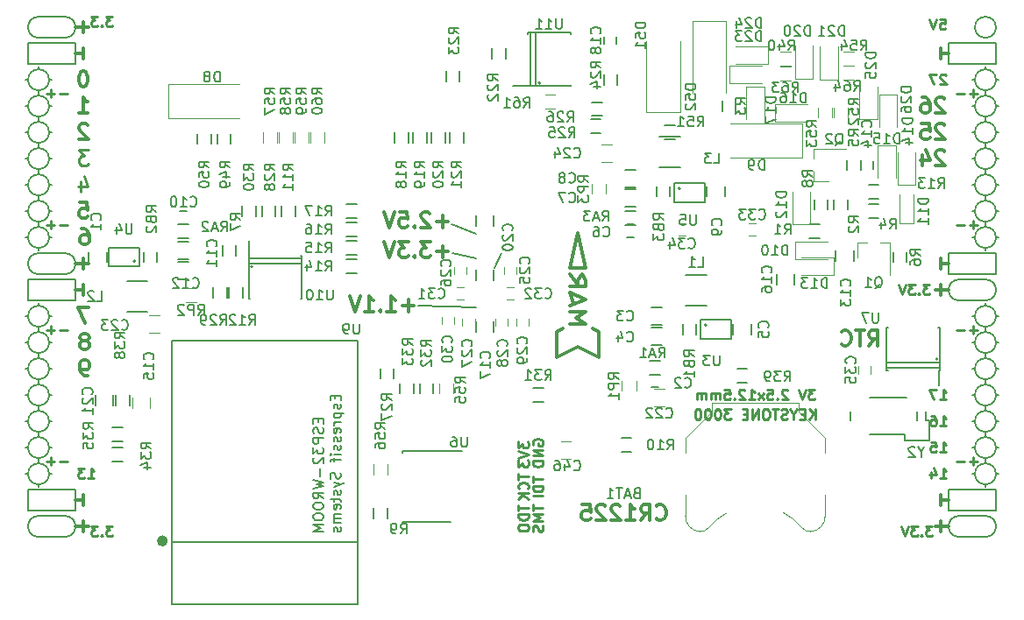
<source format=gbo>
G04 #@! TF.FileFunction,Legend,Bot*
%FSLAX46Y46*%
G04 Gerber Fmt 4.6, Leading zero omitted, Abs format (unit mm)*
G04 Created by KiCad (PCBNEW 4.0.7+dfsg1-1) date Thu Feb 22 21:10:55 2018*
%MOMM*%
%LPD*%
G01*
G04 APERTURE LIST*
%ADD10C,0.100000*%
%ADD11C,0.200000*%
%ADD12C,0.250000*%
%ADD13C,0.300000*%
%ADD14C,0.150000*%
%ADD15C,0.120000*%
%ADD16C,0.500000*%
G04 APERTURE END LIST*
D10*
D11*
X139439000Y-85931000D02*
X140074000Y-84534000D01*
X135248000Y-81740000D02*
X137661000Y-82629000D01*
X135375000Y-84534000D02*
X137661000Y-85042000D01*
X132073000Y-89614000D02*
X137661000Y-89741000D01*
D12*
X170323095Y-97702381D02*
X169704047Y-97702381D01*
X170037381Y-98083333D01*
X169894523Y-98083333D01*
X169799285Y-98130952D01*
X169751666Y-98178571D01*
X169704047Y-98273810D01*
X169704047Y-98511905D01*
X169751666Y-98607143D01*
X169799285Y-98654762D01*
X169894523Y-98702381D01*
X170180238Y-98702381D01*
X170275476Y-98654762D01*
X170323095Y-98607143D01*
X169418333Y-97702381D02*
X169085000Y-98702381D01*
X168751666Y-97702381D01*
X167704047Y-97797619D02*
X167656428Y-97750000D01*
X167561190Y-97702381D01*
X167323094Y-97702381D01*
X167227856Y-97750000D01*
X167180237Y-97797619D01*
X167132618Y-97892857D01*
X167132618Y-97988095D01*
X167180237Y-98130952D01*
X167751666Y-98702381D01*
X167132618Y-98702381D01*
X166704047Y-98607143D02*
X166656428Y-98654762D01*
X166704047Y-98702381D01*
X166751666Y-98654762D01*
X166704047Y-98607143D01*
X166704047Y-98702381D01*
X165751666Y-97702381D02*
X166227857Y-97702381D01*
X166275476Y-98178571D01*
X166227857Y-98130952D01*
X166132619Y-98083333D01*
X165894523Y-98083333D01*
X165799285Y-98130952D01*
X165751666Y-98178571D01*
X165704047Y-98273810D01*
X165704047Y-98511905D01*
X165751666Y-98607143D01*
X165799285Y-98654762D01*
X165894523Y-98702381D01*
X166132619Y-98702381D01*
X166227857Y-98654762D01*
X166275476Y-98607143D01*
X165370714Y-98702381D02*
X164846904Y-98035714D01*
X165370714Y-98035714D02*
X164846904Y-98702381D01*
X163942142Y-98702381D02*
X164513571Y-98702381D01*
X164227857Y-98702381D02*
X164227857Y-97702381D01*
X164323095Y-97845238D01*
X164418333Y-97940476D01*
X164513571Y-97988095D01*
X163561190Y-97797619D02*
X163513571Y-97750000D01*
X163418333Y-97702381D01*
X163180237Y-97702381D01*
X163084999Y-97750000D01*
X163037380Y-97797619D01*
X162989761Y-97892857D01*
X162989761Y-97988095D01*
X163037380Y-98130952D01*
X163608809Y-98702381D01*
X162989761Y-98702381D01*
X162561190Y-98607143D02*
X162513571Y-98654762D01*
X162561190Y-98702381D01*
X162608809Y-98654762D01*
X162561190Y-98607143D01*
X162561190Y-98702381D01*
X161608809Y-97702381D02*
X162085000Y-97702381D01*
X162132619Y-98178571D01*
X162085000Y-98130952D01*
X161989762Y-98083333D01*
X161751666Y-98083333D01*
X161656428Y-98130952D01*
X161608809Y-98178571D01*
X161561190Y-98273810D01*
X161561190Y-98511905D01*
X161608809Y-98607143D01*
X161656428Y-98654762D01*
X161751666Y-98702381D01*
X161989762Y-98702381D01*
X162085000Y-98654762D01*
X162132619Y-98607143D01*
X161132619Y-98702381D02*
X161132619Y-98035714D01*
X161132619Y-98130952D02*
X161085000Y-98083333D01*
X160989762Y-98035714D01*
X160846904Y-98035714D01*
X160751666Y-98083333D01*
X160704047Y-98178571D01*
X160704047Y-98702381D01*
X160704047Y-98178571D02*
X160656428Y-98083333D01*
X160561190Y-98035714D01*
X160418333Y-98035714D01*
X160323095Y-98083333D01*
X160275476Y-98178571D01*
X160275476Y-98702381D01*
X159799286Y-98702381D02*
X159799286Y-98035714D01*
X159799286Y-98130952D02*
X159751667Y-98083333D01*
X159656429Y-98035714D01*
X159513571Y-98035714D01*
X159418333Y-98083333D01*
X159370714Y-98178571D01*
X159370714Y-98702381D01*
X159370714Y-98178571D02*
X159323095Y-98083333D01*
X159227857Y-98035714D01*
X159085000Y-98035714D01*
X158989762Y-98083333D01*
X158942143Y-98178571D01*
X158942143Y-98702381D01*
D13*
X182492000Y-87582000D02*
X182492000Y-88598000D01*
X183254000Y-88090000D02*
X181984000Y-88090000D01*
X182492000Y-110442000D02*
X182492000Y-111458000D01*
X183254000Y-110950000D02*
X181984000Y-110950000D01*
X99688000Y-62182000D02*
X99688000Y-63198000D01*
X98926000Y-62690000D02*
X100196000Y-62690000D01*
X99688000Y-110442000D02*
X99688000Y-111458000D01*
X98926000Y-110950000D02*
X100196000Y-110950000D01*
X99688000Y-85042000D02*
X99688000Y-86058000D01*
X98926000Y-85550000D02*
X100196000Y-85550000D01*
D11*
X187826000Y-62690000D02*
G75*
G03X187826000Y-62690000I-1016000J0D01*
G01*
X184270000Y-87074000D02*
X186810000Y-87074000D01*
X184270000Y-89106000D02*
X186810000Y-89106000D01*
X184270000Y-87074000D02*
G75*
G03X184270000Y-89106000I0J-1016000D01*
G01*
X186810000Y-89106000D02*
G75*
G03X186810000Y-87074000I0J1016000D01*
G01*
X184270000Y-111966000D02*
X186810000Y-111966000D01*
X184270000Y-109934000D02*
X186810000Y-109934000D01*
X184270000Y-109934000D02*
G75*
G03X184270000Y-111966000I0J-1016000D01*
G01*
X186810000Y-111966000D02*
G75*
G03X186810000Y-109934000I0J1016000D01*
G01*
X97910000Y-63706000D02*
G75*
G03X97910000Y-61674000I0J1016000D01*
G01*
X95370000Y-61674000D02*
X97910000Y-61674000D01*
X95370000Y-63706000D02*
X97910000Y-63706000D01*
X95370000Y-61674000D02*
G75*
G03X95370000Y-63706000I0J-1016000D01*
G01*
X95370000Y-86566000D02*
X97910000Y-86566000D01*
X95370000Y-84534000D02*
X97910000Y-84534000D01*
X95370000Y-84534000D02*
G75*
G03X95370000Y-86566000I0J-1016000D01*
G01*
X97910000Y-86566000D02*
G75*
G03X97910000Y-84534000I0J1016000D01*
G01*
X95370000Y-111966000D02*
X97910000Y-111966000D01*
X95370000Y-109934000D02*
X97910000Y-109934000D01*
X95370000Y-109934000D02*
G75*
G03X95370000Y-111966000I0J-1016000D01*
G01*
X97910000Y-111966000D02*
G75*
G03X97910000Y-109934000I0J1016000D01*
G01*
X98926000Y-107394000D02*
X94354000Y-107394000D01*
X98926000Y-109426000D02*
X98926000Y-107394000D01*
X94354000Y-109426000D02*
X98926000Y-109426000D01*
X94354000Y-107394000D02*
X94354000Y-109426000D01*
X187826000Y-107394000D02*
X183254000Y-107394000D01*
X187826000Y-109426000D02*
X187826000Y-107394000D01*
X183254000Y-109426000D02*
X187826000Y-109426000D01*
X183254000Y-107394000D02*
X183254000Y-109426000D01*
X187826000Y-84534000D02*
X183254000Y-84534000D01*
X187826000Y-86566000D02*
X187826000Y-84534000D01*
X183254000Y-86566000D02*
X187826000Y-86566000D01*
X183254000Y-84534000D02*
X183254000Y-86566000D01*
X187826000Y-64214000D02*
X183254000Y-64214000D01*
X187826000Y-66246000D02*
X187826000Y-64214000D01*
X183254000Y-66246000D02*
X187826000Y-66246000D01*
X183254000Y-64214000D02*
X183254000Y-66246000D01*
X98926000Y-64214000D02*
X94354000Y-64214000D01*
X98926000Y-66246000D02*
X98926000Y-64214000D01*
X94354000Y-66246000D02*
X98926000Y-66246000D01*
X94354000Y-64214000D02*
X94354000Y-66246000D01*
X98926000Y-87074000D02*
X94354000Y-87074000D01*
X98926000Y-89106000D02*
X98926000Y-87074000D01*
X94354000Y-89106000D02*
X98926000Y-89106000D01*
X94354000Y-87074000D02*
X94354000Y-89106000D01*
D13*
X182872857Y-74711429D02*
X182801428Y-74640000D01*
X182658571Y-74568571D01*
X182301428Y-74568571D01*
X182158571Y-74640000D01*
X182087142Y-74711429D01*
X182015714Y-74854286D01*
X182015714Y-74997143D01*
X182087142Y-75211429D01*
X182944285Y-76068571D01*
X182015714Y-76068571D01*
X180730000Y-75068571D02*
X180730000Y-76068571D01*
X181087143Y-74497143D02*
X181444286Y-75568571D01*
X180515714Y-75568571D01*
X182872857Y-72171429D02*
X182801428Y-72100000D01*
X182658571Y-72028571D01*
X182301428Y-72028571D01*
X182158571Y-72100000D01*
X182087142Y-72171429D01*
X182015714Y-72314286D01*
X182015714Y-72457143D01*
X182087142Y-72671429D01*
X182944285Y-73528571D01*
X182015714Y-73528571D01*
X180658571Y-72028571D02*
X181372857Y-72028571D01*
X181444286Y-72742857D01*
X181372857Y-72671429D01*
X181230000Y-72600000D01*
X180872857Y-72600000D01*
X180730000Y-72671429D01*
X180658571Y-72742857D01*
X180587143Y-72885714D01*
X180587143Y-73242857D01*
X180658571Y-73385714D01*
X180730000Y-73457143D01*
X180872857Y-73528571D01*
X181230000Y-73528571D01*
X181372857Y-73457143D01*
X181444286Y-73385714D01*
D12*
X186032000Y-91971429D02*
X185270095Y-91971429D01*
X185651047Y-92352381D02*
X185651047Y-91590476D01*
X184793905Y-91971429D02*
X184032000Y-91971429D01*
X186032000Y-69111429D02*
X185270095Y-69111429D01*
X185651047Y-69492381D02*
X185651047Y-68730476D01*
X184793905Y-69111429D02*
X184032000Y-69111429D01*
X186032000Y-81811429D02*
X185270095Y-81811429D01*
X185651047Y-82192381D02*
X185651047Y-81430476D01*
X184793905Y-81811429D02*
X184032000Y-81811429D01*
X186032000Y-104671429D02*
X185270095Y-104671429D01*
X185651047Y-105052381D02*
X185651047Y-104290476D01*
X184793905Y-104671429D02*
X184032000Y-104671429D01*
X98148000Y-104671429D02*
X97386095Y-104671429D01*
X96909905Y-104671429D02*
X96148000Y-104671429D01*
X96528952Y-105052381D02*
X96528952Y-104290476D01*
X98148000Y-91971429D02*
X97386095Y-91971429D01*
X96909905Y-91971429D02*
X96148000Y-91971429D01*
X96528952Y-92352381D02*
X96528952Y-91590476D01*
X98148000Y-81811429D02*
X97386095Y-81811429D01*
X96909905Y-81811429D02*
X96148000Y-81811429D01*
X96528952Y-82192381D02*
X96528952Y-81430476D01*
X98148000Y-69111429D02*
X97386095Y-69111429D01*
X96909905Y-69111429D02*
X96148000Y-69111429D01*
X96528952Y-69492381D02*
X96528952Y-68730476D01*
D13*
X182492000Y-107902000D02*
X182492000Y-108918000D01*
X183254000Y-108410000D02*
X182492000Y-108410000D01*
D11*
X95370000Y-96726000D02*
X95370000Y-97234000D01*
X96386000Y-95710000D02*
X96640000Y-95710000D01*
X94354000Y-95710000D02*
X94100000Y-95710000D01*
X187826000Y-98250000D02*
X188080000Y-98250000D01*
X187826000Y-83010000D02*
X188080000Y-83010000D01*
X95370000Y-107140000D02*
X95370000Y-106886000D01*
X96386000Y-105870000D02*
X96640000Y-105870000D01*
X94354000Y-105870000D02*
X94100000Y-105870000D01*
X94354000Y-103330000D02*
X94100000Y-103330000D01*
X95370000Y-104346000D02*
X95370000Y-104854000D01*
X96386000Y-103330000D02*
X96640000Y-103330000D01*
X94354000Y-100790000D02*
X94100000Y-100790000D01*
X95370000Y-102314000D02*
X95370000Y-101806000D01*
X96386000Y-100790000D02*
X96640000Y-100790000D01*
X95370000Y-99266000D02*
X95370000Y-99774000D01*
X94354000Y-98250000D02*
X94100000Y-98250000D01*
X96386000Y-98250000D02*
X96640000Y-98250000D01*
X95370000Y-94186000D02*
X95370000Y-94694000D01*
X96386000Y-93170000D02*
X96640000Y-93170000D01*
X94354000Y-93170000D02*
X94100000Y-93170000D01*
X94354000Y-90630000D02*
X94100000Y-90630000D01*
X95370000Y-91646000D02*
X95370000Y-92154000D01*
X96640000Y-90630000D02*
X96386000Y-90630000D01*
X95370000Y-89360000D02*
X95370000Y-89614000D01*
X94354000Y-83010000D02*
X94100000Y-83010000D01*
X95370000Y-84280000D02*
X95370000Y-84026000D01*
X96386000Y-83010000D02*
X96640000Y-83010000D01*
X95370000Y-81486000D02*
X95370000Y-81994000D01*
X94354000Y-80470000D02*
X94100000Y-80470000D01*
X96640000Y-80470000D02*
X96386000Y-80470000D01*
X95370000Y-78946000D02*
X95370000Y-79454000D01*
X96386000Y-77930000D02*
X96640000Y-77930000D01*
X94354000Y-77930000D02*
X94100000Y-77930000D01*
X95370000Y-76406000D02*
X95370000Y-76914000D01*
X94354000Y-75390000D02*
X94100000Y-75390000D01*
X96386000Y-75390000D02*
X96640000Y-75390000D01*
X95370000Y-73866000D02*
X95370000Y-74374000D01*
X96386000Y-72850000D02*
X96640000Y-72850000D01*
X94100000Y-72850000D02*
X94354000Y-72850000D01*
X94354000Y-70310000D02*
X94100000Y-70310000D01*
X96640000Y-70310000D02*
X96386000Y-70310000D01*
X95370000Y-71326000D02*
X95370000Y-71834000D01*
X95370000Y-68786000D02*
X95370000Y-69294000D01*
X96386000Y-67770000D02*
X96640000Y-67770000D01*
X94354000Y-67770000D02*
X94100000Y-67770000D01*
X95370000Y-66500000D02*
X95370000Y-66754000D01*
X187826000Y-105870000D02*
X188080000Y-105870000D01*
X186810000Y-107140000D02*
X186810000Y-106886000D01*
X185540000Y-105870000D02*
X185794000Y-105870000D01*
X186810000Y-104346000D02*
X186810000Y-104854000D01*
X187826000Y-103330000D02*
X188080000Y-103330000D01*
X185540000Y-103330000D02*
X185794000Y-103330000D01*
X186810000Y-101806000D02*
X186810000Y-102314000D01*
X187826000Y-100790000D02*
X188080000Y-100790000D01*
X185540000Y-100790000D02*
X185794000Y-100790000D01*
X186810000Y-99266000D02*
X186810000Y-99774000D01*
X185540000Y-98250000D02*
X185794000Y-98250000D01*
X186810000Y-97234000D02*
X186810000Y-96726000D01*
X187826000Y-95710000D02*
X188080000Y-95710000D01*
X185540000Y-95710000D02*
X185794000Y-95710000D01*
X186810000Y-94694000D02*
X186810000Y-94186000D01*
X187826000Y-93170000D02*
X188080000Y-93170000D01*
X185540000Y-93170000D02*
X185794000Y-93170000D01*
X186810000Y-92154000D02*
X186810000Y-91646000D01*
X187826000Y-90630000D02*
X188080000Y-90630000D01*
X185540000Y-90630000D02*
X185794000Y-90630000D01*
X186810000Y-89360000D02*
X186810000Y-89614000D01*
X186810000Y-84280000D02*
X186810000Y-84026000D01*
X185540000Y-83010000D02*
X185794000Y-83010000D01*
X186810000Y-81994000D02*
X186810000Y-81486000D01*
X185794000Y-80470000D02*
X185540000Y-80470000D01*
X187826000Y-80470000D02*
X188080000Y-80470000D01*
X186810000Y-78946000D02*
X186810000Y-79454000D01*
X185794000Y-77930000D02*
X185540000Y-77930000D01*
X187826000Y-77930000D02*
X188080000Y-77930000D01*
X186810000Y-76406000D02*
X186810000Y-76914000D01*
X186810000Y-73866000D02*
X186810000Y-74374000D01*
X185794000Y-75390000D02*
X185540000Y-75390000D01*
X187826000Y-75390000D02*
X188080000Y-75390000D01*
X187826000Y-72850000D02*
X188080000Y-72850000D01*
X185540000Y-72850000D02*
X185794000Y-72850000D01*
X186810000Y-71834000D02*
X186810000Y-71326000D01*
X187826000Y-70310000D02*
X188080000Y-70310000D01*
X185540000Y-70310000D02*
X185794000Y-70310000D01*
X187826000Y-67770000D02*
X188080000Y-67770000D01*
X186810000Y-68786000D02*
X186810000Y-69294000D01*
X185540000Y-67770000D02*
X185794000Y-67770000D01*
X186810000Y-66500000D02*
X186810000Y-66754000D01*
X187826000Y-67770000D02*
G75*
G03X187826000Y-67770000I-1016000J0D01*
G01*
X187826000Y-70310000D02*
G75*
G03X187826000Y-70310000I-1016000J0D01*
G01*
X187826000Y-72850000D02*
G75*
G03X187826000Y-72850000I-1016000J0D01*
G01*
X187826000Y-75390000D02*
G75*
G03X187826000Y-75390000I-1016000J0D01*
G01*
X187826000Y-77930000D02*
G75*
G03X187826000Y-77930000I-1016000J0D01*
G01*
X187826000Y-80470000D02*
G75*
G03X187826000Y-80470000I-1016000J0D01*
G01*
X187826000Y-83010000D02*
G75*
G03X187826000Y-83010000I-1016000J0D01*
G01*
X187826000Y-90630000D02*
G75*
G03X187826000Y-90630000I-1016000J0D01*
G01*
X187826000Y-93170000D02*
G75*
G03X187826000Y-93170000I-1016000J0D01*
G01*
X187826000Y-95710000D02*
G75*
G03X187826000Y-95710000I-1016000J0D01*
G01*
X187826000Y-98250000D02*
G75*
G03X187826000Y-98250000I-1016000J0D01*
G01*
X187826000Y-100790000D02*
G75*
G03X187826000Y-100790000I-1016000J0D01*
G01*
X187826000Y-103330000D02*
G75*
G03X187826000Y-103330000I-1016000J0D01*
G01*
X187826000Y-105870000D02*
G75*
G03X187826000Y-105870000I-1016000J0D01*
G01*
X96386000Y-105870000D02*
G75*
G03X96386000Y-105870000I-1016000J0D01*
G01*
X96386000Y-103330000D02*
G75*
G03X96386000Y-103330000I-1016000J0D01*
G01*
X96386000Y-100790000D02*
G75*
G03X96386000Y-100790000I-1016000J0D01*
G01*
X96386000Y-98250000D02*
G75*
G03X96386000Y-98250000I-1016000J0D01*
G01*
X96386000Y-95710000D02*
G75*
G03X96386000Y-95710000I-1016000J0D01*
G01*
X96386000Y-93170000D02*
G75*
G03X96386000Y-93170000I-1016000J0D01*
G01*
X96386000Y-90630000D02*
G75*
G03X96386000Y-90630000I-1016000J0D01*
G01*
X96386000Y-83010000D02*
G75*
G03X96386000Y-83010000I-1016000J0D01*
G01*
X96386000Y-80470000D02*
G75*
G03X96386000Y-80470000I-1016000J0D01*
G01*
X96386000Y-77930000D02*
G75*
G03X96386000Y-77930000I-1016000J0D01*
G01*
X96386000Y-75390000D02*
G75*
G03X96386000Y-75390000I-1016000J0D01*
G01*
X96386000Y-72850000D02*
G75*
G03X96386000Y-72850000I-1016000J0D01*
G01*
X96386000Y-70310000D02*
G75*
G03X96386000Y-70310000I-1016000J0D01*
G01*
X96386000Y-67770000D02*
G75*
G03X96386000Y-67770000I-1016000J0D01*
G01*
D12*
X182428476Y-61888381D02*
X182904667Y-61888381D01*
X182952286Y-62364571D01*
X182904667Y-62316952D01*
X182809429Y-62269333D01*
X182571333Y-62269333D01*
X182476095Y-62316952D01*
X182428476Y-62364571D01*
X182380857Y-62459810D01*
X182380857Y-62697905D01*
X182428476Y-62793143D01*
X182476095Y-62840762D01*
X182571333Y-62888381D01*
X182809429Y-62888381D01*
X182904667Y-62840762D01*
X182952286Y-62793143D01*
X182095143Y-61888381D02*
X181761810Y-62888381D01*
X181428476Y-61888381D01*
D13*
X182492000Y-64722000D02*
X182492000Y-65738000D01*
X183254000Y-65230000D02*
X182492000Y-65230000D01*
D12*
X182999905Y-67317619D02*
X182952286Y-67270000D01*
X182857048Y-67222381D01*
X182618952Y-67222381D01*
X182523714Y-67270000D01*
X182476095Y-67317619D01*
X182428476Y-67412857D01*
X182428476Y-67508095D01*
X182476095Y-67650952D01*
X183047524Y-68222381D01*
X182428476Y-68222381D01*
X182095143Y-67222381D02*
X181428476Y-67222381D01*
X181857048Y-68222381D01*
D13*
X182872857Y-69631429D02*
X182801428Y-69560000D01*
X182658571Y-69488571D01*
X182301428Y-69488571D01*
X182158571Y-69560000D01*
X182087142Y-69631429D01*
X182015714Y-69774286D01*
X182015714Y-69917143D01*
X182087142Y-70131429D01*
X182944285Y-70988571D01*
X182015714Y-70988571D01*
X180730000Y-69488571D02*
X181015714Y-69488571D01*
X181158571Y-69560000D01*
X181230000Y-69631429D01*
X181372857Y-69845714D01*
X181444286Y-70131429D01*
X181444286Y-70702857D01*
X181372857Y-70845714D01*
X181301429Y-70917143D01*
X181158571Y-70988571D01*
X180872857Y-70988571D01*
X180730000Y-70917143D01*
X180658571Y-70845714D01*
X180587143Y-70702857D01*
X180587143Y-70345714D01*
X180658571Y-70202857D01*
X180730000Y-70131429D01*
X180872857Y-70060000D01*
X181158571Y-70060000D01*
X181301429Y-70131429D01*
X181372857Y-70202857D01*
X181444286Y-70345714D01*
X182492000Y-85042000D02*
X182492000Y-86058000D01*
X183254000Y-85550000D02*
X182492000Y-85550000D01*
D12*
X181428190Y-87542381D02*
X180809142Y-87542381D01*
X181142476Y-87923333D01*
X180999618Y-87923333D01*
X180904380Y-87970952D01*
X180856761Y-88018571D01*
X180809142Y-88113810D01*
X180809142Y-88351905D01*
X180856761Y-88447143D01*
X180904380Y-88494762D01*
X180999618Y-88542381D01*
X181285333Y-88542381D01*
X181380571Y-88494762D01*
X181428190Y-88447143D01*
X180380571Y-88447143D02*
X180332952Y-88494762D01*
X180380571Y-88542381D01*
X180428190Y-88494762D01*
X180380571Y-88447143D01*
X180380571Y-88542381D01*
X179999619Y-87542381D02*
X179380571Y-87542381D01*
X179713905Y-87923333D01*
X179571047Y-87923333D01*
X179475809Y-87970952D01*
X179428190Y-88018571D01*
X179380571Y-88113810D01*
X179380571Y-88351905D01*
X179428190Y-88447143D01*
X179475809Y-88494762D01*
X179571047Y-88542381D01*
X179856762Y-88542381D01*
X179952000Y-88494762D01*
X179999619Y-88447143D01*
X179094857Y-87542381D02*
X178761524Y-88542381D01*
X178428190Y-87542381D01*
X182428476Y-98702381D02*
X182999905Y-98702381D01*
X182714191Y-98702381D02*
X182714191Y-97702381D01*
X182809429Y-97845238D01*
X182904667Y-97940476D01*
X182999905Y-97988095D01*
X182095143Y-97702381D02*
X181428476Y-97702381D01*
X181857048Y-98702381D01*
X182428476Y-101242381D02*
X182999905Y-101242381D01*
X182714191Y-101242381D02*
X182714191Y-100242381D01*
X182809429Y-100385238D01*
X182904667Y-100480476D01*
X182999905Y-100528095D01*
X181571333Y-100242381D02*
X181761810Y-100242381D01*
X181857048Y-100290000D01*
X181904667Y-100337619D01*
X181999905Y-100480476D01*
X182047524Y-100670952D01*
X182047524Y-101051905D01*
X181999905Y-101147143D01*
X181952286Y-101194762D01*
X181857048Y-101242381D01*
X181666571Y-101242381D01*
X181571333Y-101194762D01*
X181523714Y-101147143D01*
X181476095Y-101051905D01*
X181476095Y-100813810D01*
X181523714Y-100718571D01*
X181571333Y-100670952D01*
X181666571Y-100623333D01*
X181857048Y-100623333D01*
X181952286Y-100670952D01*
X181999905Y-100718571D01*
X182047524Y-100813810D01*
X182428476Y-103782381D02*
X182999905Y-103782381D01*
X182714191Y-103782381D02*
X182714191Y-102782381D01*
X182809429Y-102925238D01*
X182904667Y-103020476D01*
X182999905Y-103068095D01*
X181523714Y-102782381D02*
X181999905Y-102782381D01*
X182047524Y-103258571D01*
X181999905Y-103210952D01*
X181904667Y-103163333D01*
X181666571Y-103163333D01*
X181571333Y-103210952D01*
X181523714Y-103258571D01*
X181476095Y-103353810D01*
X181476095Y-103591905D01*
X181523714Y-103687143D01*
X181571333Y-103734762D01*
X181666571Y-103782381D01*
X181904667Y-103782381D01*
X181999905Y-103734762D01*
X182047524Y-103687143D01*
X182428476Y-106322381D02*
X182999905Y-106322381D01*
X182714191Y-106322381D02*
X182714191Y-105322381D01*
X182809429Y-105465238D01*
X182904667Y-105560476D01*
X182999905Y-105608095D01*
X181571333Y-105655714D02*
X181571333Y-106322381D01*
X181809429Y-105274762D02*
X182047524Y-105989048D01*
X181428476Y-105989048D01*
X181682190Y-110910381D02*
X181063142Y-110910381D01*
X181396476Y-111291333D01*
X181253618Y-111291333D01*
X181158380Y-111338952D01*
X181110761Y-111386571D01*
X181063142Y-111481810D01*
X181063142Y-111719905D01*
X181110761Y-111815143D01*
X181158380Y-111862762D01*
X181253618Y-111910381D01*
X181539333Y-111910381D01*
X181634571Y-111862762D01*
X181682190Y-111815143D01*
X180634571Y-111815143D02*
X180586952Y-111862762D01*
X180634571Y-111910381D01*
X180682190Y-111862762D01*
X180634571Y-111815143D01*
X180634571Y-111910381D01*
X180253619Y-110910381D02*
X179634571Y-110910381D01*
X179967905Y-111291333D01*
X179825047Y-111291333D01*
X179729809Y-111338952D01*
X179682190Y-111386571D01*
X179634571Y-111481810D01*
X179634571Y-111719905D01*
X179682190Y-111815143D01*
X179729809Y-111862762D01*
X179825047Y-111910381D01*
X180110762Y-111910381D01*
X180206000Y-111862762D01*
X180253619Y-111815143D01*
X179348857Y-110910381D02*
X179015524Y-111910381D01*
X178682190Y-110910381D01*
D13*
X99688000Y-108918000D02*
X99688000Y-107902000D01*
X98926000Y-108410000D02*
X99688000Y-108410000D01*
X99688000Y-88598000D02*
X99688000Y-87582000D01*
X98926000Y-88090000D02*
X99688000Y-88090000D01*
X99688000Y-64722000D02*
X99688000Y-65738000D01*
X98926000Y-65230000D02*
X99688000Y-65230000D01*
D12*
X102513619Y-110910381D02*
X101894571Y-110910381D01*
X102227905Y-111291333D01*
X102085047Y-111291333D01*
X101989809Y-111338952D01*
X101942190Y-111386571D01*
X101894571Y-111481810D01*
X101894571Y-111719905D01*
X101942190Y-111815143D01*
X101989809Y-111862762D01*
X102085047Y-111910381D01*
X102370762Y-111910381D01*
X102466000Y-111862762D01*
X102513619Y-111815143D01*
X101466000Y-111815143D02*
X101418381Y-111862762D01*
X101466000Y-111910381D01*
X101513619Y-111862762D01*
X101466000Y-111815143D01*
X101466000Y-111910381D01*
X101085048Y-110910381D02*
X100466000Y-110910381D01*
X100799334Y-111291333D01*
X100656476Y-111291333D01*
X100561238Y-111338952D01*
X100513619Y-111386571D01*
X100466000Y-111481810D01*
X100466000Y-111719905D01*
X100513619Y-111815143D01*
X100561238Y-111862762D01*
X100656476Y-111910381D01*
X100942191Y-111910381D01*
X101037429Y-111862762D01*
X101085048Y-111815143D01*
X100132476Y-106322381D02*
X100703905Y-106322381D01*
X100418191Y-106322381D02*
X100418191Y-105322381D01*
X100513429Y-105465238D01*
X100608667Y-105560476D01*
X100703905Y-105608095D01*
X99799143Y-105322381D02*
X99180095Y-105322381D01*
X99513429Y-105703333D01*
X99370571Y-105703333D01*
X99275333Y-105750952D01*
X99227714Y-105798571D01*
X99180095Y-105893810D01*
X99180095Y-106131905D01*
X99227714Y-106227143D01*
X99275333Y-106274762D01*
X99370571Y-106322381D01*
X99656286Y-106322381D01*
X99751524Y-106274762D01*
X99799143Y-106227143D01*
D13*
X100100714Y-96388571D02*
X99814999Y-96388571D01*
X99672142Y-96317143D01*
X99600714Y-96245714D01*
X99457856Y-96031429D01*
X99386428Y-95745714D01*
X99386428Y-95174286D01*
X99457856Y-95031429D01*
X99529285Y-94960000D01*
X99672142Y-94888571D01*
X99957856Y-94888571D01*
X100100714Y-94960000D01*
X100172142Y-95031429D01*
X100243571Y-95174286D01*
X100243571Y-95531429D01*
X100172142Y-95674286D01*
X100100714Y-95745714D01*
X99957856Y-95817143D01*
X99672142Y-95817143D01*
X99529285Y-95745714D01*
X99457856Y-95674286D01*
X99386428Y-95531429D01*
X99957856Y-92991429D02*
X100100714Y-92920000D01*
X100172142Y-92848571D01*
X100243571Y-92705714D01*
X100243571Y-92634286D01*
X100172142Y-92491429D01*
X100100714Y-92420000D01*
X99957856Y-92348571D01*
X99672142Y-92348571D01*
X99529285Y-92420000D01*
X99457856Y-92491429D01*
X99386428Y-92634286D01*
X99386428Y-92705714D01*
X99457856Y-92848571D01*
X99529285Y-92920000D01*
X99672142Y-92991429D01*
X99957856Y-92991429D01*
X100100714Y-93062857D01*
X100172142Y-93134286D01*
X100243571Y-93277143D01*
X100243571Y-93562857D01*
X100172142Y-93705714D01*
X100100714Y-93777143D01*
X99957856Y-93848571D01*
X99672142Y-93848571D01*
X99529285Y-93777143D01*
X99457856Y-93705714D01*
X99386428Y-93562857D01*
X99386428Y-93277143D01*
X99457856Y-93134286D01*
X99529285Y-93062857D01*
X99672142Y-92991429D01*
X100187999Y-89808571D02*
X99187999Y-89808571D01*
X99830856Y-91308571D01*
X99529285Y-82188571D02*
X99814999Y-82188571D01*
X99957856Y-82260000D01*
X100029285Y-82331429D01*
X100172142Y-82545714D01*
X100243571Y-82831429D01*
X100243571Y-83402857D01*
X100172142Y-83545714D01*
X100100714Y-83617143D01*
X99957856Y-83688571D01*
X99672142Y-83688571D01*
X99529285Y-83617143D01*
X99457856Y-83545714D01*
X99386428Y-83402857D01*
X99386428Y-83045714D01*
X99457856Y-82902857D01*
X99529285Y-82831429D01*
X99672142Y-82760000D01*
X99957856Y-82760000D01*
X100100714Y-82831429D01*
X100172142Y-82902857D01*
X100243571Y-83045714D01*
X99330856Y-79648571D02*
X100045142Y-79648571D01*
X100116571Y-80362857D01*
X100045142Y-80291429D01*
X99902285Y-80220000D01*
X99545142Y-80220000D01*
X99402285Y-80291429D01*
X99330856Y-80362857D01*
X99259428Y-80505714D01*
X99259428Y-80862857D01*
X99330856Y-81005714D01*
X99402285Y-81077143D01*
X99545142Y-81148571D01*
X99902285Y-81148571D01*
X100045142Y-81077143D01*
X100116571Y-81005714D01*
D12*
X99402285Y-77608571D02*
X99402285Y-78608571D01*
X99759428Y-77037143D02*
X100116571Y-78108571D01*
X99187999Y-78108571D01*
X100187999Y-74568571D02*
X99259428Y-74568571D01*
X99759428Y-75140000D01*
X99545142Y-75140000D01*
X99402285Y-75211429D01*
X99330856Y-75282857D01*
X99259428Y-75425714D01*
X99259428Y-75782857D01*
X99330856Y-75925714D01*
X99402285Y-75997143D01*
X99545142Y-76068571D01*
X99973714Y-76068571D01*
X100116571Y-75997143D01*
X100187999Y-75925714D01*
D13*
X100116571Y-72171429D02*
X100045142Y-72100000D01*
X99902285Y-72028571D01*
X99545142Y-72028571D01*
X99402285Y-72100000D01*
X99330856Y-72171429D01*
X99259428Y-72314286D01*
X99259428Y-72457143D01*
X99330856Y-72671429D01*
X100187999Y-73528571D01*
X99259428Y-73528571D01*
X99259428Y-70988571D02*
X100116571Y-70988571D01*
X99687999Y-70988571D02*
X99687999Y-69488571D01*
X99830856Y-69702857D01*
X99973714Y-69845714D01*
X100116571Y-69917143D01*
X99759428Y-66948571D02*
X99616571Y-66948571D01*
X99473714Y-67020000D01*
X99402285Y-67091429D01*
X99330856Y-67234286D01*
X99259428Y-67520000D01*
X99259428Y-67877143D01*
X99330856Y-68162857D01*
X99402285Y-68305714D01*
X99473714Y-68377143D01*
X99616571Y-68448571D01*
X99759428Y-68448571D01*
X99902285Y-68377143D01*
X99973714Y-68305714D01*
X100045142Y-68162857D01*
X100116571Y-67877143D01*
X100116571Y-67520000D01*
X100045142Y-67234286D01*
X99973714Y-67091429D01*
X99902285Y-67020000D01*
X99759428Y-66948571D01*
D12*
X102513619Y-61634381D02*
X101894571Y-61634381D01*
X102227905Y-62015333D01*
X102085047Y-62015333D01*
X101989809Y-62062952D01*
X101942190Y-62110571D01*
X101894571Y-62205810D01*
X101894571Y-62443905D01*
X101942190Y-62539143D01*
X101989809Y-62586762D01*
X102085047Y-62634381D01*
X102370762Y-62634381D01*
X102466000Y-62586762D01*
X102513619Y-62539143D01*
X101466000Y-62539143D02*
X101418381Y-62586762D01*
X101466000Y-62634381D01*
X101513619Y-62586762D01*
X101466000Y-62539143D01*
X101466000Y-62634381D01*
X101085048Y-61634381D02*
X100466000Y-61634381D01*
X100799334Y-62015333D01*
X100656476Y-62015333D01*
X100561238Y-62062952D01*
X100513619Y-62110571D01*
X100466000Y-62205810D01*
X100466000Y-62443905D01*
X100513619Y-62539143D01*
X100561238Y-62586762D01*
X100656476Y-62634381D01*
X100942191Y-62634381D01*
X101037429Y-62586762D01*
X101085048Y-62539143D01*
X170370715Y-100607381D02*
X170370715Y-99607381D01*
X169799286Y-100607381D02*
X170227858Y-100035952D01*
X169799286Y-99607381D02*
X170370715Y-100178810D01*
X169370715Y-100083571D02*
X169037381Y-100083571D01*
X168894524Y-100607381D02*
X169370715Y-100607381D01*
X169370715Y-99607381D01*
X168894524Y-99607381D01*
X168275477Y-100131190D02*
X168275477Y-100607381D01*
X168608810Y-99607381D02*
X168275477Y-100131190D01*
X167942143Y-99607381D01*
X167656429Y-100559762D02*
X167513572Y-100607381D01*
X167275476Y-100607381D01*
X167180238Y-100559762D01*
X167132619Y-100512143D01*
X167085000Y-100416905D01*
X167085000Y-100321667D01*
X167132619Y-100226429D01*
X167180238Y-100178810D01*
X167275476Y-100131190D01*
X167465953Y-100083571D01*
X167561191Y-100035952D01*
X167608810Y-99988333D01*
X167656429Y-99893095D01*
X167656429Y-99797857D01*
X167608810Y-99702619D01*
X167561191Y-99655000D01*
X167465953Y-99607381D01*
X167227857Y-99607381D01*
X167085000Y-99655000D01*
X166799286Y-99607381D02*
X166227857Y-99607381D01*
X166513572Y-100607381D02*
X166513572Y-99607381D01*
X165704048Y-99607381D02*
X165513571Y-99607381D01*
X165418333Y-99655000D01*
X165323095Y-99750238D01*
X165275476Y-99940714D01*
X165275476Y-100274048D01*
X165323095Y-100464524D01*
X165418333Y-100559762D01*
X165513571Y-100607381D01*
X165704048Y-100607381D01*
X165799286Y-100559762D01*
X165894524Y-100464524D01*
X165942143Y-100274048D01*
X165942143Y-99940714D01*
X165894524Y-99750238D01*
X165799286Y-99655000D01*
X165704048Y-99607381D01*
X164846905Y-100607381D02*
X164846905Y-99607381D01*
X164275476Y-100607381D01*
X164275476Y-99607381D01*
X163799286Y-100083571D02*
X163465952Y-100083571D01*
X163323095Y-100607381D02*
X163799286Y-100607381D01*
X163799286Y-99607381D01*
X163323095Y-99607381D01*
X162227857Y-99607381D02*
X161608809Y-99607381D01*
X161942143Y-99988333D01*
X161799285Y-99988333D01*
X161704047Y-100035952D01*
X161656428Y-100083571D01*
X161608809Y-100178810D01*
X161608809Y-100416905D01*
X161656428Y-100512143D01*
X161704047Y-100559762D01*
X161799285Y-100607381D01*
X162085000Y-100607381D01*
X162180238Y-100559762D01*
X162227857Y-100512143D01*
X160989762Y-99607381D02*
X160894523Y-99607381D01*
X160799285Y-99655000D01*
X160751666Y-99702619D01*
X160704047Y-99797857D01*
X160656428Y-99988333D01*
X160656428Y-100226429D01*
X160704047Y-100416905D01*
X160751666Y-100512143D01*
X160799285Y-100559762D01*
X160894523Y-100607381D01*
X160989762Y-100607381D01*
X161085000Y-100559762D01*
X161132619Y-100512143D01*
X161180238Y-100416905D01*
X161227857Y-100226429D01*
X161227857Y-99988333D01*
X161180238Y-99797857D01*
X161132619Y-99702619D01*
X161085000Y-99655000D01*
X160989762Y-99607381D01*
X160037381Y-99607381D02*
X159942142Y-99607381D01*
X159846904Y-99655000D01*
X159799285Y-99702619D01*
X159751666Y-99797857D01*
X159704047Y-99988333D01*
X159704047Y-100226429D01*
X159751666Y-100416905D01*
X159799285Y-100512143D01*
X159846904Y-100559762D01*
X159942142Y-100607381D01*
X160037381Y-100607381D01*
X160132619Y-100559762D01*
X160180238Y-100512143D01*
X160227857Y-100416905D01*
X160275476Y-100226429D01*
X160275476Y-99988333D01*
X160227857Y-99797857D01*
X160180238Y-99702619D01*
X160132619Y-99655000D01*
X160037381Y-99607381D01*
X159085000Y-99607381D02*
X158989761Y-99607381D01*
X158894523Y-99655000D01*
X158846904Y-99702619D01*
X158799285Y-99797857D01*
X158751666Y-99988333D01*
X158751666Y-100226429D01*
X158799285Y-100416905D01*
X158846904Y-100512143D01*
X158894523Y-100559762D01*
X158989761Y-100607381D01*
X159085000Y-100607381D01*
X159180238Y-100559762D01*
X159227857Y-100512143D01*
X159275476Y-100416905D01*
X159323095Y-100226429D01*
X159323095Y-99988333D01*
X159275476Y-99797857D01*
X159227857Y-99702619D01*
X159180238Y-99655000D01*
X159085000Y-99607381D01*
D13*
X155027856Y-110215714D02*
X155099285Y-110287143D01*
X155313571Y-110358571D01*
X155456428Y-110358571D01*
X155670713Y-110287143D01*
X155813571Y-110144286D01*
X155884999Y-110001429D01*
X155956428Y-109715714D01*
X155956428Y-109501429D01*
X155884999Y-109215714D01*
X155813571Y-109072857D01*
X155670713Y-108930000D01*
X155456428Y-108858571D01*
X155313571Y-108858571D01*
X155099285Y-108930000D01*
X155027856Y-109001429D01*
X153527856Y-110358571D02*
X154027856Y-109644286D01*
X154384999Y-110358571D02*
X154384999Y-108858571D01*
X153813571Y-108858571D01*
X153670713Y-108930000D01*
X153599285Y-109001429D01*
X153527856Y-109144286D01*
X153527856Y-109358571D01*
X153599285Y-109501429D01*
X153670713Y-109572857D01*
X153813571Y-109644286D01*
X154384999Y-109644286D01*
X152099285Y-110358571D02*
X152956428Y-110358571D01*
X152527856Y-110358571D02*
X152527856Y-108858571D01*
X152670713Y-109072857D01*
X152813571Y-109215714D01*
X152956428Y-109287143D01*
X151527857Y-109001429D02*
X151456428Y-108930000D01*
X151313571Y-108858571D01*
X150956428Y-108858571D01*
X150813571Y-108930000D01*
X150742142Y-109001429D01*
X150670714Y-109144286D01*
X150670714Y-109287143D01*
X150742142Y-109501429D01*
X151599285Y-110358571D01*
X150670714Y-110358571D01*
X150099286Y-109001429D02*
X150027857Y-108930000D01*
X149885000Y-108858571D01*
X149527857Y-108858571D01*
X149385000Y-108930000D01*
X149313571Y-109001429D01*
X149242143Y-109144286D01*
X149242143Y-109287143D01*
X149313571Y-109501429D01*
X150170714Y-110358571D01*
X149242143Y-110358571D01*
X147885000Y-108858571D02*
X148599286Y-108858571D01*
X148670715Y-109572857D01*
X148599286Y-109501429D01*
X148456429Y-109430000D01*
X148099286Y-109430000D01*
X147956429Y-109501429D01*
X147885000Y-109572857D01*
X147813572Y-109715714D01*
X147813572Y-110072857D01*
X147885000Y-110215714D01*
X147956429Y-110287143D01*
X148099286Y-110358571D01*
X148456429Y-110358571D01*
X148599286Y-110287143D01*
X148670715Y-110215714D01*
X134945999Y-81466143D02*
X133803142Y-81466143D01*
X134374571Y-82037571D02*
X134374571Y-80894714D01*
X133160285Y-80680429D02*
X133088856Y-80609000D01*
X132945999Y-80537571D01*
X132588856Y-80537571D01*
X132445999Y-80609000D01*
X132374570Y-80680429D01*
X132303142Y-80823286D01*
X132303142Y-80966143D01*
X132374570Y-81180429D01*
X133231713Y-82037571D01*
X132303142Y-82037571D01*
X131660285Y-81894714D02*
X131588857Y-81966143D01*
X131660285Y-82037571D01*
X131731714Y-81966143D01*
X131660285Y-81894714D01*
X131660285Y-82037571D01*
X130231713Y-80537571D02*
X130945999Y-80537571D01*
X131017428Y-81251857D01*
X130945999Y-81180429D01*
X130803142Y-81109000D01*
X130445999Y-81109000D01*
X130303142Y-81180429D01*
X130231713Y-81251857D01*
X130160285Y-81394714D01*
X130160285Y-81751857D01*
X130231713Y-81894714D01*
X130303142Y-81966143D01*
X130445999Y-82037571D01*
X130803142Y-82037571D01*
X130945999Y-81966143D01*
X131017428Y-81894714D01*
X129731714Y-80537571D02*
X129231714Y-82037571D01*
X128731714Y-80537571D01*
X134945999Y-84387143D02*
X133803142Y-84387143D01*
X134374571Y-84958571D02*
X134374571Y-83815714D01*
X133231713Y-83458571D02*
X132303142Y-83458571D01*
X132803142Y-84030000D01*
X132588856Y-84030000D01*
X132445999Y-84101429D01*
X132374570Y-84172857D01*
X132303142Y-84315714D01*
X132303142Y-84672857D01*
X132374570Y-84815714D01*
X132445999Y-84887143D01*
X132588856Y-84958571D01*
X133017428Y-84958571D01*
X133160285Y-84887143D01*
X133231713Y-84815714D01*
X131660285Y-84815714D02*
X131588857Y-84887143D01*
X131660285Y-84958571D01*
X131731714Y-84887143D01*
X131660285Y-84815714D01*
X131660285Y-84958571D01*
X131088856Y-83458571D02*
X130160285Y-83458571D01*
X130660285Y-84030000D01*
X130445999Y-84030000D01*
X130303142Y-84101429D01*
X130231713Y-84172857D01*
X130160285Y-84315714D01*
X130160285Y-84672857D01*
X130231713Y-84815714D01*
X130303142Y-84887143D01*
X130445999Y-84958571D01*
X130874571Y-84958571D01*
X131017428Y-84887143D01*
X131088856Y-84815714D01*
X129731714Y-83458571D02*
X129231714Y-84958571D01*
X128731714Y-83458571D01*
X131643999Y-89594143D02*
X130501142Y-89594143D01*
X131072571Y-90165571D02*
X131072571Y-89022714D01*
X129001142Y-90165571D02*
X129858285Y-90165571D01*
X129429713Y-90165571D02*
X129429713Y-88665571D01*
X129572570Y-88879857D01*
X129715428Y-89022714D01*
X129858285Y-89094143D01*
X128358285Y-90022714D02*
X128286857Y-90094143D01*
X128358285Y-90165571D01*
X128429714Y-90094143D01*
X128358285Y-90022714D01*
X128358285Y-90165571D01*
X126858285Y-90165571D02*
X127715428Y-90165571D01*
X127286856Y-90165571D02*
X127286856Y-88665571D01*
X127429713Y-88879857D01*
X127572571Y-89022714D01*
X127715428Y-89094143D01*
X126429714Y-88665571D02*
X125929714Y-90165571D01*
X125429714Y-88665571D01*
D12*
X141685381Y-105854286D02*
X141685381Y-106425715D01*
X142685381Y-106140000D02*
X141685381Y-106140000D01*
X142590143Y-107330477D02*
X142637762Y-107282858D01*
X142685381Y-107140001D01*
X142685381Y-107044763D01*
X142637762Y-106901905D01*
X142542524Y-106806667D01*
X142447286Y-106759048D01*
X142256810Y-106711429D01*
X142113952Y-106711429D01*
X141923476Y-106759048D01*
X141828238Y-106806667D01*
X141733000Y-106901905D01*
X141685381Y-107044763D01*
X141685381Y-107140001D01*
X141733000Y-107282858D01*
X141780619Y-107330477D01*
X142685381Y-107759048D02*
X141685381Y-107759048D01*
X142685381Y-108330477D02*
X142113952Y-107901905D01*
X141685381Y-108330477D02*
X142256810Y-107759048D01*
X141685381Y-102726905D02*
X141685381Y-103345953D01*
X142066333Y-103012619D01*
X142066333Y-103155477D01*
X142113952Y-103250715D01*
X142161571Y-103298334D01*
X142256810Y-103345953D01*
X142494905Y-103345953D01*
X142590143Y-103298334D01*
X142637762Y-103250715D01*
X142685381Y-103155477D01*
X142685381Y-102869762D01*
X142637762Y-102774524D01*
X142590143Y-102726905D01*
X141685381Y-103631667D02*
X142685381Y-103965000D01*
X141685381Y-104298334D01*
X141685381Y-104536429D02*
X141685381Y-105155477D01*
X142066333Y-104822143D01*
X142066333Y-104965001D01*
X142113952Y-105060239D01*
X142161571Y-105107858D01*
X142256810Y-105155477D01*
X142494905Y-105155477D01*
X142590143Y-105107858D01*
X142637762Y-105060239D01*
X142685381Y-104965001D01*
X142685381Y-104679286D01*
X142637762Y-104584048D01*
X142590143Y-104536429D01*
X141685381Y-108878476D02*
X141685381Y-109449905D01*
X142685381Y-109164190D02*
X141685381Y-109164190D01*
X142685381Y-109783238D02*
X141685381Y-109783238D01*
X141685381Y-110021333D01*
X141733000Y-110164191D01*
X141828238Y-110259429D01*
X141923476Y-110307048D01*
X142113952Y-110354667D01*
X142256810Y-110354667D01*
X142447286Y-110307048D01*
X142542524Y-110259429D01*
X142637762Y-110164191D01*
X142685381Y-110021333D01*
X142685381Y-109783238D01*
X141685381Y-110973714D02*
X141685381Y-111164191D01*
X141733000Y-111259429D01*
X141828238Y-111354667D01*
X142018714Y-111402286D01*
X142352048Y-111402286D01*
X142542524Y-111354667D01*
X142637762Y-111259429D01*
X142685381Y-111164191D01*
X142685381Y-110973714D01*
X142637762Y-110878476D01*
X142542524Y-110783238D01*
X142352048Y-110735619D01*
X142018714Y-110735619D01*
X141828238Y-110783238D01*
X141733000Y-110878476D01*
X141685381Y-110973714D01*
X143130000Y-103076096D02*
X143082381Y-102980858D01*
X143082381Y-102838001D01*
X143130000Y-102695143D01*
X143225238Y-102599905D01*
X143320476Y-102552286D01*
X143510952Y-102504667D01*
X143653810Y-102504667D01*
X143844286Y-102552286D01*
X143939524Y-102599905D01*
X144034762Y-102695143D01*
X144082381Y-102838001D01*
X144082381Y-102933239D01*
X144034762Y-103076096D01*
X143987143Y-103123715D01*
X143653810Y-103123715D01*
X143653810Y-102933239D01*
X144082381Y-103552286D02*
X143082381Y-103552286D01*
X144082381Y-104123715D01*
X143082381Y-104123715D01*
X144082381Y-104599905D02*
X143082381Y-104599905D01*
X143082381Y-104838000D01*
X143130000Y-104980858D01*
X143225238Y-105076096D01*
X143320476Y-105123715D01*
X143510952Y-105171334D01*
X143653810Y-105171334D01*
X143844286Y-105123715D01*
X143939524Y-105076096D01*
X144034762Y-104980858D01*
X144082381Y-104838000D01*
X144082381Y-104599905D01*
X143082381Y-106116191D02*
X143082381Y-106687620D01*
X144082381Y-106401905D02*
X143082381Y-106401905D01*
X144082381Y-107020953D02*
X143082381Y-107020953D01*
X143082381Y-107259048D01*
X143130000Y-107401906D01*
X143225238Y-107497144D01*
X143320476Y-107544763D01*
X143510952Y-107592382D01*
X143653810Y-107592382D01*
X143844286Y-107544763D01*
X143939524Y-107497144D01*
X144034762Y-107401906D01*
X144082381Y-107259048D01*
X144082381Y-107020953D01*
X144082381Y-108020953D02*
X143082381Y-108020953D01*
X143082381Y-108854667D02*
X143082381Y-109426096D01*
X144082381Y-109140381D02*
X143082381Y-109140381D01*
X144082381Y-109759429D02*
X143082381Y-109759429D01*
X143796667Y-110092763D01*
X143082381Y-110426096D01*
X144082381Y-110426096D01*
X144034762Y-110854667D02*
X144082381Y-110997524D01*
X144082381Y-111235620D01*
X144034762Y-111330858D01*
X143987143Y-111378477D01*
X143891905Y-111426096D01*
X143796667Y-111426096D01*
X143701429Y-111378477D01*
X143653810Y-111330858D01*
X143606190Y-111235620D01*
X143558571Y-111045143D01*
X143510952Y-110949905D01*
X143463333Y-110902286D01*
X143368095Y-110854667D01*
X143272857Y-110854667D01*
X143177619Y-110902286D01*
X143130000Y-110949905D01*
X143082381Y-111045143D01*
X143082381Y-111283239D01*
X143130000Y-111426096D01*
D13*
X175557142Y-93498571D02*
X176057142Y-92784286D01*
X176414285Y-93498571D02*
X176414285Y-91998571D01*
X175842857Y-91998571D01*
X175699999Y-92070000D01*
X175628571Y-92141429D01*
X175557142Y-92284286D01*
X175557142Y-92498571D01*
X175628571Y-92641429D01*
X175699999Y-92712857D01*
X175842857Y-92784286D01*
X176414285Y-92784286D01*
X175128571Y-91998571D02*
X174271428Y-91998571D01*
X174699999Y-93498571D02*
X174699999Y-91998571D01*
X172914285Y-93355714D02*
X172985714Y-93427143D01*
X173200000Y-93498571D01*
X173342857Y-93498571D01*
X173557142Y-93427143D01*
X173700000Y-93284286D01*
X173771428Y-93141429D01*
X173842857Y-92855714D01*
X173842857Y-92641429D01*
X173771428Y-92355714D01*
X173700000Y-92212857D01*
X173557142Y-92070000D01*
X173342857Y-91998571D01*
X173200000Y-91998571D01*
X172985714Y-92070000D01*
X172914285Y-92141429D01*
D14*
X102823000Y-98258000D02*
X102823000Y-99258000D01*
X104173000Y-99258000D02*
X104173000Y-98258000D01*
D15*
X157345000Y-70900000D02*
X154045000Y-70900000D01*
X154045000Y-70900000D02*
X154045000Y-64000000D01*
X157345000Y-70900000D02*
X157345000Y-64000000D01*
D14*
X155830000Y-73525000D02*
X156830000Y-73525000D01*
X156830000Y-72175000D02*
X155830000Y-72175000D01*
X157870000Y-89565000D02*
X159870000Y-89565000D01*
X159870000Y-86615000D02*
X157870000Y-86615000D01*
X159886803Y-91500000D02*
G75*
G03X159886803Y-91500000I-111803J0D01*
G01*
X159275000Y-92800000D02*
X162275000Y-92800000D01*
X162275000Y-92800000D02*
X162275000Y-91000000D01*
X162275000Y-91000000D02*
X159275000Y-91000000D01*
X159275000Y-91000000D02*
X159275000Y-92800000D01*
X105895000Y-87250000D02*
X103895000Y-87250000D01*
X103895000Y-90200000D02*
X105895000Y-90200000D01*
X104736803Y-85315000D02*
G75*
G03X104736803Y-85315000I-111803J0D01*
G01*
X105125000Y-84015000D02*
X102125000Y-84015000D01*
X102125000Y-84015000D02*
X102125000Y-85815000D01*
X102125000Y-85815000D02*
X105125000Y-85815000D01*
X105125000Y-85815000D02*
X105125000Y-84015000D01*
X155330000Y-76230000D02*
X157330000Y-76230000D01*
X157330000Y-73280000D02*
X155330000Y-73280000D01*
X157346803Y-78292000D02*
G75*
G03X157346803Y-78292000I-111803J0D01*
G01*
X156735000Y-79592000D02*
X159735000Y-79592000D01*
X159735000Y-79592000D02*
X159735000Y-77792000D01*
X159735000Y-77792000D02*
X156735000Y-77792000D01*
X156735000Y-77792000D02*
X156735000Y-79592000D01*
X100235000Y-85415000D02*
X100235000Y-84415000D01*
X101935000Y-84415000D02*
X101935000Y-85415000D01*
X155560000Y-91480000D02*
X154560000Y-91480000D01*
X154560000Y-89780000D02*
X155560000Y-89780000D01*
X155560000Y-93385000D02*
X154560000Y-93385000D01*
X154560000Y-91685000D02*
X155560000Y-91685000D01*
X164165000Y-91400000D02*
X164165000Y-92400000D01*
X162465000Y-92400000D02*
X162465000Y-91400000D01*
X153020000Y-80050000D02*
X152020000Y-80050000D01*
X152020000Y-78350000D02*
X153020000Y-78350000D01*
X153020000Y-78145000D02*
X152020000Y-78145000D01*
X152020000Y-76445000D02*
X153020000Y-76445000D01*
X161625000Y-78065000D02*
X161625000Y-79065000D01*
X159925000Y-79065000D02*
X159925000Y-78065000D01*
X108840000Y-83430000D02*
X109840000Y-83430000D01*
X109840000Y-85130000D02*
X108840000Y-85130000D01*
X108840000Y-85335000D02*
X109840000Y-85335000D01*
X109840000Y-87035000D02*
X108840000Y-87035000D01*
X174071000Y-84288000D02*
X174071000Y-85288000D01*
X172371000Y-85288000D02*
X172371000Y-84288000D01*
D15*
X174435000Y-83520000D02*
X175365000Y-83520000D01*
X177595000Y-83520000D02*
X176665000Y-83520000D01*
X177595000Y-83520000D02*
X177595000Y-86680000D01*
X174435000Y-83520000D02*
X174435000Y-84980000D01*
X170175000Y-77605000D02*
X170175000Y-76675000D01*
X170175000Y-74445000D02*
X170175000Y-75375000D01*
X170175000Y-74445000D02*
X173335000Y-74445000D01*
X170175000Y-77605000D02*
X171635000Y-77605000D01*
D14*
X154510000Y-97510000D02*
X155210000Y-97510000D01*
X155210000Y-96310000D02*
X154510000Y-96310000D01*
X152170000Y-82975000D02*
X152870000Y-82975000D01*
X152870000Y-81775000D02*
X152170000Y-81775000D01*
X109690000Y-80505000D02*
X108990000Y-80505000D01*
X108990000Y-81705000D02*
X109690000Y-81705000D01*
X174780000Y-75675000D02*
X174780000Y-76375000D01*
X175980000Y-76375000D02*
X175980000Y-75675000D01*
X170800000Y-81700000D02*
X169800000Y-81700000D01*
X169800000Y-83050000D02*
X170800000Y-83050000D01*
X172165000Y-79335000D02*
X172165000Y-80335000D01*
X173515000Y-80335000D02*
X173515000Y-79335000D01*
X175515000Y-81145000D02*
X176515000Y-81145000D01*
X176515000Y-79795000D02*
X175515000Y-79795000D01*
X174785000Y-76525000D02*
X174785000Y-75525000D01*
X173435000Y-75525000D02*
X173435000Y-76525000D01*
X179230000Y-85415000D02*
X179230000Y-84415000D01*
X177880000Y-84415000D02*
X177880000Y-85415000D01*
X114460000Y-84780000D02*
X114460000Y-83780000D01*
X113110000Y-83780000D02*
X113110000Y-84780000D01*
X170260000Y-79335000D02*
X170260000Y-80335000D01*
X171610000Y-80335000D02*
X171610000Y-79335000D01*
X129065000Y-110180000D02*
X129065000Y-109180000D01*
X127715000Y-109180000D02*
X127715000Y-110180000D01*
X151639000Y-103751000D02*
X152639000Y-103751000D01*
X152639000Y-102401000D02*
X151639000Y-102401000D01*
X175515000Y-79240000D02*
X176515000Y-79240000D01*
X176515000Y-77890000D02*
X175515000Y-77890000D01*
X155360000Y-94965000D02*
X154360000Y-94965000D01*
X154360000Y-96315000D02*
X155360000Y-96315000D01*
X108840000Y-83050000D02*
X109840000Y-83050000D01*
X109840000Y-81700000D02*
X108840000Y-81700000D01*
X153020000Y-80430000D02*
X152020000Y-80430000D01*
X152020000Y-81780000D02*
X153020000Y-81780000D01*
X158910000Y-92400000D02*
X158910000Y-91400000D01*
X157560000Y-91400000D02*
X157560000Y-92400000D01*
X105490000Y-84415000D02*
X105490000Y-85415000D01*
X106840000Y-85415000D02*
X106840000Y-84415000D01*
X156370000Y-79065000D02*
X156370000Y-78065000D01*
X155020000Y-78065000D02*
X155020000Y-79065000D01*
X125096000Y-86479000D02*
X126096000Y-86479000D01*
X126096000Y-85129000D02*
X125096000Y-85129000D01*
X125096000Y-84701000D02*
X126096000Y-84701000D01*
X126096000Y-83351000D02*
X125096000Y-83351000D01*
X125096000Y-82923000D02*
X126096000Y-82923000D01*
X126096000Y-81573000D02*
X125096000Y-81573000D01*
X125096000Y-81145000D02*
X126096000Y-81145000D01*
X126096000Y-79795000D02*
X125096000Y-79795000D01*
X129747000Y-72858000D02*
X129747000Y-73858000D01*
X131097000Y-73858000D02*
X131097000Y-72858000D01*
X131525000Y-72858000D02*
X131525000Y-73858000D01*
X132875000Y-73858000D02*
X132875000Y-72858000D01*
X133303000Y-72858000D02*
X133303000Y-73858000D01*
X134653000Y-73858000D02*
X134653000Y-72858000D01*
X135081000Y-72858000D02*
X135081000Y-73858000D01*
X136431000Y-73858000D02*
X136431000Y-72858000D01*
X151189600Y-64310000D02*
X151189600Y-63610000D01*
X149989600Y-63610000D02*
X149989600Y-64310000D01*
X161370000Y-69810000D02*
X161370000Y-70810000D01*
X162720000Y-70810000D02*
X162720000Y-69810000D01*
X139145000Y-64730000D02*
X139145000Y-65730000D01*
X140495000Y-65730000D02*
X140495000Y-64730000D01*
X134700000Y-66932000D02*
X134700000Y-67932000D01*
X136050000Y-67932000D02*
X136050000Y-66932000D01*
X149940000Y-67270000D02*
X149940000Y-68270000D01*
X151290000Y-68270000D02*
X151290000Y-67270000D01*
X148675000Y-72890000D02*
X149675000Y-72890000D01*
X149675000Y-71540000D02*
X148675000Y-71540000D01*
X148780000Y-71275000D02*
X149780000Y-71275000D01*
X149780000Y-69925000D02*
X148780000Y-69925000D01*
X130510000Y-103690000D02*
X130510000Y-103790000D01*
X130510000Y-110515000D02*
X130510000Y-110490000D01*
X135160000Y-110515000D02*
X135160000Y-110490000D01*
X136235000Y-103690000D02*
X130510000Y-103690000D01*
X135160000Y-110515000D02*
X130510000Y-110515000D01*
X120175000Y-80970000D02*
X120175000Y-79970000D01*
X118825000Y-79970000D02*
X118825000Y-80970000D01*
X113745000Y-87844000D02*
X113745000Y-88844000D01*
X115095000Y-88844000D02*
X115095000Y-87844000D01*
X128350000Y-95675000D02*
X128350000Y-96675000D01*
X129700000Y-96675000D02*
X129700000Y-95675000D01*
X118270000Y-80970000D02*
X118270000Y-79970000D01*
X116920000Y-79970000D02*
X116920000Y-80970000D01*
X112221000Y-87844000D02*
X112221000Y-88844000D01*
X113571000Y-88844000D02*
X113571000Y-87844000D01*
X116365000Y-80970000D02*
X116365000Y-79970000D01*
X115015000Y-79970000D02*
X115015000Y-80970000D01*
X143130000Y-98925000D02*
X144130000Y-98925000D01*
X144130000Y-97575000D02*
X143130000Y-97575000D01*
X132160000Y-97115000D02*
X132160000Y-98115000D01*
X133510000Y-98115000D02*
X133510000Y-97115000D01*
X130255000Y-97115000D02*
X130255000Y-98115000D01*
X131605000Y-98115000D02*
X131605000Y-97115000D01*
X103490000Y-103290000D02*
X102490000Y-103290000D01*
X102490000Y-104640000D02*
X103490000Y-104640000D01*
X102490000Y-102735000D02*
X103490000Y-102735000D01*
X103490000Y-101385000D02*
X102490000Y-101385000D01*
X168356000Y-86574000D02*
X168356000Y-87574000D01*
X166656000Y-87574000D02*
X166656000Y-86574000D01*
X162815000Y-97020000D02*
X163815000Y-97020000D01*
X163815000Y-95670000D02*
X162815000Y-95670000D01*
X137650000Y-92120000D02*
X137650000Y-91120000D01*
X139350000Y-91120000D02*
X139350000Y-92120000D01*
X139350000Y-80920000D02*
X139350000Y-81920000D01*
X137650000Y-81920000D02*
X137650000Y-80920000D01*
X137650000Y-87120000D02*
X137650000Y-86120000D01*
X139350000Y-86120000D02*
X139350000Y-87120000D01*
X100870000Y-99258000D02*
X100870000Y-98258000D01*
X102570000Y-98258000D02*
X102570000Y-99258000D01*
X112602000Y-72985000D02*
X112602000Y-73985000D01*
X113952000Y-73985000D02*
X113952000Y-72985000D01*
X110697000Y-72985000D02*
X110697000Y-73985000D01*
X112047000Y-73985000D02*
X112047000Y-72985000D01*
D15*
X172160000Y-70445000D02*
X172160000Y-71445000D01*
X173520000Y-71445000D02*
X173520000Y-70445000D01*
X170636000Y-70445000D02*
X170636000Y-71445000D01*
X171996000Y-71445000D02*
X171996000Y-70445000D01*
X106126000Y-98512000D02*
X106126000Y-99512000D01*
X104426000Y-99512000D02*
X104426000Y-98512000D01*
X107861000Y-71452000D02*
X107861000Y-68152000D01*
X107861000Y-68152000D02*
X114761000Y-68152000D01*
X107861000Y-71452000D02*
X114761000Y-71452000D01*
X169112000Y-71962000D02*
X169112000Y-75262000D01*
X169112000Y-75262000D02*
X162212000Y-75262000D01*
X169112000Y-71962000D02*
X162212000Y-71962000D01*
X158490000Y-62100000D02*
X161790000Y-62100000D01*
X161790000Y-62100000D02*
X161790000Y-69000000D01*
X158490000Y-62100000D02*
X158490000Y-69000000D01*
X155814000Y-99354000D02*
X154814000Y-99354000D01*
X154814000Y-97654000D02*
X155814000Y-97654000D01*
X106046000Y-90542000D02*
X107046000Y-90542000D01*
X107046000Y-92242000D02*
X106046000Y-92242000D01*
X149734000Y-74032000D02*
X150734000Y-74032000D01*
X150734000Y-75732000D02*
X149734000Y-75732000D01*
X135420000Y-98115000D02*
X135420000Y-97115000D01*
X134060000Y-97115000D02*
X134060000Y-98115000D01*
X160091264Y-111074552D02*
G75*
G02X161785000Y-109670000I4493736J-3695448D01*
G01*
X167317553Y-109624793D02*
G75*
G02X169085000Y-111070000I-2732553J-5145207D01*
G01*
X159170385Y-111454160D02*
G75*
G03X160085000Y-111070000I124615J984160D01*
G01*
X169999615Y-111454160D02*
G75*
G02X169085000Y-111070000I-124615J984160D01*
G01*
X157835000Y-109920000D02*
G75*
G03X159285000Y-111470000I1500000J-50000D01*
G01*
X171335000Y-109920000D02*
G75*
G02X169885000Y-111470000I-1500000J-50000D01*
G01*
X157835000Y-107870000D02*
X157835000Y-109970000D01*
X171335000Y-107870000D02*
X171335000Y-109970000D01*
X171335000Y-103870000D02*
X171335000Y-102420000D01*
X171335000Y-102420000D02*
X168735000Y-99820000D01*
X168735000Y-99820000D02*
X168735000Y-99020000D01*
X168735000Y-99020000D02*
X160435000Y-99020000D01*
X160435000Y-99020000D02*
X160435000Y-99820000D01*
X160435000Y-99820000D02*
X157835000Y-102420000D01*
X157835000Y-102420000D02*
X157835000Y-103870000D01*
X170134000Y-67638000D02*
X168434000Y-67638000D01*
X168434000Y-67638000D02*
X168434000Y-64488000D01*
X170134000Y-67638000D02*
X170134000Y-64488000D01*
X172547000Y-67731000D02*
X170847000Y-67731000D01*
X170847000Y-67731000D02*
X170847000Y-64581000D01*
X172547000Y-67731000D02*
X172547000Y-64581000D01*
X168400000Y-85130000D02*
X168400000Y-83430000D01*
X168400000Y-83430000D02*
X171550000Y-83430000D01*
X168400000Y-85130000D02*
X171550000Y-85130000D01*
X169880000Y-81735000D02*
X168180000Y-81735000D01*
X168180000Y-81735000D02*
X168180000Y-78585000D01*
X169880000Y-81735000D02*
X169880000Y-78585000D01*
X172200000Y-84954000D02*
X172200000Y-86654000D01*
X172200000Y-86654000D02*
X169050000Y-86654000D01*
X172200000Y-84954000D02*
X169050000Y-84954000D01*
X180040000Y-77925000D02*
X178340000Y-77925000D01*
X178340000Y-77925000D02*
X178340000Y-74775000D01*
X180040000Y-77925000D02*
X180040000Y-74775000D01*
X176435000Y-74125000D02*
X178135000Y-74125000D01*
X178135000Y-74125000D02*
X178135000Y-77275000D01*
X176435000Y-74125000D02*
X176435000Y-77275000D01*
X166495000Y-71795000D02*
X166495000Y-70095000D01*
X166495000Y-70095000D02*
X169645000Y-70095000D01*
X166495000Y-71795000D02*
X169645000Y-71795000D01*
X163735000Y-68410000D02*
X165435000Y-68410000D01*
X165435000Y-68410000D02*
X165435000Y-71560000D01*
X163735000Y-68410000D02*
X163735000Y-71560000D01*
X127710000Y-104946000D02*
X127710000Y-105946000D01*
X129070000Y-105946000D02*
X129070000Y-104946000D01*
X117042000Y-72858000D02*
X117042000Y-73858000D01*
X118402000Y-73858000D02*
X118402000Y-72858000D01*
X118566000Y-72858000D02*
X118566000Y-73858000D01*
X119926000Y-73858000D02*
X119926000Y-72858000D01*
X120090000Y-72858000D02*
X120090000Y-73858000D01*
X121450000Y-73858000D02*
X121450000Y-72858000D01*
X121614000Y-72858000D02*
X121614000Y-73858000D01*
X122974000Y-73858000D02*
X122974000Y-72858000D01*
X144280000Y-70580000D02*
X145280000Y-70580000D01*
X145280000Y-69220000D02*
X144280000Y-69220000D01*
D14*
X182200803Y-94757500D02*
G75*
G03X182200803Y-94757500I-89803J0D01*
G01*
X177285000Y-95583000D02*
X182365000Y-95583000D01*
X182365000Y-95075000D02*
X177285000Y-95075000D01*
X182400000Y-95880000D02*
X182350000Y-95880000D01*
X182400000Y-91730000D02*
X182255000Y-91730000D01*
X177250000Y-91730000D02*
X177395000Y-91730000D01*
X177250000Y-95880000D02*
X177395000Y-95880000D01*
X182400000Y-95880000D02*
X182400000Y-91730000D01*
X177250000Y-95880000D02*
X177250000Y-91730000D01*
X182350000Y-95880000D02*
X182350000Y-97280000D01*
X143817303Y-68087500D02*
G75*
G03X143817303Y-68087500I-89803J0D01*
G01*
X142902000Y-63261500D02*
X142902000Y-68341500D01*
X143410000Y-68341500D02*
X143410000Y-63261500D01*
X142605000Y-68376500D02*
X142605000Y-68326500D01*
X146755000Y-68376500D02*
X146755000Y-68231500D01*
X146755000Y-63226500D02*
X146755000Y-63371500D01*
X142605000Y-63226500D02*
X142605000Y-63371500D01*
X142605000Y-68376500D02*
X146755000Y-68376500D01*
X142605000Y-63226500D02*
X146755000Y-63226500D01*
X142605000Y-68326500D02*
X141205000Y-68326500D01*
X116033803Y-85867500D02*
G75*
G03X116033803Y-85867500I-89803J0D01*
G01*
X120770000Y-85042000D02*
X115690000Y-85042000D01*
X115690000Y-85550000D02*
X120770000Y-85550000D01*
X115655000Y-84745000D02*
X115705000Y-84745000D01*
X115655000Y-88895000D02*
X115800000Y-88895000D01*
X120805000Y-88895000D02*
X120660000Y-88895000D01*
X120805000Y-84745000D02*
X120660000Y-84745000D01*
X115655000Y-84745000D02*
X115655000Y-88895000D01*
X120805000Y-84745000D02*
X120805000Y-88895000D01*
X115705000Y-84745000D02*
X115705000Y-83345000D01*
D16*
X107607981Y-112354000D02*
G75*
G03X107607981Y-112354000I-283981J0D01*
G01*
D14*
X126230000Y-112500000D02*
X108230000Y-112500000D01*
X108230000Y-118500000D02*
X108230000Y-93000000D01*
X126230000Y-118500000D02*
X126230000Y-93000000D01*
X126230000Y-93000000D02*
X108230000Y-93000000D01*
X126230000Y-118500000D02*
X108230000Y-118500000D01*
X181412000Y-100682000D02*
X181012000Y-100682000D01*
X181412000Y-102682000D02*
X181412000Y-100682000D01*
X179012000Y-102682000D02*
X181412000Y-102682000D01*
X179012000Y-102082000D02*
X179012000Y-102682000D01*
X173812000Y-99882000D02*
X173812000Y-100682000D01*
X179212000Y-98482000D02*
X175612000Y-98482000D01*
X179012000Y-102082000D02*
X175612000Y-102082000D01*
X180212000Y-99882000D02*
X180212000Y-100682000D01*
X181012000Y-99882000D02*
X181012000Y-100682000D01*
D13*
X148240000Y-90179000D02*
X146640000Y-90179000D01*
X147240000Y-90779000D02*
X148240000Y-90179000D01*
X148240000Y-91379000D02*
X147240000Y-90779000D01*
X146640000Y-91379000D02*
X148240000Y-91379000D01*
X145440000Y-92179000D02*
X146040000Y-91779000D01*
X149440000Y-92179000D02*
X148840000Y-91779000D01*
X149440000Y-94579000D02*
X149440000Y-92179000D01*
X147440000Y-82579000D02*
X148240000Y-85979000D01*
X146640000Y-85979000D02*
X147440000Y-82579000D01*
X148240000Y-85979000D02*
X146640000Y-85979000D01*
X147440000Y-87579000D02*
X146640000Y-86579000D01*
X147440000Y-87179000D02*
X147440000Y-87779000D01*
X147840000Y-86579000D02*
X147440000Y-87179000D01*
X148240000Y-87179000D02*
X147840000Y-86579000D01*
X148240000Y-87779000D02*
X148240000Y-87179000D01*
X148240000Y-87779000D02*
X146640000Y-87779000D01*
X146640000Y-88379000D02*
X147040000Y-89379000D01*
X148240000Y-88979000D02*
X146640000Y-88379000D01*
X146640000Y-89579000D02*
X148240000Y-88979000D01*
X145440000Y-94579000D02*
X145440000Y-92179000D01*
X147440000Y-93579000D02*
X145440000Y-94579000D01*
X149440000Y-94579000D02*
X147440000Y-93579000D01*
D15*
X179890000Y-81635000D02*
X178490000Y-81635000D01*
X178490000Y-81635000D02*
X178490000Y-78835000D01*
X179890000Y-81635000D02*
X179890000Y-78835000D01*
X141500000Y-86570000D02*
X141500000Y-85870000D01*
X140300000Y-85870000D02*
X140300000Y-86570000D01*
X136700000Y-86570000D02*
X136700000Y-85870000D01*
X135500000Y-85870000D02*
X135500000Y-86570000D01*
X137500000Y-91570000D02*
X137500000Y-90870000D01*
X136300000Y-90870000D02*
X136300000Y-91570000D01*
X140700000Y-91570000D02*
X140700000Y-90870000D01*
X139500000Y-90870000D02*
X139500000Y-91570000D01*
X142700000Y-91570000D02*
X142700000Y-90870000D01*
X141500000Y-90870000D02*
X141500000Y-91570000D01*
X135500000Y-91370000D02*
X135500000Y-90670000D01*
X134300000Y-90670000D02*
X134300000Y-91370000D01*
X136450000Y-87820000D02*
X135750000Y-87820000D01*
X135750000Y-89020000D02*
X136450000Y-89020000D01*
X140550000Y-89020000D02*
X141250000Y-89020000D01*
X141250000Y-87820000D02*
X140550000Y-87820000D01*
X163950000Y-82820000D02*
X164650000Y-82820000D01*
X164650000Y-81620000D02*
X163950000Y-81620000D01*
X157850000Y-81620000D02*
X157150000Y-81620000D01*
X157150000Y-82820000D02*
X157850000Y-82820000D01*
X174500000Y-95470000D02*
X174500000Y-96170000D01*
X175700000Y-96170000D02*
X175700000Y-95470000D01*
X168006000Y-66455000D02*
X167006000Y-66455000D01*
X167006000Y-67815000D02*
X168006000Y-67815000D01*
X173100000Y-67800000D02*
X174100000Y-67800000D01*
X174100000Y-66440000D02*
X173100000Y-66440000D01*
X162050000Y-68112000D02*
X162050000Y-66412000D01*
X162050000Y-66412000D02*
X165200000Y-66412000D01*
X162050000Y-68112000D02*
X165200000Y-68112000D01*
X165850000Y-64507000D02*
X165850000Y-66207000D01*
X165850000Y-66207000D02*
X162700000Y-66207000D01*
X165850000Y-64507000D02*
X162700000Y-64507000D01*
X176357000Y-71575000D02*
X174657000Y-71575000D01*
X174657000Y-71575000D02*
X174657000Y-68425000D01*
X176357000Y-71575000D02*
X176357000Y-68425000D01*
X176562000Y-69172000D02*
X178262000Y-69172000D01*
X178262000Y-69172000D02*
X178262000Y-72322000D01*
X176562000Y-69172000D02*
X176562000Y-72322000D01*
X168006000Y-65058000D02*
X167006000Y-65058000D01*
X167006000Y-66418000D02*
X168006000Y-66418000D01*
X174102000Y-65058000D02*
X173102000Y-65058000D01*
X173102000Y-66418000D02*
X174102000Y-66418000D01*
X153073000Y-97861000D02*
X153073000Y-96861000D01*
X151713000Y-96861000D02*
X151713000Y-97861000D01*
X110602000Y-87918000D02*
X109602000Y-87918000D01*
X109602000Y-89278000D02*
X110602000Y-89278000D01*
X150152000Y-78811000D02*
X150152000Y-77811000D01*
X148792000Y-77811000D02*
X148792000Y-78811000D01*
X146797000Y-104434000D02*
X145797000Y-104434000D01*
X145797000Y-102734000D02*
X146797000Y-102734000D01*
D14*
X103696381Y-92781143D02*
X103220190Y-92447809D01*
X103696381Y-92209714D02*
X102696381Y-92209714D01*
X102696381Y-92590667D01*
X102744000Y-92685905D01*
X102791619Y-92733524D01*
X102886857Y-92781143D01*
X103029714Y-92781143D01*
X103124952Y-92733524D01*
X103172571Y-92685905D01*
X103220190Y-92590667D01*
X103220190Y-92209714D01*
X102696381Y-93114476D02*
X102696381Y-93733524D01*
X103077333Y-93400190D01*
X103077333Y-93543048D01*
X103124952Y-93638286D01*
X103172571Y-93685905D01*
X103267810Y-93733524D01*
X103505905Y-93733524D01*
X103601143Y-93685905D01*
X103648762Y-93638286D01*
X103696381Y-93543048D01*
X103696381Y-93257333D01*
X103648762Y-93162095D01*
X103601143Y-93114476D01*
X103124952Y-94304952D02*
X103077333Y-94209714D01*
X103029714Y-94162095D01*
X102934476Y-94114476D01*
X102886857Y-94114476D01*
X102791619Y-94162095D01*
X102744000Y-94209714D01*
X102696381Y-94304952D01*
X102696381Y-94495429D01*
X102744000Y-94590667D01*
X102791619Y-94638286D01*
X102886857Y-94685905D01*
X102934476Y-94685905D01*
X103029714Y-94638286D01*
X103077333Y-94590667D01*
X103124952Y-94495429D01*
X103124952Y-94304952D01*
X103172571Y-94209714D01*
X103220190Y-94162095D01*
X103315429Y-94114476D01*
X103505905Y-94114476D01*
X103601143Y-94162095D01*
X103648762Y-94209714D01*
X103696381Y-94304952D01*
X103696381Y-94495429D01*
X103648762Y-94590667D01*
X103601143Y-94638286D01*
X103505905Y-94685905D01*
X103315429Y-94685905D01*
X103220190Y-94638286D01*
X103172571Y-94590667D01*
X103124952Y-94495429D01*
X153988381Y-62237714D02*
X152988381Y-62237714D01*
X152988381Y-62475809D01*
X153036000Y-62618667D01*
X153131238Y-62713905D01*
X153226476Y-62761524D01*
X153416952Y-62809143D01*
X153559810Y-62809143D01*
X153750286Y-62761524D01*
X153845524Y-62713905D01*
X153940762Y-62618667D01*
X153988381Y-62475809D01*
X153988381Y-62237714D01*
X152988381Y-63713905D02*
X152988381Y-63237714D01*
X153464571Y-63190095D01*
X153416952Y-63237714D01*
X153369333Y-63332952D01*
X153369333Y-63571048D01*
X153416952Y-63666286D01*
X153464571Y-63713905D01*
X153559810Y-63761524D01*
X153797905Y-63761524D01*
X153893143Y-63713905D01*
X153940762Y-63666286D01*
X153988381Y-63571048D01*
X153988381Y-63332952D01*
X153940762Y-63237714D01*
X153893143Y-63190095D01*
X153988381Y-64713905D02*
X153988381Y-64142476D01*
X153988381Y-64428190D02*
X152988381Y-64428190D01*
X153131238Y-64332952D01*
X153226476Y-64237714D01*
X153274095Y-64142476D01*
X159004857Y-72286381D02*
X159338191Y-71810190D01*
X159576286Y-72286381D02*
X159576286Y-71286381D01*
X159195333Y-71286381D01*
X159100095Y-71334000D01*
X159052476Y-71381619D01*
X159004857Y-71476857D01*
X159004857Y-71619714D01*
X159052476Y-71714952D01*
X159100095Y-71762571D01*
X159195333Y-71810190D01*
X159576286Y-71810190D01*
X158100095Y-71286381D02*
X158576286Y-71286381D01*
X158623905Y-71762571D01*
X158576286Y-71714952D01*
X158481048Y-71667333D01*
X158242952Y-71667333D01*
X158147714Y-71714952D01*
X158100095Y-71762571D01*
X158052476Y-71857810D01*
X158052476Y-72095905D01*
X158100095Y-72191143D01*
X158147714Y-72238762D01*
X158242952Y-72286381D01*
X158481048Y-72286381D01*
X158576286Y-72238762D01*
X158623905Y-72191143D01*
X157100095Y-72286381D02*
X157671524Y-72286381D01*
X157385810Y-72286381D02*
X157385810Y-71286381D01*
X157481048Y-71429238D01*
X157576286Y-71524476D01*
X157671524Y-71572095D01*
X159036666Y-85842381D02*
X159512857Y-85842381D01*
X159512857Y-84842381D01*
X158179523Y-85842381D02*
X158750952Y-85842381D01*
X158465238Y-85842381D02*
X158465238Y-84842381D01*
X158560476Y-84985238D01*
X158655714Y-85080476D01*
X158750952Y-85128095D01*
D11*
X161155905Y-94400381D02*
X161155905Y-95209905D01*
X161108286Y-95305143D01*
X161060667Y-95352762D01*
X160965429Y-95400381D01*
X160774952Y-95400381D01*
X160679714Y-95352762D01*
X160632095Y-95305143D01*
X160584476Y-95209905D01*
X160584476Y-94400381D01*
X160203524Y-94400381D02*
X159584476Y-94400381D01*
X159917810Y-94781333D01*
X159774952Y-94781333D01*
X159679714Y-94828952D01*
X159632095Y-94876571D01*
X159584476Y-94971810D01*
X159584476Y-95209905D01*
X159632095Y-95305143D01*
X159679714Y-95352762D01*
X159774952Y-95400381D01*
X160060667Y-95400381D01*
X160155905Y-95352762D01*
X160203524Y-95305143D01*
D14*
X100997666Y-89177381D02*
X101473857Y-89177381D01*
X101473857Y-88177381D01*
X100711952Y-88272619D02*
X100664333Y-88225000D01*
X100569095Y-88177381D01*
X100330999Y-88177381D01*
X100235761Y-88225000D01*
X100188142Y-88272619D01*
X100140523Y-88367857D01*
X100140523Y-88463095D01*
X100188142Y-88605952D01*
X100759571Y-89177381D01*
X100140523Y-89177381D01*
D11*
X104386905Y-81670381D02*
X104386905Y-82479905D01*
X104339286Y-82575143D01*
X104291667Y-82622762D01*
X104196429Y-82670381D01*
X104005952Y-82670381D01*
X103910714Y-82622762D01*
X103863095Y-82575143D01*
X103815476Y-82479905D01*
X103815476Y-81670381D01*
X102910714Y-82003714D02*
X102910714Y-82670381D01*
X103148810Y-81622762D02*
X103386905Y-82337048D01*
X102767857Y-82337048D01*
D14*
X160560666Y-75842381D02*
X161036857Y-75842381D01*
X161036857Y-74842381D01*
X160322571Y-74842381D02*
X159703523Y-74842381D01*
X160036857Y-75223333D01*
X159893999Y-75223333D01*
X159798761Y-75270952D01*
X159751142Y-75318571D01*
X159703523Y-75413810D01*
X159703523Y-75651905D01*
X159751142Y-75747143D01*
X159798761Y-75794762D01*
X159893999Y-75842381D01*
X160179714Y-75842381D01*
X160274952Y-75794762D01*
X160322571Y-75747143D01*
D11*
X158869905Y-80811381D02*
X158869905Y-81620905D01*
X158822286Y-81716143D01*
X158774667Y-81763762D01*
X158679429Y-81811381D01*
X158488952Y-81811381D01*
X158393714Y-81763762D01*
X158346095Y-81716143D01*
X158298476Y-81620905D01*
X158298476Y-80811381D01*
X157346095Y-80811381D02*
X157822286Y-80811381D01*
X157869905Y-81287571D01*
X157822286Y-81239952D01*
X157727048Y-81192333D01*
X157488952Y-81192333D01*
X157393714Y-81239952D01*
X157346095Y-81287571D01*
X157298476Y-81382810D01*
X157298476Y-81620905D01*
X157346095Y-81716143D01*
X157393714Y-81763762D01*
X157488952Y-81811381D01*
X157727048Y-81811381D01*
X157822286Y-81763762D01*
X157869905Y-81716143D01*
D14*
X101315143Y-81319334D02*
X101362762Y-81271715D01*
X101410381Y-81128858D01*
X101410381Y-81033620D01*
X101362762Y-80890762D01*
X101267524Y-80795524D01*
X101172286Y-80747905D01*
X100981810Y-80700286D01*
X100838952Y-80700286D01*
X100648476Y-80747905D01*
X100553238Y-80795524D01*
X100458000Y-80890762D01*
X100410381Y-81033620D01*
X100410381Y-81128858D01*
X100458000Y-81271715D01*
X100505619Y-81319334D01*
X101410381Y-82271715D02*
X101410381Y-81700286D01*
X101410381Y-81986000D02*
X100410381Y-81986000D01*
X100553238Y-81890762D01*
X100648476Y-81795524D01*
X100696095Y-81700286D01*
X152178666Y-90987143D02*
X152226285Y-91034762D01*
X152369142Y-91082381D01*
X152464380Y-91082381D01*
X152607238Y-91034762D01*
X152702476Y-90939524D01*
X152750095Y-90844286D01*
X152797714Y-90653810D01*
X152797714Y-90510952D01*
X152750095Y-90320476D01*
X152702476Y-90225238D01*
X152607238Y-90130000D01*
X152464380Y-90082381D01*
X152369142Y-90082381D01*
X152226285Y-90130000D01*
X152178666Y-90177619D01*
X151845333Y-90082381D02*
X151226285Y-90082381D01*
X151559619Y-90463333D01*
X151416761Y-90463333D01*
X151321523Y-90510952D01*
X151273904Y-90558571D01*
X151226285Y-90653810D01*
X151226285Y-90891905D01*
X151273904Y-90987143D01*
X151321523Y-91034762D01*
X151416761Y-91082381D01*
X151702476Y-91082381D01*
X151797714Y-91034762D01*
X151845333Y-90987143D01*
X152178666Y-93019143D02*
X152226285Y-93066762D01*
X152369142Y-93114381D01*
X152464380Y-93114381D01*
X152607238Y-93066762D01*
X152702476Y-92971524D01*
X152750095Y-92876286D01*
X152797714Y-92685810D01*
X152797714Y-92542952D01*
X152750095Y-92352476D01*
X152702476Y-92257238D01*
X152607238Y-92162000D01*
X152464380Y-92114381D01*
X152369142Y-92114381D01*
X152226285Y-92162000D01*
X152178666Y-92209619D01*
X151321523Y-92447714D02*
X151321523Y-93114381D01*
X151559619Y-92066762D02*
X151797714Y-92781048D01*
X151178666Y-92781048D01*
X165772143Y-91733334D02*
X165819762Y-91685715D01*
X165867381Y-91542858D01*
X165867381Y-91447620D01*
X165819762Y-91304762D01*
X165724524Y-91209524D01*
X165629286Y-91161905D01*
X165438810Y-91114286D01*
X165295952Y-91114286D01*
X165105476Y-91161905D01*
X165010238Y-91209524D01*
X164915000Y-91304762D01*
X164867381Y-91447620D01*
X164867381Y-91542858D01*
X164915000Y-91685715D01*
X164962619Y-91733334D01*
X164867381Y-92638096D02*
X164867381Y-92161905D01*
X165343571Y-92114286D01*
X165295952Y-92161905D01*
X165248333Y-92257143D01*
X165248333Y-92495239D01*
X165295952Y-92590477D01*
X165343571Y-92638096D01*
X165438810Y-92685715D01*
X165676905Y-92685715D01*
X165772143Y-92638096D01*
X165819762Y-92590477D01*
X165867381Y-92495239D01*
X165867381Y-92257143D01*
X165819762Y-92161905D01*
X165772143Y-92114286D01*
X146590666Y-79557143D02*
X146638285Y-79604762D01*
X146781142Y-79652381D01*
X146876380Y-79652381D01*
X147019238Y-79604762D01*
X147114476Y-79509524D01*
X147162095Y-79414286D01*
X147209714Y-79223810D01*
X147209714Y-79080952D01*
X147162095Y-78890476D01*
X147114476Y-78795238D01*
X147019238Y-78700000D01*
X146876380Y-78652381D01*
X146781142Y-78652381D01*
X146638285Y-78700000D01*
X146590666Y-78747619D01*
X146257333Y-78652381D02*
X145590666Y-78652381D01*
X146019238Y-79652381D01*
X146590666Y-77652143D02*
X146638285Y-77699762D01*
X146781142Y-77747381D01*
X146876380Y-77747381D01*
X147019238Y-77699762D01*
X147114476Y-77604524D01*
X147162095Y-77509286D01*
X147209714Y-77318810D01*
X147209714Y-77175952D01*
X147162095Y-76985476D01*
X147114476Y-76890238D01*
X147019238Y-76795000D01*
X146876380Y-76747381D01*
X146781142Y-76747381D01*
X146638285Y-76795000D01*
X146590666Y-76842619D01*
X146019238Y-77175952D02*
X146114476Y-77128333D01*
X146162095Y-77080714D01*
X146209714Y-76985476D01*
X146209714Y-76937857D01*
X146162095Y-76842619D01*
X146114476Y-76795000D01*
X146019238Y-76747381D01*
X145828761Y-76747381D01*
X145733523Y-76795000D01*
X145685904Y-76842619D01*
X145638285Y-76937857D01*
X145638285Y-76985476D01*
X145685904Y-77080714D01*
X145733523Y-77128333D01*
X145828761Y-77175952D01*
X146019238Y-77175952D01*
X146114476Y-77223571D01*
X146162095Y-77271190D01*
X146209714Y-77366429D01*
X146209714Y-77556905D01*
X146162095Y-77652143D01*
X146114476Y-77699762D01*
X146019238Y-77747381D01*
X145828761Y-77747381D01*
X145733523Y-77699762D01*
X145685904Y-77652143D01*
X145638285Y-77556905D01*
X145638285Y-77366429D01*
X145685904Y-77271190D01*
X145733523Y-77223571D01*
X145828761Y-77175952D01*
X161259143Y-81827334D02*
X161306762Y-81779715D01*
X161354381Y-81636858D01*
X161354381Y-81541620D01*
X161306762Y-81398762D01*
X161211524Y-81303524D01*
X161116286Y-81255905D01*
X160925810Y-81208286D01*
X160782952Y-81208286D01*
X160592476Y-81255905D01*
X160497238Y-81303524D01*
X160402000Y-81398762D01*
X160354381Y-81541620D01*
X160354381Y-81636858D01*
X160402000Y-81779715D01*
X160449619Y-81827334D01*
X161354381Y-82303524D02*
X161354381Y-82494000D01*
X161306762Y-82589239D01*
X161259143Y-82636858D01*
X161116286Y-82732096D01*
X160925810Y-82779715D01*
X160544857Y-82779715D01*
X160449619Y-82732096D01*
X160402000Y-82684477D01*
X160354381Y-82589239D01*
X160354381Y-82398762D01*
X160402000Y-82303524D01*
X160449619Y-82255905D01*
X160544857Y-82208286D01*
X160782952Y-82208286D01*
X160878190Y-82255905D01*
X160925810Y-82303524D01*
X160973429Y-82398762D01*
X160973429Y-82589239D01*
X160925810Y-82684477D01*
X160878190Y-82732096D01*
X160782952Y-82779715D01*
X112491143Y-83891143D02*
X112538762Y-83843524D01*
X112586381Y-83700667D01*
X112586381Y-83605429D01*
X112538762Y-83462571D01*
X112443524Y-83367333D01*
X112348286Y-83319714D01*
X112157810Y-83272095D01*
X112014952Y-83272095D01*
X111824476Y-83319714D01*
X111729238Y-83367333D01*
X111634000Y-83462571D01*
X111586381Y-83605429D01*
X111586381Y-83700667D01*
X111634000Y-83843524D01*
X111681619Y-83891143D01*
X112586381Y-84843524D02*
X112586381Y-84272095D01*
X112586381Y-84557809D02*
X111586381Y-84557809D01*
X111729238Y-84462571D01*
X111824476Y-84367333D01*
X111872095Y-84272095D01*
X112586381Y-85795905D02*
X112586381Y-85224476D01*
X112586381Y-85510190D02*
X111586381Y-85510190D01*
X111729238Y-85414952D01*
X111824476Y-85319714D01*
X111872095Y-85224476D01*
X110236857Y-87812143D02*
X110284476Y-87859762D01*
X110427333Y-87907381D01*
X110522571Y-87907381D01*
X110665429Y-87859762D01*
X110760667Y-87764524D01*
X110808286Y-87669286D01*
X110855905Y-87478810D01*
X110855905Y-87335952D01*
X110808286Y-87145476D01*
X110760667Y-87050238D01*
X110665429Y-86955000D01*
X110522571Y-86907381D01*
X110427333Y-86907381D01*
X110284476Y-86955000D01*
X110236857Y-87002619D01*
X109284476Y-87907381D02*
X109855905Y-87907381D01*
X109570191Y-87907381D02*
X109570191Y-86907381D01*
X109665429Y-87050238D01*
X109760667Y-87145476D01*
X109855905Y-87193095D01*
X108903524Y-87002619D02*
X108855905Y-86955000D01*
X108760667Y-86907381D01*
X108522571Y-86907381D01*
X108427333Y-86955000D01*
X108379714Y-87002619D01*
X108332095Y-87097857D01*
X108332095Y-87193095D01*
X108379714Y-87335952D01*
X108951143Y-87907381D01*
X108332095Y-87907381D01*
X173705143Y-87701143D02*
X173752762Y-87653524D01*
X173800381Y-87510667D01*
X173800381Y-87415429D01*
X173752762Y-87272571D01*
X173657524Y-87177333D01*
X173562286Y-87129714D01*
X173371810Y-87082095D01*
X173228952Y-87082095D01*
X173038476Y-87129714D01*
X172943238Y-87177333D01*
X172848000Y-87272571D01*
X172800381Y-87415429D01*
X172800381Y-87510667D01*
X172848000Y-87653524D01*
X172895619Y-87701143D01*
X173800381Y-88653524D02*
X173800381Y-88082095D01*
X173800381Y-88367809D02*
X172800381Y-88367809D01*
X172943238Y-88272571D01*
X173038476Y-88177333D01*
X173086095Y-88082095D01*
X172800381Y-88986857D02*
X172800381Y-89605905D01*
X173181333Y-89272571D01*
X173181333Y-89415429D01*
X173228952Y-89510667D01*
X173276571Y-89558286D01*
X173371810Y-89605905D01*
X173609905Y-89605905D01*
X173705143Y-89558286D01*
X173752762Y-89510667D01*
X173800381Y-89415429D01*
X173800381Y-89129714D01*
X173752762Y-89034476D01*
X173705143Y-88986857D01*
X176110238Y-87939119D02*
X176205476Y-87891500D01*
X176300714Y-87796262D01*
X176443571Y-87653405D01*
X176538810Y-87605786D01*
X176634048Y-87605786D01*
X176586429Y-87843881D02*
X176681667Y-87796262D01*
X176776905Y-87701024D01*
X176824524Y-87510548D01*
X176824524Y-87177214D01*
X176776905Y-86986738D01*
X176681667Y-86891500D01*
X176586429Y-86843881D01*
X176395952Y-86843881D01*
X176300714Y-86891500D01*
X176205476Y-86986738D01*
X176157857Y-87177214D01*
X176157857Y-87510548D01*
X176205476Y-87701024D01*
X176300714Y-87796262D01*
X176395952Y-87843881D01*
X176586429Y-87843881D01*
X175205476Y-87843881D02*
X175776905Y-87843881D01*
X175491191Y-87843881D02*
X175491191Y-86843881D01*
X175586429Y-86986738D01*
X175681667Y-87081976D01*
X175776905Y-87129595D01*
X172325238Y-74072619D02*
X172420476Y-74025000D01*
X172515714Y-73929762D01*
X172658571Y-73786905D01*
X172753810Y-73739286D01*
X172849048Y-73739286D01*
X172801429Y-73977381D02*
X172896667Y-73929762D01*
X172991905Y-73834524D01*
X173039524Y-73644048D01*
X173039524Y-73310714D01*
X172991905Y-73120238D01*
X172896667Y-73025000D01*
X172801429Y-72977381D01*
X172610952Y-72977381D01*
X172515714Y-73025000D01*
X172420476Y-73120238D01*
X172372857Y-73310714D01*
X172372857Y-73644048D01*
X172420476Y-73834524D01*
X172515714Y-73929762D01*
X172610952Y-73977381D01*
X172801429Y-73977381D01*
X171991905Y-73072619D02*
X171944286Y-73025000D01*
X171849048Y-72977381D01*
X171610952Y-72977381D01*
X171515714Y-73025000D01*
X171468095Y-73072619D01*
X171420476Y-73167857D01*
X171420476Y-73263095D01*
X171468095Y-73405952D01*
X172039524Y-73977381D01*
X171420476Y-73977381D01*
X157766666Y-97464143D02*
X157814285Y-97511762D01*
X157957142Y-97559381D01*
X158052380Y-97559381D01*
X158195238Y-97511762D01*
X158290476Y-97416524D01*
X158338095Y-97321286D01*
X158385714Y-97130810D01*
X158385714Y-96987952D01*
X158338095Y-96797476D01*
X158290476Y-96702238D01*
X158195238Y-96607000D01*
X158052380Y-96559381D01*
X157957142Y-96559381D01*
X157814285Y-96607000D01*
X157766666Y-96654619D01*
X157385714Y-96654619D02*
X157338095Y-96607000D01*
X157242857Y-96559381D01*
X157004761Y-96559381D01*
X156909523Y-96607000D01*
X156861904Y-96654619D01*
X156814285Y-96749857D01*
X156814285Y-96845095D01*
X156861904Y-96987952D01*
X157433333Y-97559381D01*
X156814285Y-97559381D01*
X149892666Y-82859143D02*
X149940285Y-82906762D01*
X150083142Y-82954381D01*
X150178380Y-82954381D01*
X150321238Y-82906762D01*
X150416476Y-82811524D01*
X150464095Y-82716286D01*
X150511714Y-82525810D01*
X150511714Y-82382952D01*
X150464095Y-82192476D01*
X150416476Y-82097238D01*
X150321238Y-82002000D01*
X150178380Y-81954381D01*
X150083142Y-81954381D01*
X149940285Y-82002000D01*
X149892666Y-82049619D01*
X149035523Y-81954381D02*
X149226000Y-81954381D01*
X149321238Y-82002000D01*
X149368857Y-82049619D01*
X149464095Y-82192476D01*
X149511714Y-82382952D01*
X149511714Y-82763905D01*
X149464095Y-82859143D01*
X149416476Y-82906762D01*
X149321238Y-82954381D01*
X149130761Y-82954381D01*
X149035523Y-82906762D01*
X148987904Y-82859143D01*
X148940285Y-82763905D01*
X148940285Y-82525810D01*
X148987904Y-82430571D01*
X149035523Y-82382952D01*
X149130761Y-82335333D01*
X149321238Y-82335333D01*
X149416476Y-82382952D01*
X149464095Y-82430571D01*
X149511714Y-82525810D01*
X110022857Y-79957143D02*
X110070476Y-80004762D01*
X110213333Y-80052381D01*
X110308571Y-80052381D01*
X110451429Y-80004762D01*
X110546667Y-79909524D01*
X110594286Y-79814286D01*
X110641905Y-79623810D01*
X110641905Y-79480952D01*
X110594286Y-79290476D01*
X110546667Y-79195238D01*
X110451429Y-79100000D01*
X110308571Y-79052381D01*
X110213333Y-79052381D01*
X110070476Y-79100000D01*
X110022857Y-79147619D01*
X109070476Y-80052381D02*
X109641905Y-80052381D01*
X109356191Y-80052381D02*
X109356191Y-79052381D01*
X109451429Y-79195238D01*
X109546667Y-79290476D01*
X109641905Y-79338095D01*
X108451429Y-79052381D02*
X108356190Y-79052381D01*
X108260952Y-79100000D01*
X108213333Y-79147619D01*
X108165714Y-79242857D01*
X108118095Y-79433333D01*
X108118095Y-79671429D01*
X108165714Y-79861905D01*
X108213333Y-79957143D01*
X108260952Y-80004762D01*
X108356190Y-80052381D01*
X108451429Y-80052381D01*
X108546667Y-80004762D01*
X108594286Y-79957143D01*
X108641905Y-79861905D01*
X108689524Y-79671429D01*
X108689524Y-79433333D01*
X108641905Y-79242857D01*
X108594286Y-79147619D01*
X108546667Y-79100000D01*
X108451429Y-79052381D01*
X175737143Y-72334143D02*
X175784762Y-72286524D01*
X175832381Y-72143667D01*
X175832381Y-72048429D01*
X175784762Y-71905571D01*
X175689524Y-71810333D01*
X175594286Y-71762714D01*
X175403810Y-71715095D01*
X175260952Y-71715095D01*
X175070476Y-71762714D01*
X174975238Y-71810333D01*
X174880000Y-71905571D01*
X174832381Y-72048429D01*
X174832381Y-72143667D01*
X174880000Y-72286524D01*
X174927619Y-72334143D01*
X175832381Y-73286524D02*
X175832381Y-72715095D01*
X175832381Y-73000809D02*
X174832381Y-73000809D01*
X174975238Y-72905571D01*
X175070476Y-72810333D01*
X175118095Y-72715095D01*
X175165714Y-74143667D02*
X175832381Y-74143667D01*
X174784762Y-73905571D02*
X175499048Y-73667476D01*
X175499048Y-74286524D01*
X167418666Y-82700381D02*
X167752000Y-82224190D01*
X167990095Y-82700381D02*
X167990095Y-81700381D01*
X167609142Y-81700381D01*
X167513904Y-81748000D01*
X167466285Y-81795619D01*
X167418666Y-81890857D01*
X167418666Y-82033714D01*
X167466285Y-82128952D01*
X167513904Y-82176571D01*
X167609142Y-82224190D01*
X167990095Y-82224190D01*
X166466285Y-82700381D02*
X167037714Y-82700381D01*
X166752000Y-82700381D02*
X166752000Y-81700381D01*
X166847238Y-81843238D01*
X166942476Y-81938476D01*
X167037714Y-81986095D01*
X174562381Y-81573334D02*
X174086190Y-81240000D01*
X174562381Y-81001905D02*
X173562381Y-81001905D01*
X173562381Y-81382858D01*
X173610000Y-81478096D01*
X173657619Y-81525715D01*
X173752857Y-81573334D01*
X173895714Y-81573334D01*
X173990952Y-81525715D01*
X174038571Y-81478096D01*
X174086190Y-81382858D01*
X174086190Y-81001905D01*
X173657619Y-81954286D02*
X173610000Y-82001905D01*
X173562381Y-82097143D01*
X173562381Y-82335239D01*
X173610000Y-82430477D01*
X173657619Y-82478096D01*
X173752857Y-82525715D01*
X173848095Y-82525715D01*
X173990952Y-82478096D01*
X174562381Y-81906667D01*
X174562381Y-82525715D01*
X177578666Y-82192381D02*
X177912000Y-81716190D01*
X178150095Y-82192381D02*
X178150095Y-81192381D01*
X177769142Y-81192381D01*
X177673904Y-81240000D01*
X177626285Y-81287619D01*
X177578666Y-81382857D01*
X177578666Y-81525714D01*
X177626285Y-81620952D01*
X177673904Y-81668571D01*
X177769142Y-81716190D01*
X178150095Y-81716190D01*
X176721523Y-81525714D02*
X176721523Y-82192381D01*
X176959619Y-81144762D02*
X177197714Y-81859048D01*
X176578666Y-81859048D01*
X174562381Y-73191334D02*
X174086190Y-72858000D01*
X174562381Y-72619905D02*
X173562381Y-72619905D01*
X173562381Y-73000858D01*
X173610000Y-73096096D01*
X173657619Y-73143715D01*
X173752857Y-73191334D01*
X173895714Y-73191334D01*
X173990952Y-73143715D01*
X174038571Y-73096096D01*
X174086190Y-73000858D01*
X174086190Y-72619905D01*
X173562381Y-74096096D02*
X173562381Y-73619905D01*
X174038571Y-73572286D01*
X173990952Y-73619905D01*
X173943333Y-73715143D01*
X173943333Y-73953239D01*
X173990952Y-74048477D01*
X174038571Y-74096096D01*
X174133810Y-74143715D01*
X174371905Y-74143715D01*
X174467143Y-74096096D01*
X174514762Y-74048477D01*
X174562381Y-73953239D01*
X174562381Y-73715143D01*
X174514762Y-73619905D01*
X174467143Y-73572286D01*
X180531381Y-84748334D02*
X180055190Y-84415000D01*
X180531381Y-84176905D02*
X179531381Y-84176905D01*
X179531381Y-84557858D01*
X179579000Y-84653096D01*
X179626619Y-84700715D01*
X179721857Y-84748334D01*
X179864714Y-84748334D01*
X179959952Y-84700715D01*
X180007571Y-84653096D01*
X180055190Y-84557858D01*
X180055190Y-84176905D01*
X179531381Y-85605477D02*
X179531381Y-85415000D01*
X179579000Y-85319762D01*
X179626619Y-85272143D01*
X179769476Y-85176905D01*
X179959952Y-85129286D01*
X180340905Y-85129286D01*
X180436143Y-85176905D01*
X180483762Y-85224524D01*
X180531381Y-85319762D01*
X180531381Y-85510239D01*
X180483762Y-85605477D01*
X180436143Y-85653096D01*
X180340905Y-85700715D01*
X180102810Y-85700715D01*
X180007571Y-85653096D01*
X179959952Y-85605477D01*
X179912333Y-85510239D01*
X179912333Y-85319762D01*
X179959952Y-85224524D01*
X180007571Y-85176905D01*
X180102810Y-85129286D01*
X114872381Y-81319334D02*
X114396190Y-80986000D01*
X114872381Y-80747905D02*
X113872381Y-80747905D01*
X113872381Y-81128858D01*
X113920000Y-81224096D01*
X113967619Y-81271715D01*
X114062857Y-81319334D01*
X114205714Y-81319334D01*
X114300952Y-81271715D01*
X114348571Y-81224096D01*
X114396190Y-81128858D01*
X114396190Y-80747905D01*
X113872381Y-81652667D02*
X113872381Y-82319334D01*
X114872381Y-81890762D01*
X170117381Y-77128334D02*
X169641190Y-76795000D01*
X170117381Y-76556905D02*
X169117381Y-76556905D01*
X169117381Y-76937858D01*
X169165000Y-77033096D01*
X169212619Y-77080715D01*
X169307857Y-77128334D01*
X169450714Y-77128334D01*
X169545952Y-77080715D01*
X169593571Y-77033096D01*
X169641190Y-76937858D01*
X169641190Y-76556905D01*
X169545952Y-77699762D02*
X169498333Y-77604524D01*
X169450714Y-77556905D01*
X169355476Y-77509286D01*
X169307857Y-77509286D01*
X169212619Y-77556905D01*
X169165000Y-77604524D01*
X169117381Y-77699762D01*
X169117381Y-77890239D01*
X169165000Y-77985477D01*
X169212619Y-78033096D01*
X169307857Y-78080715D01*
X169355476Y-78080715D01*
X169450714Y-78033096D01*
X169498333Y-77985477D01*
X169545952Y-77890239D01*
X169545952Y-77699762D01*
X169593571Y-77604524D01*
X169641190Y-77556905D01*
X169736429Y-77509286D01*
X169926905Y-77509286D01*
X170022143Y-77556905D01*
X170069762Y-77604524D01*
X170117381Y-77699762D01*
X170117381Y-77890239D01*
X170069762Y-77985477D01*
X170022143Y-78033096D01*
X169926905Y-78080715D01*
X169736429Y-78080715D01*
X169641190Y-78033096D01*
X169593571Y-77985477D01*
X169545952Y-77890239D01*
X130334666Y-111656381D02*
X130668000Y-111180190D01*
X130906095Y-111656381D02*
X130906095Y-110656381D01*
X130525142Y-110656381D01*
X130429904Y-110704000D01*
X130382285Y-110751619D01*
X130334666Y-110846857D01*
X130334666Y-110989714D01*
X130382285Y-111084952D01*
X130429904Y-111132571D01*
X130525142Y-111180190D01*
X130906095Y-111180190D01*
X129858476Y-111656381D02*
X129668000Y-111656381D01*
X129572761Y-111608762D01*
X129525142Y-111561143D01*
X129429904Y-111418286D01*
X129382285Y-111227810D01*
X129382285Y-110846857D01*
X129429904Y-110751619D01*
X129477523Y-110704000D01*
X129572761Y-110656381D01*
X129763238Y-110656381D01*
X129858476Y-110704000D01*
X129906095Y-110751619D01*
X129953714Y-110846857D01*
X129953714Y-111084952D01*
X129906095Y-111180190D01*
X129858476Y-111227810D01*
X129763238Y-111275429D01*
X129572761Y-111275429D01*
X129477523Y-111227810D01*
X129429904Y-111180190D01*
X129382285Y-111084952D01*
X156083857Y-103528381D02*
X156417191Y-103052190D01*
X156655286Y-103528381D02*
X156655286Y-102528381D01*
X156274333Y-102528381D01*
X156179095Y-102576000D01*
X156131476Y-102623619D01*
X156083857Y-102718857D01*
X156083857Y-102861714D01*
X156131476Y-102956952D01*
X156179095Y-103004571D01*
X156274333Y-103052190D01*
X156655286Y-103052190D01*
X155131476Y-103528381D02*
X155702905Y-103528381D01*
X155417191Y-103528381D02*
X155417191Y-102528381D01*
X155512429Y-102671238D01*
X155607667Y-102766476D01*
X155702905Y-102814095D01*
X154512429Y-102528381D02*
X154417190Y-102528381D01*
X154321952Y-102576000D01*
X154274333Y-102623619D01*
X154226714Y-102718857D01*
X154179095Y-102909333D01*
X154179095Y-103147429D01*
X154226714Y-103337905D01*
X154274333Y-103433143D01*
X154321952Y-103480762D01*
X154417190Y-103528381D01*
X154512429Y-103528381D01*
X154607667Y-103480762D01*
X154655286Y-103433143D01*
X154702905Y-103337905D01*
X154750524Y-103147429D01*
X154750524Y-102909333D01*
X154702905Y-102718857D01*
X154655286Y-102623619D01*
X154607667Y-102576000D01*
X154512429Y-102528381D01*
X182245857Y-78255381D02*
X182579191Y-77779190D01*
X182817286Y-78255381D02*
X182817286Y-77255381D01*
X182436333Y-77255381D01*
X182341095Y-77303000D01*
X182293476Y-77350619D01*
X182245857Y-77445857D01*
X182245857Y-77588714D01*
X182293476Y-77683952D01*
X182341095Y-77731571D01*
X182436333Y-77779190D01*
X182817286Y-77779190D01*
X181293476Y-78255381D02*
X181864905Y-78255381D01*
X181579191Y-78255381D02*
X181579191Y-77255381D01*
X181674429Y-77398238D01*
X181769667Y-77493476D01*
X181864905Y-77541095D01*
X180960143Y-77255381D02*
X180341095Y-77255381D01*
X180674429Y-77636333D01*
X180531571Y-77636333D01*
X180436333Y-77683952D01*
X180388714Y-77731571D01*
X180341095Y-77826810D01*
X180341095Y-78064905D01*
X180388714Y-78160143D01*
X180436333Y-78207762D01*
X180531571Y-78255381D01*
X180817286Y-78255381D01*
X180912524Y-78207762D01*
X180960143Y-78160143D01*
X155274238Y-94638381D02*
X155607572Y-94162190D01*
X155845667Y-94638381D02*
X155845667Y-93638381D01*
X155464714Y-93638381D01*
X155369476Y-93686000D01*
X155321857Y-93733619D01*
X155274238Y-93828857D01*
X155274238Y-93971714D01*
X155321857Y-94066952D01*
X155369476Y-94114571D01*
X155464714Y-94162190D01*
X155845667Y-94162190D01*
X154893286Y-94352667D02*
X154417095Y-94352667D01*
X154988524Y-94638381D02*
X154655191Y-93638381D01*
X154321857Y-94638381D01*
X153464714Y-94638381D02*
X154036143Y-94638381D01*
X153750429Y-94638381D02*
X153750429Y-93638381D01*
X153845667Y-93781238D01*
X153940905Y-93876476D01*
X154036143Y-93924095D01*
X112983238Y-82446381D02*
X113316572Y-81970190D01*
X113554667Y-82446381D02*
X113554667Y-81446381D01*
X113173714Y-81446381D01*
X113078476Y-81494000D01*
X113030857Y-81541619D01*
X112983238Y-81636857D01*
X112983238Y-81779714D01*
X113030857Y-81874952D01*
X113078476Y-81922571D01*
X113173714Y-81970190D01*
X113554667Y-81970190D01*
X112602286Y-82160667D02*
X112126095Y-82160667D01*
X112697524Y-82446381D02*
X112364191Y-81446381D01*
X112030857Y-82446381D01*
X111745143Y-81541619D02*
X111697524Y-81494000D01*
X111602286Y-81446381D01*
X111364190Y-81446381D01*
X111268952Y-81494000D01*
X111221333Y-81541619D01*
X111173714Y-81636857D01*
X111173714Y-81732095D01*
X111221333Y-81874952D01*
X111792762Y-82446381D01*
X111173714Y-82446381D01*
X149813238Y-81430381D02*
X150146572Y-80954190D01*
X150384667Y-81430381D02*
X150384667Y-80430381D01*
X150003714Y-80430381D01*
X149908476Y-80478000D01*
X149860857Y-80525619D01*
X149813238Y-80620857D01*
X149813238Y-80763714D01*
X149860857Y-80858952D01*
X149908476Y-80906571D01*
X150003714Y-80954190D01*
X150384667Y-80954190D01*
X149432286Y-81144667D02*
X148956095Y-81144667D01*
X149527524Y-81430381D02*
X149194191Y-80430381D01*
X148860857Y-81430381D01*
X148622762Y-80430381D02*
X148003714Y-80430381D01*
X148337048Y-80811333D01*
X148194190Y-80811333D01*
X148098952Y-80858952D01*
X148051333Y-80906571D01*
X148003714Y-81001810D01*
X148003714Y-81239905D01*
X148051333Y-81335143D01*
X148098952Y-81382762D01*
X148194190Y-81430381D01*
X148479905Y-81430381D01*
X148575143Y-81382762D01*
X148622762Y-81335143D01*
X158687381Y-94535334D02*
X158211190Y-94202000D01*
X158687381Y-93963905D02*
X157687381Y-93963905D01*
X157687381Y-94344858D01*
X157735000Y-94440096D01*
X157782619Y-94487715D01*
X157877857Y-94535334D01*
X158020714Y-94535334D01*
X158115952Y-94487715D01*
X158163571Y-94440096D01*
X158211190Y-94344858D01*
X158211190Y-93963905D01*
X158163571Y-95297239D02*
X158211190Y-95440096D01*
X158258810Y-95487715D01*
X158354048Y-95535334D01*
X158496905Y-95535334D01*
X158592143Y-95487715D01*
X158639762Y-95440096D01*
X158687381Y-95344858D01*
X158687381Y-94963905D01*
X157687381Y-94963905D01*
X157687381Y-95297239D01*
X157735000Y-95392477D01*
X157782619Y-95440096D01*
X157877857Y-95487715D01*
X157973095Y-95487715D01*
X158068333Y-95440096D01*
X158115952Y-95392477D01*
X158163571Y-95297239D01*
X158163571Y-94963905D01*
X158687381Y-96487715D02*
X158687381Y-95916286D01*
X158687381Y-96202000D02*
X157687381Y-96202000D01*
X157830238Y-96106762D01*
X157925476Y-96011524D01*
X157973095Y-95916286D01*
X106744381Y-80565334D02*
X106268190Y-80232000D01*
X106744381Y-79993905D02*
X105744381Y-79993905D01*
X105744381Y-80374858D01*
X105792000Y-80470096D01*
X105839619Y-80517715D01*
X105934857Y-80565334D01*
X106077714Y-80565334D01*
X106172952Y-80517715D01*
X106220571Y-80470096D01*
X106268190Y-80374858D01*
X106268190Y-79993905D01*
X106220571Y-81327239D02*
X106268190Y-81470096D01*
X106315810Y-81517715D01*
X106411048Y-81565334D01*
X106553905Y-81565334D01*
X106649143Y-81517715D01*
X106696762Y-81470096D01*
X106744381Y-81374858D01*
X106744381Y-80993905D01*
X105744381Y-80993905D01*
X105744381Y-81327239D01*
X105792000Y-81422477D01*
X105839619Y-81470096D01*
X105934857Y-81517715D01*
X106030095Y-81517715D01*
X106125333Y-81470096D01*
X106172952Y-81422477D01*
X106220571Y-81327239D01*
X106220571Y-80993905D01*
X105839619Y-81946286D02*
X105792000Y-81993905D01*
X105744381Y-82089143D01*
X105744381Y-82327239D01*
X105792000Y-82422477D01*
X105839619Y-82470096D01*
X105934857Y-82517715D01*
X106030095Y-82517715D01*
X106172952Y-82470096D01*
X106744381Y-81898667D01*
X106744381Y-82517715D01*
X155752381Y-81327334D02*
X155276190Y-80994000D01*
X155752381Y-80755905D02*
X154752381Y-80755905D01*
X154752381Y-81136858D01*
X154800000Y-81232096D01*
X154847619Y-81279715D01*
X154942857Y-81327334D01*
X155085714Y-81327334D01*
X155180952Y-81279715D01*
X155228571Y-81232096D01*
X155276190Y-81136858D01*
X155276190Y-80755905D01*
X155228571Y-82089239D02*
X155276190Y-82232096D01*
X155323810Y-82279715D01*
X155419048Y-82327334D01*
X155561905Y-82327334D01*
X155657143Y-82279715D01*
X155704762Y-82232096D01*
X155752381Y-82136858D01*
X155752381Y-81755905D01*
X154752381Y-81755905D01*
X154752381Y-82089239D01*
X154800000Y-82184477D01*
X154847619Y-82232096D01*
X154942857Y-82279715D01*
X155038095Y-82279715D01*
X155133333Y-82232096D01*
X155180952Y-82184477D01*
X155228571Y-82089239D01*
X155228571Y-81755905D01*
X154752381Y-82660667D02*
X154752381Y-83279715D01*
X155133333Y-82946381D01*
X155133333Y-83089239D01*
X155180952Y-83184477D01*
X155228571Y-83232096D01*
X155323810Y-83279715D01*
X155561905Y-83279715D01*
X155657143Y-83232096D01*
X155704762Y-83184477D01*
X155752381Y-83089239D01*
X155752381Y-82803524D01*
X155704762Y-82708286D01*
X155657143Y-82660667D01*
X123063857Y-86256381D02*
X123397191Y-85780190D01*
X123635286Y-86256381D02*
X123635286Y-85256381D01*
X123254333Y-85256381D01*
X123159095Y-85304000D01*
X123111476Y-85351619D01*
X123063857Y-85446857D01*
X123063857Y-85589714D01*
X123111476Y-85684952D01*
X123159095Y-85732571D01*
X123254333Y-85780190D01*
X123635286Y-85780190D01*
X122111476Y-86256381D02*
X122682905Y-86256381D01*
X122397191Y-86256381D02*
X122397191Y-85256381D01*
X122492429Y-85399238D01*
X122587667Y-85494476D01*
X122682905Y-85542095D01*
X121254333Y-85589714D02*
X121254333Y-86256381D01*
X121492429Y-85208762D02*
X121730524Y-85923048D01*
X121111476Y-85923048D01*
X123063857Y-84479381D02*
X123397191Y-84003190D01*
X123635286Y-84479381D02*
X123635286Y-83479381D01*
X123254333Y-83479381D01*
X123159095Y-83527000D01*
X123111476Y-83574619D01*
X123063857Y-83669857D01*
X123063857Y-83812714D01*
X123111476Y-83907952D01*
X123159095Y-83955571D01*
X123254333Y-84003190D01*
X123635286Y-84003190D01*
X122111476Y-84479381D02*
X122682905Y-84479381D01*
X122397191Y-84479381D02*
X122397191Y-83479381D01*
X122492429Y-83622238D01*
X122587667Y-83717476D01*
X122682905Y-83765095D01*
X121206714Y-83479381D02*
X121682905Y-83479381D01*
X121730524Y-83955571D01*
X121682905Y-83907952D01*
X121587667Y-83860333D01*
X121349571Y-83860333D01*
X121254333Y-83907952D01*
X121206714Y-83955571D01*
X121159095Y-84050810D01*
X121159095Y-84288905D01*
X121206714Y-84384143D01*
X121254333Y-84431762D01*
X121349571Y-84479381D01*
X121587667Y-84479381D01*
X121682905Y-84431762D01*
X121730524Y-84384143D01*
X123063857Y-82700381D02*
X123397191Y-82224190D01*
X123635286Y-82700381D02*
X123635286Y-81700381D01*
X123254333Y-81700381D01*
X123159095Y-81748000D01*
X123111476Y-81795619D01*
X123063857Y-81890857D01*
X123063857Y-82033714D01*
X123111476Y-82128952D01*
X123159095Y-82176571D01*
X123254333Y-82224190D01*
X123635286Y-82224190D01*
X122111476Y-82700381D02*
X122682905Y-82700381D01*
X122397191Y-82700381D02*
X122397191Y-81700381D01*
X122492429Y-81843238D01*
X122587667Y-81938476D01*
X122682905Y-81986095D01*
X121254333Y-81700381D02*
X121444810Y-81700381D01*
X121540048Y-81748000D01*
X121587667Y-81795619D01*
X121682905Y-81938476D01*
X121730524Y-82128952D01*
X121730524Y-82509905D01*
X121682905Y-82605143D01*
X121635286Y-82652762D01*
X121540048Y-82700381D01*
X121349571Y-82700381D01*
X121254333Y-82652762D01*
X121206714Y-82605143D01*
X121159095Y-82509905D01*
X121159095Y-82271810D01*
X121206714Y-82176571D01*
X121254333Y-82128952D01*
X121349571Y-82081333D01*
X121540048Y-82081333D01*
X121635286Y-82128952D01*
X121682905Y-82176571D01*
X121730524Y-82271810D01*
X123063857Y-80922381D02*
X123397191Y-80446190D01*
X123635286Y-80922381D02*
X123635286Y-79922381D01*
X123254333Y-79922381D01*
X123159095Y-79970000D01*
X123111476Y-80017619D01*
X123063857Y-80112857D01*
X123063857Y-80255714D01*
X123111476Y-80350952D01*
X123159095Y-80398571D01*
X123254333Y-80446190D01*
X123635286Y-80446190D01*
X122111476Y-80922381D02*
X122682905Y-80922381D01*
X122397191Y-80922381D02*
X122397191Y-79922381D01*
X122492429Y-80065238D01*
X122587667Y-80160476D01*
X122682905Y-80208095D01*
X121778143Y-79922381D02*
X121111476Y-79922381D01*
X121540048Y-80922381D01*
X130874381Y-76271143D02*
X130398190Y-75937809D01*
X130874381Y-75699714D02*
X129874381Y-75699714D01*
X129874381Y-76080667D01*
X129922000Y-76175905D01*
X129969619Y-76223524D01*
X130064857Y-76271143D01*
X130207714Y-76271143D01*
X130302952Y-76223524D01*
X130350571Y-76175905D01*
X130398190Y-76080667D01*
X130398190Y-75699714D01*
X130874381Y-77223524D02*
X130874381Y-76652095D01*
X130874381Y-76937809D02*
X129874381Y-76937809D01*
X130017238Y-76842571D01*
X130112476Y-76747333D01*
X130160095Y-76652095D01*
X130302952Y-77794952D02*
X130255333Y-77699714D01*
X130207714Y-77652095D01*
X130112476Y-77604476D01*
X130064857Y-77604476D01*
X129969619Y-77652095D01*
X129922000Y-77699714D01*
X129874381Y-77794952D01*
X129874381Y-77985429D01*
X129922000Y-78080667D01*
X129969619Y-78128286D01*
X130064857Y-78175905D01*
X130112476Y-78175905D01*
X130207714Y-78128286D01*
X130255333Y-78080667D01*
X130302952Y-77985429D01*
X130302952Y-77794952D01*
X130350571Y-77699714D01*
X130398190Y-77652095D01*
X130493429Y-77604476D01*
X130683905Y-77604476D01*
X130779143Y-77652095D01*
X130826762Y-77699714D01*
X130874381Y-77794952D01*
X130874381Y-77985429D01*
X130826762Y-78080667D01*
X130779143Y-78128286D01*
X130683905Y-78175905D01*
X130493429Y-78175905D01*
X130398190Y-78128286D01*
X130350571Y-78080667D01*
X130302952Y-77985429D01*
X132652381Y-76271143D02*
X132176190Y-75937809D01*
X132652381Y-75699714D02*
X131652381Y-75699714D01*
X131652381Y-76080667D01*
X131700000Y-76175905D01*
X131747619Y-76223524D01*
X131842857Y-76271143D01*
X131985714Y-76271143D01*
X132080952Y-76223524D01*
X132128571Y-76175905D01*
X132176190Y-76080667D01*
X132176190Y-75699714D01*
X132652381Y-77223524D02*
X132652381Y-76652095D01*
X132652381Y-76937809D02*
X131652381Y-76937809D01*
X131795238Y-76842571D01*
X131890476Y-76747333D01*
X131938095Y-76652095D01*
X132652381Y-77699714D02*
X132652381Y-77890190D01*
X132604762Y-77985429D01*
X132557143Y-78033048D01*
X132414286Y-78128286D01*
X132223810Y-78175905D01*
X131842857Y-78175905D01*
X131747619Y-78128286D01*
X131700000Y-78080667D01*
X131652381Y-77985429D01*
X131652381Y-77794952D01*
X131700000Y-77699714D01*
X131747619Y-77652095D01*
X131842857Y-77604476D01*
X132080952Y-77604476D01*
X132176190Y-77652095D01*
X132223810Y-77699714D01*
X132271429Y-77794952D01*
X132271429Y-77985429D01*
X132223810Y-78080667D01*
X132176190Y-78128286D01*
X132080952Y-78175905D01*
X134430381Y-76271143D02*
X133954190Y-75937809D01*
X134430381Y-75699714D02*
X133430381Y-75699714D01*
X133430381Y-76080667D01*
X133478000Y-76175905D01*
X133525619Y-76223524D01*
X133620857Y-76271143D01*
X133763714Y-76271143D01*
X133858952Y-76223524D01*
X133906571Y-76175905D01*
X133954190Y-76080667D01*
X133954190Y-75699714D01*
X133525619Y-76652095D02*
X133478000Y-76699714D01*
X133430381Y-76794952D01*
X133430381Y-77033048D01*
X133478000Y-77128286D01*
X133525619Y-77175905D01*
X133620857Y-77223524D01*
X133716095Y-77223524D01*
X133858952Y-77175905D01*
X134430381Y-76604476D01*
X134430381Y-77223524D01*
X133430381Y-77842571D02*
X133430381Y-77937810D01*
X133478000Y-78033048D01*
X133525619Y-78080667D01*
X133620857Y-78128286D01*
X133811333Y-78175905D01*
X134049429Y-78175905D01*
X134239905Y-78128286D01*
X134335143Y-78080667D01*
X134382762Y-78033048D01*
X134430381Y-77937810D01*
X134430381Y-77842571D01*
X134382762Y-77747333D01*
X134335143Y-77699714D01*
X134239905Y-77652095D01*
X134049429Y-77604476D01*
X133811333Y-77604476D01*
X133620857Y-77652095D01*
X133525619Y-77699714D01*
X133478000Y-77747333D01*
X133430381Y-77842571D01*
X136208381Y-76271143D02*
X135732190Y-75937809D01*
X136208381Y-75699714D02*
X135208381Y-75699714D01*
X135208381Y-76080667D01*
X135256000Y-76175905D01*
X135303619Y-76223524D01*
X135398857Y-76271143D01*
X135541714Y-76271143D01*
X135636952Y-76223524D01*
X135684571Y-76175905D01*
X135732190Y-76080667D01*
X135732190Y-75699714D01*
X135303619Y-76652095D02*
X135256000Y-76699714D01*
X135208381Y-76794952D01*
X135208381Y-77033048D01*
X135256000Y-77128286D01*
X135303619Y-77175905D01*
X135398857Y-77223524D01*
X135494095Y-77223524D01*
X135636952Y-77175905D01*
X136208381Y-76604476D01*
X136208381Y-77223524D01*
X136208381Y-78175905D02*
X136208381Y-77604476D01*
X136208381Y-77890190D02*
X135208381Y-77890190D01*
X135351238Y-77794952D01*
X135446476Y-77699714D01*
X135494095Y-77604476D01*
X149575143Y-63317143D02*
X149622762Y-63269524D01*
X149670381Y-63126667D01*
X149670381Y-63031429D01*
X149622762Y-62888571D01*
X149527524Y-62793333D01*
X149432286Y-62745714D01*
X149241810Y-62698095D01*
X149098952Y-62698095D01*
X148908476Y-62745714D01*
X148813238Y-62793333D01*
X148718000Y-62888571D01*
X148670381Y-63031429D01*
X148670381Y-63126667D01*
X148718000Y-63269524D01*
X148765619Y-63317143D01*
X149670381Y-64269524D02*
X149670381Y-63698095D01*
X149670381Y-63983809D02*
X148670381Y-63983809D01*
X148813238Y-63888571D01*
X148908476Y-63793333D01*
X148956095Y-63698095D01*
X149098952Y-64840952D02*
X149051333Y-64745714D01*
X149003714Y-64698095D01*
X148908476Y-64650476D01*
X148860857Y-64650476D01*
X148765619Y-64698095D01*
X148718000Y-64745714D01*
X148670381Y-64840952D01*
X148670381Y-65031429D01*
X148718000Y-65126667D01*
X148765619Y-65174286D01*
X148860857Y-65221905D01*
X148908476Y-65221905D01*
X149003714Y-65174286D01*
X149051333Y-65126667D01*
X149098952Y-65031429D01*
X149098952Y-64840952D01*
X149146571Y-64745714D01*
X149194190Y-64698095D01*
X149289429Y-64650476D01*
X149479905Y-64650476D01*
X149575143Y-64698095D01*
X149622762Y-64745714D01*
X149670381Y-64840952D01*
X149670381Y-65031429D01*
X149622762Y-65126667D01*
X149575143Y-65174286D01*
X149479905Y-65221905D01*
X149289429Y-65221905D01*
X149194190Y-65174286D01*
X149146571Y-65126667D01*
X149098952Y-65031429D01*
X163640381Y-70143334D02*
X163164190Y-69810000D01*
X163640381Y-69571905D02*
X162640381Y-69571905D01*
X162640381Y-69952858D01*
X162688000Y-70048096D01*
X162735619Y-70095715D01*
X162830857Y-70143334D01*
X162973714Y-70143334D01*
X163068952Y-70095715D01*
X163116571Y-70048096D01*
X163164190Y-69952858D01*
X163164190Y-69571905D01*
X162640381Y-70476667D02*
X162640381Y-71095715D01*
X163021333Y-70762381D01*
X163021333Y-70905239D01*
X163068952Y-71000477D01*
X163116571Y-71048096D01*
X163211810Y-71095715D01*
X163449905Y-71095715D01*
X163545143Y-71048096D01*
X163592762Y-71000477D01*
X163640381Y-70905239D01*
X163640381Y-70619524D01*
X163592762Y-70524286D01*
X163545143Y-70476667D01*
X139732381Y-67857143D02*
X139256190Y-67523809D01*
X139732381Y-67285714D02*
X138732381Y-67285714D01*
X138732381Y-67666667D01*
X138780000Y-67761905D01*
X138827619Y-67809524D01*
X138922857Y-67857143D01*
X139065714Y-67857143D01*
X139160952Y-67809524D01*
X139208571Y-67761905D01*
X139256190Y-67666667D01*
X139256190Y-67285714D01*
X138827619Y-68238095D02*
X138780000Y-68285714D01*
X138732381Y-68380952D01*
X138732381Y-68619048D01*
X138780000Y-68714286D01*
X138827619Y-68761905D01*
X138922857Y-68809524D01*
X139018095Y-68809524D01*
X139160952Y-68761905D01*
X139732381Y-68190476D01*
X139732381Y-68809524D01*
X138827619Y-69190476D02*
X138780000Y-69238095D01*
X138732381Y-69333333D01*
X138732381Y-69571429D01*
X138780000Y-69666667D01*
X138827619Y-69714286D01*
X138922857Y-69761905D01*
X139018095Y-69761905D01*
X139160952Y-69714286D01*
X139732381Y-69142857D01*
X139732381Y-69761905D01*
X135954381Y-63317143D02*
X135478190Y-62983809D01*
X135954381Y-62745714D02*
X134954381Y-62745714D01*
X134954381Y-63126667D01*
X135002000Y-63221905D01*
X135049619Y-63269524D01*
X135144857Y-63317143D01*
X135287714Y-63317143D01*
X135382952Y-63269524D01*
X135430571Y-63221905D01*
X135478190Y-63126667D01*
X135478190Y-62745714D01*
X135049619Y-63698095D02*
X135002000Y-63745714D01*
X134954381Y-63840952D01*
X134954381Y-64079048D01*
X135002000Y-64174286D01*
X135049619Y-64221905D01*
X135144857Y-64269524D01*
X135240095Y-64269524D01*
X135382952Y-64221905D01*
X135954381Y-63650476D01*
X135954381Y-64269524D01*
X134954381Y-64602857D02*
X134954381Y-65221905D01*
X135335333Y-64888571D01*
X135335333Y-65031429D01*
X135382952Y-65126667D01*
X135430571Y-65174286D01*
X135525810Y-65221905D01*
X135763905Y-65221905D01*
X135859143Y-65174286D01*
X135906762Y-65126667D01*
X135954381Y-65031429D01*
X135954381Y-64745714D01*
X135906762Y-64650476D01*
X135859143Y-64602857D01*
X149670381Y-66619143D02*
X149194190Y-66285809D01*
X149670381Y-66047714D02*
X148670381Y-66047714D01*
X148670381Y-66428667D01*
X148718000Y-66523905D01*
X148765619Y-66571524D01*
X148860857Y-66619143D01*
X149003714Y-66619143D01*
X149098952Y-66571524D01*
X149146571Y-66523905D01*
X149194190Y-66428667D01*
X149194190Y-66047714D01*
X148765619Y-67000095D02*
X148718000Y-67047714D01*
X148670381Y-67142952D01*
X148670381Y-67381048D01*
X148718000Y-67476286D01*
X148765619Y-67523905D01*
X148860857Y-67571524D01*
X148956095Y-67571524D01*
X149098952Y-67523905D01*
X149670381Y-66952476D01*
X149670381Y-67571524D01*
X149003714Y-68428667D02*
X149670381Y-68428667D01*
X148622762Y-68190571D02*
X149337048Y-67952476D01*
X149337048Y-68571524D01*
X146558857Y-73352381D02*
X146892191Y-72876190D01*
X147130286Y-73352381D02*
X147130286Y-72352381D01*
X146749333Y-72352381D01*
X146654095Y-72400000D01*
X146606476Y-72447619D01*
X146558857Y-72542857D01*
X146558857Y-72685714D01*
X146606476Y-72780952D01*
X146654095Y-72828571D01*
X146749333Y-72876190D01*
X147130286Y-72876190D01*
X146177905Y-72447619D02*
X146130286Y-72400000D01*
X146035048Y-72352381D01*
X145796952Y-72352381D01*
X145701714Y-72400000D01*
X145654095Y-72447619D01*
X145606476Y-72542857D01*
X145606476Y-72638095D01*
X145654095Y-72780952D01*
X146225524Y-73352381D01*
X145606476Y-73352381D01*
X144701714Y-72352381D02*
X145177905Y-72352381D01*
X145225524Y-72828571D01*
X145177905Y-72780952D01*
X145082667Y-72733333D01*
X144844571Y-72733333D01*
X144749333Y-72780952D01*
X144701714Y-72828571D01*
X144654095Y-72923810D01*
X144654095Y-73161905D01*
X144701714Y-73257143D01*
X144749333Y-73304762D01*
X144844571Y-73352381D01*
X145082667Y-73352381D01*
X145177905Y-73304762D01*
X145225524Y-73257143D01*
X146422857Y-71852381D02*
X146756191Y-71376190D01*
X146994286Y-71852381D02*
X146994286Y-70852381D01*
X146613333Y-70852381D01*
X146518095Y-70900000D01*
X146470476Y-70947619D01*
X146422857Y-71042857D01*
X146422857Y-71185714D01*
X146470476Y-71280952D01*
X146518095Y-71328571D01*
X146613333Y-71376190D01*
X146994286Y-71376190D01*
X146041905Y-70947619D02*
X145994286Y-70900000D01*
X145899048Y-70852381D01*
X145660952Y-70852381D01*
X145565714Y-70900000D01*
X145518095Y-70947619D01*
X145470476Y-71042857D01*
X145470476Y-71138095D01*
X145518095Y-71280952D01*
X146089524Y-71852381D01*
X145470476Y-71852381D01*
X144613333Y-70852381D02*
X144803810Y-70852381D01*
X144899048Y-70900000D01*
X144946667Y-70947619D01*
X145041905Y-71090476D01*
X145089524Y-71280952D01*
X145089524Y-71661905D01*
X145041905Y-71757143D01*
X144994286Y-71804762D01*
X144899048Y-71852381D01*
X144708571Y-71852381D01*
X144613333Y-71804762D01*
X144565714Y-71757143D01*
X144518095Y-71661905D01*
X144518095Y-71423810D01*
X144565714Y-71328571D01*
X144613333Y-71280952D01*
X144708571Y-71233333D01*
X144899048Y-71233333D01*
X144994286Y-71280952D01*
X145041905Y-71328571D01*
X145089524Y-71423810D01*
X136771905Y-102274381D02*
X136771905Y-103083905D01*
X136724286Y-103179143D01*
X136676667Y-103226762D01*
X136581429Y-103274381D01*
X136390952Y-103274381D01*
X136295714Y-103226762D01*
X136248095Y-103179143D01*
X136200476Y-103083905D01*
X136200476Y-102274381D01*
X135295714Y-102274381D02*
X135486191Y-102274381D01*
X135581429Y-102322000D01*
X135629048Y-102369619D01*
X135724286Y-102512476D01*
X135771905Y-102702952D01*
X135771905Y-103083905D01*
X135724286Y-103179143D01*
X135676667Y-103226762D01*
X135581429Y-103274381D01*
X135390952Y-103274381D01*
X135295714Y-103226762D01*
X135248095Y-103179143D01*
X135200476Y-103083905D01*
X135200476Y-102845810D01*
X135248095Y-102750571D01*
X135295714Y-102702952D01*
X135390952Y-102655333D01*
X135581429Y-102655333D01*
X135676667Y-102702952D01*
X135724286Y-102750571D01*
X135771905Y-102845810D01*
X119952381Y-76525143D02*
X119476190Y-76191809D01*
X119952381Y-75953714D02*
X118952381Y-75953714D01*
X118952381Y-76334667D01*
X119000000Y-76429905D01*
X119047619Y-76477524D01*
X119142857Y-76525143D01*
X119285714Y-76525143D01*
X119380952Y-76477524D01*
X119428571Y-76429905D01*
X119476190Y-76334667D01*
X119476190Y-75953714D01*
X119952381Y-77477524D02*
X119952381Y-76906095D01*
X119952381Y-77191809D02*
X118952381Y-77191809D01*
X119095238Y-77096571D01*
X119190476Y-77001333D01*
X119238095Y-76906095D01*
X119952381Y-78429905D02*
X119952381Y-77858476D01*
X119952381Y-78144190D02*
X118952381Y-78144190D01*
X119095238Y-78048952D01*
X119190476Y-77953714D01*
X119238095Y-77858476D01*
X115697857Y-91463381D02*
X116031191Y-90987190D01*
X116269286Y-91463381D02*
X116269286Y-90463381D01*
X115888333Y-90463381D01*
X115793095Y-90511000D01*
X115745476Y-90558619D01*
X115697857Y-90653857D01*
X115697857Y-90796714D01*
X115745476Y-90891952D01*
X115793095Y-90939571D01*
X115888333Y-90987190D01*
X116269286Y-90987190D01*
X114745476Y-91463381D02*
X115316905Y-91463381D01*
X115031191Y-91463381D02*
X115031191Y-90463381D01*
X115126429Y-90606238D01*
X115221667Y-90701476D01*
X115316905Y-90749095D01*
X114364524Y-90558619D02*
X114316905Y-90511000D01*
X114221667Y-90463381D01*
X113983571Y-90463381D01*
X113888333Y-90511000D01*
X113840714Y-90558619D01*
X113793095Y-90653857D01*
X113793095Y-90749095D01*
X113840714Y-90891952D01*
X114412143Y-91463381D01*
X113793095Y-91463381D01*
X129477381Y-98750143D02*
X129001190Y-98416809D01*
X129477381Y-98178714D02*
X128477381Y-98178714D01*
X128477381Y-98559667D01*
X128525000Y-98654905D01*
X128572619Y-98702524D01*
X128667857Y-98750143D01*
X128810714Y-98750143D01*
X128905952Y-98702524D01*
X128953571Y-98654905D01*
X129001190Y-98559667D01*
X129001190Y-98178714D01*
X128572619Y-99131095D02*
X128525000Y-99178714D01*
X128477381Y-99273952D01*
X128477381Y-99512048D01*
X128525000Y-99607286D01*
X128572619Y-99654905D01*
X128667857Y-99702524D01*
X128763095Y-99702524D01*
X128905952Y-99654905D01*
X129477381Y-99083476D01*
X129477381Y-99702524D01*
X128477381Y-100035857D02*
X128477381Y-100702524D01*
X129477381Y-100273952D01*
X118174381Y-76525143D02*
X117698190Y-76191809D01*
X118174381Y-75953714D02*
X117174381Y-75953714D01*
X117174381Y-76334667D01*
X117222000Y-76429905D01*
X117269619Y-76477524D01*
X117364857Y-76525143D01*
X117507714Y-76525143D01*
X117602952Y-76477524D01*
X117650571Y-76429905D01*
X117698190Y-76334667D01*
X117698190Y-75953714D01*
X117269619Y-76906095D02*
X117222000Y-76953714D01*
X117174381Y-77048952D01*
X117174381Y-77287048D01*
X117222000Y-77382286D01*
X117269619Y-77429905D01*
X117364857Y-77477524D01*
X117460095Y-77477524D01*
X117602952Y-77429905D01*
X118174381Y-76858476D01*
X118174381Y-77477524D01*
X117602952Y-78048952D02*
X117555333Y-77953714D01*
X117507714Y-77906095D01*
X117412476Y-77858476D01*
X117364857Y-77858476D01*
X117269619Y-77906095D01*
X117222000Y-77953714D01*
X117174381Y-78048952D01*
X117174381Y-78239429D01*
X117222000Y-78334667D01*
X117269619Y-78382286D01*
X117364857Y-78429905D01*
X117412476Y-78429905D01*
X117507714Y-78382286D01*
X117555333Y-78334667D01*
X117602952Y-78239429D01*
X117602952Y-78048952D01*
X117650571Y-77953714D01*
X117698190Y-77906095D01*
X117793429Y-77858476D01*
X117983905Y-77858476D01*
X118079143Y-77906095D01*
X118126762Y-77953714D01*
X118174381Y-78048952D01*
X118174381Y-78239429D01*
X118126762Y-78334667D01*
X118079143Y-78382286D01*
X117983905Y-78429905D01*
X117793429Y-78429905D01*
X117698190Y-78382286D01*
X117650571Y-78334667D01*
X117602952Y-78239429D01*
X112903857Y-91463381D02*
X113237191Y-90987190D01*
X113475286Y-91463381D02*
X113475286Y-90463381D01*
X113094333Y-90463381D01*
X112999095Y-90511000D01*
X112951476Y-90558619D01*
X112903857Y-90653857D01*
X112903857Y-90796714D01*
X112951476Y-90891952D01*
X112999095Y-90939571D01*
X113094333Y-90987190D01*
X113475286Y-90987190D01*
X112522905Y-90558619D02*
X112475286Y-90511000D01*
X112380048Y-90463381D01*
X112141952Y-90463381D01*
X112046714Y-90511000D01*
X111999095Y-90558619D01*
X111951476Y-90653857D01*
X111951476Y-90749095D01*
X111999095Y-90891952D01*
X112570524Y-91463381D01*
X111951476Y-91463381D01*
X111475286Y-91463381D02*
X111284810Y-91463381D01*
X111189571Y-91415762D01*
X111141952Y-91368143D01*
X111046714Y-91225286D01*
X110999095Y-91034810D01*
X110999095Y-90653857D01*
X111046714Y-90558619D01*
X111094333Y-90511000D01*
X111189571Y-90463381D01*
X111380048Y-90463381D01*
X111475286Y-90511000D01*
X111522905Y-90558619D01*
X111570524Y-90653857D01*
X111570524Y-90891952D01*
X111522905Y-90987190D01*
X111475286Y-91034810D01*
X111380048Y-91082429D01*
X111189571Y-91082429D01*
X111094333Y-91034810D01*
X111046714Y-90987190D01*
X110999095Y-90891952D01*
X116142381Y-76525143D02*
X115666190Y-76191809D01*
X116142381Y-75953714D02*
X115142381Y-75953714D01*
X115142381Y-76334667D01*
X115190000Y-76429905D01*
X115237619Y-76477524D01*
X115332857Y-76525143D01*
X115475714Y-76525143D01*
X115570952Y-76477524D01*
X115618571Y-76429905D01*
X115666190Y-76334667D01*
X115666190Y-75953714D01*
X115142381Y-76858476D02*
X115142381Y-77477524D01*
X115523333Y-77144190D01*
X115523333Y-77287048D01*
X115570952Y-77382286D01*
X115618571Y-77429905D01*
X115713810Y-77477524D01*
X115951905Y-77477524D01*
X116047143Y-77429905D01*
X116094762Y-77382286D01*
X116142381Y-77287048D01*
X116142381Y-77001333D01*
X116094762Y-76906095D01*
X116047143Y-76858476D01*
X115142381Y-78096571D02*
X115142381Y-78191810D01*
X115190000Y-78287048D01*
X115237619Y-78334667D01*
X115332857Y-78382286D01*
X115523333Y-78429905D01*
X115761429Y-78429905D01*
X115951905Y-78382286D01*
X116047143Y-78334667D01*
X116094762Y-78287048D01*
X116142381Y-78191810D01*
X116142381Y-78096571D01*
X116094762Y-78001333D01*
X116047143Y-77953714D01*
X115951905Y-77906095D01*
X115761429Y-77858476D01*
X115523333Y-77858476D01*
X115332857Y-77906095D01*
X115237619Y-77953714D01*
X115190000Y-78001333D01*
X115142381Y-78096571D01*
X144272857Y-96802381D02*
X144606191Y-96326190D01*
X144844286Y-96802381D02*
X144844286Y-95802381D01*
X144463333Y-95802381D01*
X144368095Y-95850000D01*
X144320476Y-95897619D01*
X144272857Y-95992857D01*
X144272857Y-96135714D01*
X144320476Y-96230952D01*
X144368095Y-96278571D01*
X144463333Y-96326190D01*
X144844286Y-96326190D01*
X143939524Y-95802381D02*
X143320476Y-95802381D01*
X143653810Y-96183333D01*
X143510952Y-96183333D01*
X143415714Y-96230952D01*
X143368095Y-96278571D01*
X143320476Y-96373810D01*
X143320476Y-96611905D01*
X143368095Y-96707143D01*
X143415714Y-96754762D01*
X143510952Y-96802381D01*
X143796667Y-96802381D01*
X143891905Y-96754762D01*
X143939524Y-96707143D01*
X142368095Y-96802381D02*
X142939524Y-96802381D01*
X142653810Y-96802381D02*
X142653810Y-95802381D01*
X142749048Y-95945238D01*
X142844286Y-96040476D01*
X142939524Y-96088095D01*
X133287381Y-93543143D02*
X132811190Y-93209809D01*
X133287381Y-92971714D02*
X132287381Y-92971714D01*
X132287381Y-93352667D01*
X132335000Y-93447905D01*
X132382619Y-93495524D01*
X132477857Y-93543143D01*
X132620714Y-93543143D01*
X132715952Y-93495524D01*
X132763571Y-93447905D01*
X132811190Y-93352667D01*
X132811190Y-92971714D01*
X132287381Y-93876476D02*
X132287381Y-94495524D01*
X132668333Y-94162190D01*
X132668333Y-94305048D01*
X132715952Y-94400286D01*
X132763571Y-94447905D01*
X132858810Y-94495524D01*
X133096905Y-94495524D01*
X133192143Y-94447905D01*
X133239762Y-94400286D01*
X133287381Y-94305048D01*
X133287381Y-94019333D01*
X133239762Y-93924095D01*
X133192143Y-93876476D01*
X132382619Y-94876476D02*
X132335000Y-94924095D01*
X132287381Y-95019333D01*
X132287381Y-95257429D01*
X132335000Y-95352667D01*
X132382619Y-95400286D01*
X132477857Y-95447905D01*
X132573095Y-95447905D01*
X132715952Y-95400286D01*
X133287381Y-94828857D01*
X133287381Y-95447905D01*
X131509381Y-93416143D02*
X131033190Y-93082809D01*
X131509381Y-92844714D02*
X130509381Y-92844714D01*
X130509381Y-93225667D01*
X130557000Y-93320905D01*
X130604619Y-93368524D01*
X130699857Y-93416143D01*
X130842714Y-93416143D01*
X130937952Y-93368524D01*
X130985571Y-93320905D01*
X131033190Y-93225667D01*
X131033190Y-92844714D01*
X130509381Y-93749476D02*
X130509381Y-94368524D01*
X130890333Y-94035190D01*
X130890333Y-94178048D01*
X130937952Y-94273286D01*
X130985571Y-94320905D01*
X131080810Y-94368524D01*
X131318905Y-94368524D01*
X131414143Y-94320905D01*
X131461762Y-94273286D01*
X131509381Y-94178048D01*
X131509381Y-93892333D01*
X131461762Y-93797095D01*
X131414143Y-93749476D01*
X130509381Y-94701857D02*
X130509381Y-95320905D01*
X130890333Y-94987571D01*
X130890333Y-95130429D01*
X130937952Y-95225667D01*
X130985571Y-95273286D01*
X131080810Y-95320905D01*
X131318905Y-95320905D01*
X131414143Y-95273286D01*
X131461762Y-95225667D01*
X131509381Y-95130429D01*
X131509381Y-94844714D01*
X131461762Y-94749476D01*
X131414143Y-94701857D01*
X106236381Y-103449143D02*
X105760190Y-103115809D01*
X106236381Y-102877714D02*
X105236381Y-102877714D01*
X105236381Y-103258667D01*
X105284000Y-103353905D01*
X105331619Y-103401524D01*
X105426857Y-103449143D01*
X105569714Y-103449143D01*
X105664952Y-103401524D01*
X105712571Y-103353905D01*
X105760190Y-103258667D01*
X105760190Y-102877714D01*
X105236381Y-103782476D02*
X105236381Y-104401524D01*
X105617333Y-104068190D01*
X105617333Y-104211048D01*
X105664952Y-104306286D01*
X105712571Y-104353905D01*
X105807810Y-104401524D01*
X106045905Y-104401524D01*
X106141143Y-104353905D01*
X106188762Y-104306286D01*
X106236381Y-104211048D01*
X106236381Y-103925333D01*
X106188762Y-103830095D01*
X106141143Y-103782476D01*
X105569714Y-105258667D02*
X106236381Y-105258667D01*
X105188762Y-105020571D02*
X105903048Y-104782476D01*
X105903048Y-105401524D01*
X100648381Y-101544143D02*
X100172190Y-101210809D01*
X100648381Y-100972714D02*
X99648381Y-100972714D01*
X99648381Y-101353667D01*
X99696000Y-101448905D01*
X99743619Y-101496524D01*
X99838857Y-101544143D01*
X99981714Y-101544143D01*
X100076952Y-101496524D01*
X100124571Y-101448905D01*
X100172190Y-101353667D01*
X100172190Y-100972714D01*
X99648381Y-101877476D02*
X99648381Y-102496524D01*
X100029333Y-102163190D01*
X100029333Y-102306048D01*
X100076952Y-102401286D01*
X100124571Y-102448905D01*
X100219810Y-102496524D01*
X100457905Y-102496524D01*
X100553143Y-102448905D01*
X100600762Y-102401286D01*
X100648381Y-102306048D01*
X100648381Y-102020333D01*
X100600762Y-101925095D01*
X100553143Y-101877476D01*
X99648381Y-103401286D02*
X99648381Y-102925095D01*
X100124571Y-102877476D01*
X100076952Y-102925095D01*
X100029333Y-103020333D01*
X100029333Y-103258429D01*
X100076952Y-103353667D01*
X100124571Y-103401286D01*
X100219810Y-103448905D01*
X100457905Y-103448905D01*
X100553143Y-103401286D01*
X100600762Y-103353667D01*
X100648381Y-103258429D01*
X100648381Y-103020333D01*
X100600762Y-102925095D01*
X100553143Y-102877476D01*
X166085143Y-86431143D02*
X166132762Y-86383524D01*
X166180381Y-86240667D01*
X166180381Y-86145429D01*
X166132762Y-86002571D01*
X166037524Y-85907333D01*
X165942286Y-85859714D01*
X165751810Y-85812095D01*
X165608952Y-85812095D01*
X165418476Y-85859714D01*
X165323238Y-85907333D01*
X165228000Y-86002571D01*
X165180381Y-86145429D01*
X165180381Y-86240667D01*
X165228000Y-86383524D01*
X165275619Y-86431143D01*
X166180381Y-87383524D02*
X166180381Y-86812095D01*
X166180381Y-87097809D02*
X165180381Y-87097809D01*
X165323238Y-87002571D01*
X165418476Y-86907333D01*
X165466095Y-86812095D01*
X165180381Y-88240667D02*
X165180381Y-88050190D01*
X165228000Y-87954952D01*
X165275619Y-87907333D01*
X165418476Y-87812095D01*
X165608952Y-87764476D01*
X165989905Y-87764476D01*
X166085143Y-87812095D01*
X166132762Y-87859714D01*
X166180381Y-87954952D01*
X166180381Y-88145429D01*
X166132762Y-88240667D01*
X166085143Y-88288286D01*
X165989905Y-88335905D01*
X165751810Y-88335905D01*
X165656571Y-88288286D01*
X165608952Y-88240667D01*
X165561333Y-88145429D01*
X165561333Y-87954952D01*
X165608952Y-87859714D01*
X165656571Y-87812095D01*
X165751810Y-87764476D01*
X167386857Y-96924381D02*
X167720191Y-96448190D01*
X167958286Y-96924381D02*
X167958286Y-95924381D01*
X167577333Y-95924381D01*
X167482095Y-95972000D01*
X167434476Y-96019619D01*
X167386857Y-96114857D01*
X167386857Y-96257714D01*
X167434476Y-96352952D01*
X167482095Y-96400571D01*
X167577333Y-96448190D01*
X167958286Y-96448190D01*
X167053524Y-95924381D02*
X166434476Y-95924381D01*
X166767810Y-96305333D01*
X166624952Y-96305333D01*
X166529714Y-96352952D01*
X166482095Y-96400571D01*
X166434476Y-96495810D01*
X166434476Y-96733905D01*
X166482095Y-96829143D01*
X166529714Y-96876762D01*
X166624952Y-96924381D01*
X166910667Y-96924381D01*
X167005905Y-96876762D01*
X167053524Y-96829143D01*
X165958286Y-96924381D02*
X165767810Y-96924381D01*
X165672571Y-96876762D01*
X165624952Y-96829143D01*
X165529714Y-96686286D01*
X165482095Y-96495810D01*
X165482095Y-96114857D01*
X165529714Y-96019619D01*
X165577333Y-95972000D01*
X165672571Y-95924381D01*
X165863048Y-95924381D01*
X165958286Y-95972000D01*
X166005905Y-96019619D01*
X166053524Y-96114857D01*
X166053524Y-96352952D01*
X166005905Y-96448190D01*
X165958286Y-96495810D01*
X165863048Y-96543429D01*
X165672571Y-96543429D01*
X165577333Y-96495810D01*
X165529714Y-96448190D01*
X165482095Y-96352952D01*
X138907143Y-94686143D02*
X138954762Y-94638524D01*
X139002381Y-94495667D01*
X139002381Y-94400429D01*
X138954762Y-94257571D01*
X138859524Y-94162333D01*
X138764286Y-94114714D01*
X138573810Y-94067095D01*
X138430952Y-94067095D01*
X138240476Y-94114714D01*
X138145238Y-94162333D01*
X138050000Y-94257571D01*
X138002381Y-94400429D01*
X138002381Y-94495667D01*
X138050000Y-94638524D01*
X138097619Y-94686143D01*
X139002381Y-95638524D02*
X139002381Y-95067095D01*
X139002381Y-95352809D02*
X138002381Y-95352809D01*
X138145238Y-95257571D01*
X138240476Y-95162333D01*
X138288095Y-95067095D01*
X138002381Y-95971857D02*
X138002381Y-96638524D01*
X139002381Y-96209952D01*
X141066143Y-82367143D02*
X141113762Y-82319524D01*
X141161381Y-82176667D01*
X141161381Y-82081429D01*
X141113762Y-81938571D01*
X141018524Y-81843333D01*
X140923286Y-81795714D01*
X140732810Y-81748095D01*
X140589952Y-81748095D01*
X140399476Y-81795714D01*
X140304238Y-81843333D01*
X140209000Y-81938571D01*
X140161381Y-82081429D01*
X140161381Y-82176667D01*
X140209000Y-82319524D01*
X140256619Y-82367143D01*
X140256619Y-82748095D02*
X140209000Y-82795714D01*
X140161381Y-82890952D01*
X140161381Y-83129048D01*
X140209000Y-83224286D01*
X140256619Y-83271905D01*
X140351857Y-83319524D01*
X140447095Y-83319524D01*
X140589952Y-83271905D01*
X141161381Y-82700476D01*
X141161381Y-83319524D01*
X140161381Y-83938571D02*
X140161381Y-84033810D01*
X140209000Y-84129048D01*
X140256619Y-84176667D01*
X140351857Y-84224286D01*
X140542333Y-84271905D01*
X140780429Y-84271905D01*
X140970905Y-84224286D01*
X141066143Y-84176667D01*
X141113762Y-84129048D01*
X141161381Y-84033810D01*
X141161381Y-83938571D01*
X141113762Y-83843333D01*
X141066143Y-83795714D01*
X140970905Y-83748095D01*
X140780429Y-83700476D01*
X140542333Y-83700476D01*
X140351857Y-83748095D01*
X140256619Y-83795714D01*
X140209000Y-83843333D01*
X140161381Y-83938571D01*
X100489643Y-98178643D02*
X100537262Y-98131024D01*
X100584881Y-97988167D01*
X100584881Y-97892929D01*
X100537262Y-97750071D01*
X100442024Y-97654833D01*
X100346786Y-97607214D01*
X100156310Y-97559595D01*
X100013452Y-97559595D01*
X99822976Y-97607214D01*
X99727738Y-97654833D01*
X99632500Y-97750071D01*
X99584881Y-97892929D01*
X99584881Y-97988167D01*
X99632500Y-98131024D01*
X99680119Y-98178643D01*
X99680119Y-98559595D02*
X99632500Y-98607214D01*
X99584881Y-98702452D01*
X99584881Y-98940548D01*
X99632500Y-99035786D01*
X99680119Y-99083405D01*
X99775357Y-99131024D01*
X99870595Y-99131024D01*
X100013452Y-99083405D01*
X100584881Y-98511976D01*
X100584881Y-99131024D01*
X100584881Y-100083405D02*
X100584881Y-99511976D01*
X100584881Y-99797690D02*
X99584881Y-99797690D01*
X99727738Y-99702452D01*
X99822976Y-99607214D01*
X99870595Y-99511976D01*
X113856381Y-76271143D02*
X113380190Y-75937809D01*
X113856381Y-75699714D02*
X112856381Y-75699714D01*
X112856381Y-76080667D01*
X112904000Y-76175905D01*
X112951619Y-76223524D01*
X113046857Y-76271143D01*
X113189714Y-76271143D01*
X113284952Y-76223524D01*
X113332571Y-76175905D01*
X113380190Y-76080667D01*
X113380190Y-75699714D01*
X113189714Y-77128286D02*
X113856381Y-77128286D01*
X112808762Y-76890190D02*
X113523048Y-76652095D01*
X113523048Y-77271143D01*
X113856381Y-77699714D02*
X113856381Y-77890190D01*
X113808762Y-77985429D01*
X113761143Y-78033048D01*
X113618286Y-78128286D01*
X113427810Y-78175905D01*
X113046857Y-78175905D01*
X112951619Y-78128286D01*
X112904000Y-78080667D01*
X112856381Y-77985429D01*
X112856381Y-77794952D01*
X112904000Y-77699714D01*
X112951619Y-77652095D01*
X113046857Y-77604476D01*
X113284952Y-77604476D01*
X113380190Y-77652095D01*
X113427810Y-77699714D01*
X113475429Y-77794952D01*
X113475429Y-77985429D01*
X113427810Y-78080667D01*
X113380190Y-78128286D01*
X113284952Y-78175905D01*
X111824381Y-76271143D02*
X111348190Y-75937809D01*
X111824381Y-75699714D02*
X110824381Y-75699714D01*
X110824381Y-76080667D01*
X110872000Y-76175905D01*
X110919619Y-76223524D01*
X111014857Y-76271143D01*
X111157714Y-76271143D01*
X111252952Y-76223524D01*
X111300571Y-76175905D01*
X111348190Y-76080667D01*
X111348190Y-75699714D01*
X110824381Y-77175905D02*
X110824381Y-76699714D01*
X111300571Y-76652095D01*
X111252952Y-76699714D01*
X111205333Y-76794952D01*
X111205333Y-77033048D01*
X111252952Y-77128286D01*
X111300571Y-77175905D01*
X111395810Y-77223524D01*
X111633905Y-77223524D01*
X111729143Y-77175905D01*
X111776762Y-77128286D01*
X111824381Y-77033048D01*
X111824381Y-76794952D01*
X111776762Y-76699714D01*
X111729143Y-76652095D01*
X110824381Y-77842571D02*
X110824381Y-77937810D01*
X110872000Y-78033048D01*
X110919619Y-78080667D01*
X111014857Y-78128286D01*
X111205333Y-78175905D01*
X111443429Y-78175905D01*
X111633905Y-78128286D01*
X111729143Y-78080667D01*
X111776762Y-78033048D01*
X111824381Y-77937810D01*
X111824381Y-77842571D01*
X111776762Y-77747333D01*
X111729143Y-77699714D01*
X111633905Y-77652095D01*
X111443429Y-77604476D01*
X111205333Y-77604476D01*
X111014857Y-77652095D01*
X110919619Y-77699714D01*
X110872000Y-77747333D01*
X110824381Y-77842571D01*
X174562381Y-70175143D02*
X174086190Y-69841809D01*
X174562381Y-69603714D02*
X173562381Y-69603714D01*
X173562381Y-69984667D01*
X173610000Y-70079905D01*
X173657619Y-70127524D01*
X173752857Y-70175143D01*
X173895714Y-70175143D01*
X173990952Y-70127524D01*
X174038571Y-70079905D01*
X174086190Y-69984667D01*
X174086190Y-69603714D01*
X173562381Y-71079905D02*
X173562381Y-70603714D01*
X174038571Y-70556095D01*
X173990952Y-70603714D01*
X173943333Y-70698952D01*
X173943333Y-70937048D01*
X173990952Y-71032286D01*
X174038571Y-71079905D01*
X174133810Y-71127524D01*
X174371905Y-71127524D01*
X174467143Y-71079905D01*
X174514762Y-71032286D01*
X174562381Y-70937048D01*
X174562381Y-70698952D01*
X174514762Y-70603714D01*
X174467143Y-70556095D01*
X173657619Y-71508476D02*
X173610000Y-71556095D01*
X173562381Y-71651333D01*
X173562381Y-71889429D01*
X173610000Y-71984667D01*
X173657619Y-72032286D01*
X173752857Y-72079905D01*
X173848095Y-72079905D01*
X173990952Y-72032286D01*
X174562381Y-71460857D01*
X174562381Y-72079905D01*
X170498381Y-72334143D02*
X170022190Y-72000809D01*
X170498381Y-71762714D02*
X169498381Y-71762714D01*
X169498381Y-72143667D01*
X169546000Y-72238905D01*
X169593619Y-72286524D01*
X169688857Y-72334143D01*
X169831714Y-72334143D01*
X169926952Y-72286524D01*
X169974571Y-72238905D01*
X170022190Y-72143667D01*
X170022190Y-71762714D01*
X169498381Y-73238905D02*
X169498381Y-72762714D01*
X169974571Y-72715095D01*
X169926952Y-72762714D01*
X169879333Y-72857952D01*
X169879333Y-73096048D01*
X169926952Y-73191286D01*
X169974571Y-73238905D01*
X170069810Y-73286524D01*
X170307905Y-73286524D01*
X170403143Y-73238905D01*
X170450762Y-73191286D01*
X170498381Y-73096048D01*
X170498381Y-72857952D01*
X170450762Y-72762714D01*
X170403143Y-72715095D01*
X169498381Y-73619857D02*
X169498381Y-74238905D01*
X169879333Y-73905571D01*
X169879333Y-74048429D01*
X169926952Y-74143667D01*
X169974571Y-74191286D01*
X170069810Y-74238905D01*
X170307905Y-74238905D01*
X170403143Y-74191286D01*
X170450762Y-74143667D01*
X170498381Y-74048429D01*
X170498381Y-73762714D01*
X170450762Y-73667476D01*
X170403143Y-73619857D01*
X106395143Y-94813143D02*
X106442762Y-94765524D01*
X106490381Y-94622667D01*
X106490381Y-94527429D01*
X106442762Y-94384571D01*
X106347524Y-94289333D01*
X106252286Y-94241714D01*
X106061810Y-94194095D01*
X105918952Y-94194095D01*
X105728476Y-94241714D01*
X105633238Y-94289333D01*
X105538000Y-94384571D01*
X105490381Y-94527429D01*
X105490381Y-94622667D01*
X105538000Y-94765524D01*
X105585619Y-94813143D01*
X106490381Y-95765524D02*
X106490381Y-95194095D01*
X106490381Y-95479809D02*
X105490381Y-95479809D01*
X105633238Y-95384571D01*
X105728476Y-95289333D01*
X105776095Y-95194095D01*
X105490381Y-96670286D02*
X105490381Y-96194095D01*
X105966571Y-96146476D01*
X105918952Y-96194095D01*
X105871333Y-96289333D01*
X105871333Y-96527429D01*
X105918952Y-96622667D01*
X105966571Y-96670286D01*
X106061810Y-96717905D01*
X106299905Y-96717905D01*
X106395143Y-96670286D01*
X106442762Y-96622667D01*
X106490381Y-96527429D01*
X106490381Y-96289333D01*
X106442762Y-96194095D01*
X106395143Y-96146476D01*
X112872095Y-67968381D02*
X112872095Y-66968381D01*
X112634000Y-66968381D01*
X112491142Y-67016000D01*
X112395904Y-67111238D01*
X112348285Y-67206476D01*
X112300666Y-67396952D01*
X112300666Y-67539810D01*
X112348285Y-67730286D01*
X112395904Y-67825524D01*
X112491142Y-67920762D01*
X112634000Y-67968381D01*
X112872095Y-67968381D01*
X111729238Y-67396952D02*
X111824476Y-67349333D01*
X111872095Y-67301714D01*
X111919714Y-67206476D01*
X111919714Y-67158857D01*
X111872095Y-67063619D01*
X111824476Y-67016000D01*
X111729238Y-66968381D01*
X111538761Y-66968381D01*
X111443523Y-67016000D01*
X111395904Y-67063619D01*
X111348285Y-67158857D01*
X111348285Y-67206476D01*
X111395904Y-67301714D01*
X111443523Y-67349333D01*
X111538761Y-67396952D01*
X111729238Y-67396952D01*
X111824476Y-67444571D01*
X111872095Y-67492190D01*
X111919714Y-67587429D01*
X111919714Y-67777905D01*
X111872095Y-67873143D01*
X111824476Y-67920762D01*
X111729238Y-67968381D01*
X111538761Y-67968381D01*
X111443523Y-67920762D01*
X111395904Y-67873143D01*
X111348285Y-67777905D01*
X111348285Y-67587429D01*
X111395904Y-67492190D01*
X111443523Y-67444571D01*
X111538761Y-67396952D01*
X165450095Y-76477381D02*
X165450095Y-75477381D01*
X165212000Y-75477381D01*
X165069142Y-75525000D01*
X164973904Y-75620238D01*
X164926285Y-75715476D01*
X164878666Y-75905952D01*
X164878666Y-76048810D01*
X164926285Y-76239286D01*
X164973904Y-76334524D01*
X165069142Y-76429762D01*
X165212000Y-76477381D01*
X165450095Y-76477381D01*
X164402476Y-76477381D02*
X164212000Y-76477381D01*
X164116761Y-76429762D01*
X164069142Y-76382143D01*
X163973904Y-76239286D01*
X163926285Y-76048810D01*
X163926285Y-75667857D01*
X163973904Y-75572619D01*
X164021523Y-75525000D01*
X164116761Y-75477381D01*
X164307238Y-75477381D01*
X164402476Y-75525000D01*
X164450095Y-75572619D01*
X164497714Y-75667857D01*
X164497714Y-75905952D01*
X164450095Y-76001190D01*
X164402476Y-76048810D01*
X164307238Y-76096429D01*
X164116761Y-76096429D01*
X164021523Y-76048810D01*
X163973904Y-76001190D01*
X163926285Y-75905952D01*
X158814381Y-68206714D02*
X157814381Y-68206714D01*
X157814381Y-68444809D01*
X157862000Y-68587667D01*
X157957238Y-68682905D01*
X158052476Y-68730524D01*
X158242952Y-68778143D01*
X158385810Y-68778143D01*
X158576286Y-68730524D01*
X158671524Y-68682905D01*
X158766762Y-68587667D01*
X158814381Y-68444809D01*
X158814381Y-68206714D01*
X157814381Y-69682905D02*
X157814381Y-69206714D01*
X158290571Y-69159095D01*
X158242952Y-69206714D01*
X158195333Y-69301952D01*
X158195333Y-69540048D01*
X158242952Y-69635286D01*
X158290571Y-69682905D01*
X158385810Y-69730524D01*
X158623905Y-69730524D01*
X158719143Y-69682905D01*
X158766762Y-69635286D01*
X158814381Y-69540048D01*
X158814381Y-69301952D01*
X158766762Y-69206714D01*
X158719143Y-69159095D01*
X157909619Y-70111476D02*
X157862000Y-70159095D01*
X157814381Y-70254333D01*
X157814381Y-70492429D01*
X157862000Y-70587667D01*
X157909619Y-70635286D01*
X158004857Y-70682905D01*
X158100095Y-70682905D01*
X158242952Y-70635286D01*
X158814381Y-70063857D01*
X158814381Y-70682905D01*
X155956857Y-100385143D02*
X156004476Y-100432762D01*
X156147333Y-100480381D01*
X156242571Y-100480381D01*
X156385429Y-100432762D01*
X156480667Y-100337524D01*
X156528286Y-100242286D01*
X156575905Y-100051810D01*
X156575905Y-99908952D01*
X156528286Y-99718476D01*
X156480667Y-99623238D01*
X156385429Y-99528000D01*
X156242571Y-99480381D01*
X156147333Y-99480381D01*
X156004476Y-99528000D01*
X155956857Y-99575619D01*
X155575905Y-99575619D02*
X155528286Y-99528000D01*
X155433048Y-99480381D01*
X155194952Y-99480381D01*
X155099714Y-99528000D01*
X155052095Y-99575619D01*
X155004476Y-99670857D01*
X155004476Y-99766095D01*
X155052095Y-99908952D01*
X155623524Y-100480381D01*
X155004476Y-100480381D01*
X154623524Y-99575619D02*
X154575905Y-99528000D01*
X154480667Y-99480381D01*
X154242571Y-99480381D01*
X154147333Y-99528000D01*
X154099714Y-99575619D01*
X154052095Y-99670857D01*
X154052095Y-99766095D01*
X154099714Y-99908952D01*
X154671143Y-100480381D01*
X154052095Y-100480381D01*
X103378857Y-91876143D02*
X103426476Y-91923762D01*
X103569333Y-91971381D01*
X103664571Y-91971381D01*
X103807429Y-91923762D01*
X103902667Y-91828524D01*
X103950286Y-91733286D01*
X103997905Y-91542810D01*
X103997905Y-91399952D01*
X103950286Y-91209476D01*
X103902667Y-91114238D01*
X103807429Y-91019000D01*
X103664571Y-90971381D01*
X103569333Y-90971381D01*
X103426476Y-91019000D01*
X103378857Y-91066619D01*
X102997905Y-91066619D02*
X102950286Y-91019000D01*
X102855048Y-90971381D01*
X102616952Y-90971381D01*
X102521714Y-91019000D01*
X102474095Y-91066619D01*
X102426476Y-91161857D01*
X102426476Y-91257095D01*
X102474095Y-91399952D01*
X103045524Y-91971381D01*
X102426476Y-91971381D01*
X102093143Y-90971381D02*
X101474095Y-90971381D01*
X101807429Y-91352333D01*
X101664571Y-91352333D01*
X101569333Y-91399952D01*
X101521714Y-91447571D01*
X101474095Y-91542810D01*
X101474095Y-91780905D01*
X101521714Y-91876143D01*
X101569333Y-91923762D01*
X101664571Y-91971381D01*
X101950286Y-91971381D01*
X102045524Y-91923762D01*
X102093143Y-91876143D01*
X147066857Y-75239143D02*
X147114476Y-75286762D01*
X147257333Y-75334381D01*
X147352571Y-75334381D01*
X147495429Y-75286762D01*
X147590667Y-75191524D01*
X147638286Y-75096286D01*
X147685905Y-74905810D01*
X147685905Y-74762952D01*
X147638286Y-74572476D01*
X147590667Y-74477238D01*
X147495429Y-74382000D01*
X147352571Y-74334381D01*
X147257333Y-74334381D01*
X147114476Y-74382000D01*
X147066857Y-74429619D01*
X146685905Y-74429619D02*
X146638286Y-74382000D01*
X146543048Y-74334381D01*
X146304952Y-74334381D01*
X146209714Y-74382000D01*
X146162095Y-74429619D01*
X146114476Y-74524857D01*
X146114476Y-74620095D01*
X146162095Y-74762952D01*
X146733524Y-75334381D01*
X146114476Y-75334381D01*
X145257333Y-74667714D02*
X145257333Y-75334381D01*
X145495429Y-74286762D02*
X145733524Y-75001048D01*
X145114476Y-75001048D01*
X136589381Y-97099143D02*
X136113190Y-96765809D01*
X136589381Y-96527714D02*
X135589381Y-96527714D01*
X135589381Y-96908667D01*
X135637000Y-97003905D01*
X135684619Y-97051524D01*
X135779857Y-97099143D01*
X135922714Y-97099143D01*
X136017952Y-97051524D01*
X136065571Y-97003905D01*
X136113190Y-96908667D01*
X136113190Y-96527714D01*
X135589381Y-98003905D02*
X135589381Y-97527714D01*
X136065571Y-97480095D01*
X136017952Y-97527714D01*
X135970333Y-97622952D01*
X135970333Y-97861048D01*
X136017952Y-97956286D01*
X136065571Y-98003905D01*
X136160810Y-98051524D01*
X136398905Y-98051524D01*
X136494143Y-98003905D01*
X136541762Y-97956286D01*
X136589381Y-97861048D01*
X136589381Y-97622952D01*
X136541762Y-97527714D01*
X136494143Y-97480095D01*
X135589381Y-98956286D02*
X135589381Y-98480095D01*
X136065571Y-98432476D01*
X136017952Y-98480095D01*
X135970333Y-98575333D01*
X135970333Y-98813429D01*
X136017952Y-98908667D01*
X136065571Y-98956286D01*
X136160810Y-99003905D01*
X136398905Y-99003905D01*
X136494143Y-98956286D01*
X136541762Y-98908667D01*
X136589381Y-98813429D01*
X136589381Y-98575333D01*
X136541762Y-98480095D01*
X136494143Y-98432476D01*
X153099285Y-107703571D02*
X152956428Y-107751190D01*
X152908809Y-107798810D01*
X152861190Y-107894048D01*
X152861190Y-108036905D01*
X152908809Y-108132143D01*
X152956428Y-108179762D01*
X153051666Y-108227381D01*
X153432619Y-108227381D01*
X153432619Y-107227381D01*
X153099285Y-107227381D01*
X153004047Y-107275000D01*
X152956428Y-107322619D01*
X152908809Y-107417857D01*
X152908809Y-107513095D01*
X152956428Y-107608333D01*
X153004047Y-107655952D01*
X153099285Y-107703571D01*
X153432619Y-107703571D01*
X152480238Y-107941667D02*
X152004047Y-107941667D01*
X152575476Y-108227381D02*
X152242143Y-107227381D01*
X151908809Y-108227381D01*
X151718333Y-107227381D02*
X151146904Y-107227381D01*
X151432619Y-108227381D02*
X151432619Y-107227381D01*
X150289761Y-108227381D02*
X150861190Y-108227381D01*
X150575476Y-108227381D02*
X150575476Y-107227381D01*
X150670714Y-107370238D01*
X150765952Y-107465476D01*
X150861190Y-107513095D01*
X169863286Y-63523381D02*
X169863286Y-62523381D01*
X169625191Y-62523381D01*
X169482333Y-62571000D01*
X169387095Y-62666238D01*
X169339476Y-62761476D01*
X169291857Y-62951952D01*
X169291857Y-63094810D01*
X169339476Y-63285286D01*
X169387095Y-63380524D01*
X169482333Y-63475762D01*
X169625191Y-63523381D01*
X169863286Y-63523381D01*
X168910905Y-62618619D02*
X168863286Y-62571000D01*
X168768048Y-62523381D01*
X168529952Y-62523381D01*
X168434714Y-62571000D01*
X168387095Y-62618619D01*
X168339476Y-62713857D01*
X168339476Y-62809095D01*
X168387095Y-62951952D01*
X168958524Y-63523381D01*
X168339476Y-63523381D01*
X167720429Y-62523381D02*
X167625190Y-62523381D01*
X167529952Y-62571000D01*
X167482333Y-62618619D01*
X167434714Y-62713857D01*
X167387095Y-62904333D01*
X167387095Y-63142429D01*
X167434714Y-63332905D01*
X167482333Y-63428143D01*
X167529952Y-63475762D01*
X167625190Y-63523381D01*
X167720429Y-63523381D01*
X167815667Y-63475762D01*
X167863286Y-63428143D01*
X167910905Y-63332905D01*
X167958524Y-63142429D01*
X167958524Y-62904333D01*
X167910905Y-62713857D01*
X167863286Y-62618619D01*
X167815667Y-62571000D01*
X167720429Y-62523381D01*
X173165286Y-63523381D02*
X173165286Y-62523381D01*
X172927191Y-62523381D01*
X172784333Y-62571000D01*
X172689095Y-62666238D01*
X172641476Y-62761476D01*
X172593857Y-62951952D01*
X172593857Y-63094810D01*
X172641476Y-63285286D01*
X172689095Y-63380524D01*
X172784333Y-63475762D01*
X172927191Y-63523381D01*
X173165286Y-63523381D01*
X172212905Y-62618619D02*
X172165286Y-62571000D01*
X172070048Y-62523381D01*
X171831952Y-62523381D01*
X171736714Y-62571000D01*
X171689095Y-62618619D01*
X171641476Y-62713857D01*
X171641476Y-62809095D01*
X171689095Y-62951952D01*
X172260524Y-63523381D01*
X171641476Y-63523381D01*
X170689095Y-63523381D02*
X171260524Y-63523381D01*
X170974810Y-63523381D02*
X170974810Y-62523381D01*
X171070048Y-62666238D01*
X171165286Y-62761476D01*
X171260524Y-62809095D01*
X167704286Y-84732381D02*
X167704286Y-83732381D01*
X167466191Y-83732381D01*
X167323333Y-83780000D01*
X167228095Y-83875238D01*
X167180476Y-83970476D01*
X167132857Y-84160952D01*
X167132857Y-84303810D01*
X167180476Y-84494286D01*
X167228095Y-84589524D01*
X167323333Y-84684762D01*
X167466191Y-84732381D01*
X167704286Y-84732381D01*
X166180476Y-84732381D02*
X166751905Y-84732381D01*
X166466191Y-84732381D02*
X166466191Y-83732381D01*
X166561429Y-83875238D01*
X166656667Y-83970476D01*
X166751905Y-84018095D01*
X165561429Y-83732381D02*
X165466190Y-83732381D01*
X165370952Y-83780000D01*
X165323333Y-83827619D01*
X165275714Y-83922857D01*
X165228095Y-84113333D01*
X165228095Y-84351429D01*
X165275714Y-84541905D01*
X165323333Y-84637143D01*
X165370952Y-84684762D01*
X165466190Y-84732381D01*
X165561429Y-84732381D01*
X165656667Y-84684762D01*
X165704286Y-84637143D01*
X165751905Y-84541905D01*
X165799524Y-84351429D01*
X165799524Y-84113333D01*
X165751905Y-83922857D01*
X165704286Y-83827619D01*
X165656667Y-83780000D01*
X165561429Y-83732381D01*
X167577381Y-78620714D02*
X166577381Y-78620714D01*
X166577381Y-78858809D01*
X166625000Y-79001667D01*
X166720238Y-79096905D01*
X166815476Y-79144524D01*
X167005952Y-79192143D01*
X167148810Y-79192143D01*
X167339286Y-79144524D01*
X167434524Y-79096905D01*
X167529762Y-79001667D01*
X167577381Y-78858809D01*
X167577381Y-78620714D01*
X167577381Y-80144524D02*
X167577381Y-79573095D01*
X167577381Y-79858809D02*
X166577381Y-79858809D01*
X166720238Y-79763571D01*
X166815476Y-79668333D01*
X166863095Y-79573095D01*
X166672619Y-80525476D02*
X166625000Y-80573095D01*
X166577381Y-80668333D01*
X166577381Y-80906429D01*
X166625000Y-81001667D01*
X166672619Y-81049286D01*
X166767857Y-81096905D01*
X166863095Y-81096905D01*
X167005952Y-81049286D01*
X167577381Y-80477857D01*
X167577381Y-81096905D01*
X171514286Y-87907381D02*
X171514286Y-86907381D01*
X171276191Y-86907381D01*
X171133333Y-86955000D01*
X171038095Y-87050238D01*
X170990476Y-87145476D01*
X170942857Y-87335952D01*
X170942857Y-87478810D01*
X170990476Y-87669286D01*
X171038095Y-87764524D01*
X171133333Y-87859762D01*
X171276191Y-87907381D01*
X171514286Y-87907381D01*
X169990476Y-87907381D02*
X170561905Y-87907381D01*
X170276191Y-87907381D02*
X170276191Y-86907381D01*
X170371429Y-87050238D01*
X170466667Y-87145476D01*
X170561905Y-87193095D01*
X169657143Y-86907381D02*
X169038095Y-86907381D01*
X169371429Y-87288333D01*
X169228571Y-87288333D01*
X169133333Y-87335952D01*
X169085714Y-87383571D01*
X169038095Y-87478810D01*
X169038095Y-87716905D01*
X169085714Y-87812143D01*
X169133333Y-87859762D01*
X169228571Y-87907381D01*
X169514286Y-87907381D01*
X169609524Y-87859762D01*
X169657143Y-87812143D01*
X179769381Y-71508714D02*
X178769381Y-71508714D01*
X178769381Y-71746809D01*
X178817000Y-71889667D01*
X178912238Y-71984905D01*
X179007476Y-72032524D01*
X179197952Y-72080143D01*
X179340810Y-72080143D01*
X179531286Y-72032524D01*
X179626524Y-71984905D01*
X179721762Y-71889667D01*
X179769381Y-71746809D01*
X179769381Y-71508714D01*
X179769381Y-73032524D02*
X179769381Y-72461095D01*
X179769381Y-72746809D02*
X178769381Y-72746809D01*
X178912238Y-72651571D01*
X179007476Y-72556333D01*
X179055095Y-72461095D01*
X179102714Y-73889667D02*
X179769381Y-73889667D01*
X178721762Y-73651571D02*
X179436048Y-73413476D01*
X179436048Y-74032524D01*
X178499286Y-73937381D02*
X178499286Y-72937381D01*
X178261191Y-72937381D01*
X178118333Y-72985000D01*
X178023095Y-73080238D01*
X177975476Y-73175476D01*
X177927857Y-73365952D01*
X177927857Y-73508810D01*
X177975476Y-73699286D01*
X178023095Y-73794524D01*
X178118333Y-73889762D01*
X178261191Y-73937381D01*
X178499286Y-73937381D01*
X176975476Y-73937381D02*
X177546905Y-73937381D01*
X177261191Y-73937381D02*
X177261191Y-72937381D01*
X177356429Y-73080238D01*
X177451667Y-73175476D01*
X177546905Y-73223095D01*
X176070714Y-72937381D02*
X176546905Y-72937381D01*
X176594524Y-73413571D01*
X176546905Y-73365952D01*
X176451667Y-73318333D01*
X176213571Y-73318333D01*
X176118333Y-73365952D01*
X176070714Y-73413571D01*
X176023095Y-73508810D01*
X176023095Y-73746905D01*
X176070714Y-73842143D01*
X176118333Y-73889762D01*
X176213571Y-73937381D01*
X176451667Y-73937381D01*
X176546905Y-73889762D01*
X176594524Y-73842143D01*
X169482286Y-70000381D02*
X169482286Y-69000381D01*
X169244191Y-69000381D01*
X169101333Y-69048000D01*
X169006095Y-69143238D01*
X168958476Y-69238476D01*
X168910857Y-69428952D01*
X168910857Y-69571810D01*
X168958476Y-69762286D01*
X169006095Y-69857524D01*
X169101333Y-69952762D01*
X169244191Y-70000381D01*
X169482286Y-70000381D01*
X167958476Y-70000381D02*
X168529905Y-70000381D01*
X168244191Y-70000381D02*
X168244191Y-69000381D01*
X168339429Y-69143238D01*
X168434667Y-69238476D01*
X168529905Y-69286095D01*
X167101333Y-69000381D02*
X167291810Y-69000381D01*
X167387048Y-69048000D01*
X167434667Y-69095619D01*
X167529905Y-69238476D01*
X167577524Y-69428952D01*
X167577524Y-69809905D01*
X167529905Y-69905143D01*
X167482286Y-69952762D01*
X167387048Y-70000381D01*
X167196571Y-70000381D01*
X167101333Y-69952762D01*
X167053714Y-69905143D01*
X167006095Y-69809905D01*
X167006095Y-69571810D01*
X167053714Y-69476571D01*
X167101333Y-69428952D01*
X167196571Y-69381333D01*
X167387048Y-69381333D01*
X167482286Y-69428952D01*
X167529905Y-69476571D01*
X167577524Y-69571810D01*
X166561381Y-69476714D02*
X165561381Y-69476714D01*
X165561381Y-69714809D01*
X165609000Y-69857667D01*
X165704238Y-69952905D01*
X165799476Y-70000524D01*
X165989952Y-70048143D01*
X166132810Y-70048143D01*
X166323286Y-70000524D01*
X166418524Y-69952905D01*
X166513762Y-69857667D01*
X166561381Y-69714809D01*
X166561381Y-69476714D01*
X166561381Y-71000524D02*
X166561381Y-70429095D01*
X166561381Y-70714809D02*
X165561381Y-70714809D01*
X165704238Y-70619571D01*
X165799476Y-70524333D01*
X165847095Y-70429095D01*
X165561381Y-71333857D02*
X165561381Y-72000524D01*
X166561381Y-71571952D01*
X128842381Y-101544143D02*
X128366190Y-101210809D01*
X128842381Y-100972714D02*
X127842381Y-100972714D01*
X127842381Y-101353667D01*
X127890000Y-101448905D01*
X127937619Y-101496524D01*
X128032857Y-101544143D01*
X128175714Y-101544143D01*
X128270952Y-101496524D01*
X128318571Y-101448905D01*
X128366190Y-101353667D01*
X128366190Y-100972714D01*
X127842381Y-102448905D02*
X127842381Y-101972714D01*
X128318571Y-101925095D01*
X128270952Y-101972714D01*
X128223333Y-102067952D01*
X128223333Y-102306048D01*
X128270952Y-102401286D01*
X128318571Y-102448905D01*
X128413810Y-102496524D01*
X128651905Y-102496524D01*
X128747143Y-102448905D01*
X128794762Y-102401286D01*
X128842381Y-102306048D01*
X128842381Y-102067952D01*
X128794762Y-101972714D01*
X128747143Y-101925095D01*
X127842381Y-103353667D02*
X127842381Y-103163190D01*
X127890000Y-103067952D01*
X127937619Y-103020333D01*
X128080476Y-102925095D01*
X128270952Y-102877476D01*
X128651905Y-102877476D01*
X128747143Y-102925095D01*
X128794762Y-102972714D01*
X128842381Y-103067952D01*
X128842381Y-103258429D01*
X128794762Y-103353667D01*
X128747143Y-103401286D01*
X128651905Y-103448905D01*
X128413810Y-103448905D01*
X128318571Y-103401286D01*
X128270952Y-103353667D01*
X128223333Y-103258429D01*
X128223333Y-103067952D01*
X128270952Y-102972714D01*
X128318571Y-102925095D01*
X128413810Y-102877476D01*
X118174381Y-69159143D02*
X117698190Y-68825809D01*
X118174381Y-68587714D02*
X117174381Y-68587714D01*
X117174381Y-68968667D01*
X117222000Y-69063905D01*
X117269619Y-69111524D01*
X117364857Y-69159143D01*
X117507714Y-69159143D01*
X117602952Y-69111524D01*
X117650571Y-69063905D01*
X117698190Y-68968667D01*
X117698190Y-68587714D01*
X117174381Y-70063905D02*
X117174381Y-69587714D01*
X117650571Y-69540095D01*
X117602952Y-69587714D01*
X117555333Y-69682952D01*
X117555333Y-69921048D01*
X117602952Y-70016286D01*
X117650571Y-70063905D01*
X117745810Y-70111524D01*
X117983905Y-70111524D01*
X118079143Y-70063905D01*
X118126762Y-70016286D01*
X118174381Y-69921048D01*
X118174381Y-69682952D01*
X118126762Y-69587714D01*
X118079143Y-69540095D01*
X117174381Y-70444857D02*
X117174381Y-71111524D01*
X118174381Y-70682952D01*
X119698381Y-69159143D02*
X119222190Y-68825809D01*
X119698381Y-68587714D02*
X118698381Y-68587714D01*
X118698381Y-68968667D01*
X118746000Y-69063905D01*
X118793619Y-69111524D01*
X118888857Y-69159143D01*
X119031714Y-69159143D01*
X119126952Y-69111524D01*
X119174571Y-69063905D01*
X119222190Y-68968667D01*
X119222190Y-68587714D01*
X118698381Y-70063905D02*
X118698381Y-69587714D01*
X119174571Y-69540095D01*
X119126952Y-69587714D01*
X119079333Y-69682952D01*
X119079333Y-69921048D01*
X119126952Y-70016286D01*
X119174571Y-70063905D01*
X119269810Y-70111524D01*
X119507905Y-70111524D01*
X119603143Y-70063905D01*
X119650762Y-70016286D01*
X119698381Y-69921048D01*
X119698381Y-69682952D01*
X119650762Y-69587714D01*
X119603143Y-69540095D01*
X119126952Y-70682952D02*
X119079333Y-70587714D01*
X119031714Y-70540095D01*
X118936476Y-70492476D01*
X118888857Y-70492476D01*
X118793619Y-70540095D01*
X118746000Y-70587714D01*
X118698381Y-70682952D01*
X118698381Y-70873429D01*
X118746000Y-70968667D01*
X118793619Y-71016286D01*
X118888857Y-71063905D01*
X118936476Y-71063905D01*
X119031714Y-71016286D01*
X119079333Y-70968667D01*
X119126952Y-70873429D01*
X119126952Y-70682952D01*
X119174571Y-70587714D01*
X119222190Y-70540095D01*
X119317429Y-70492476D01*
X119507905Y-70492476D01*
X119603143Y-70540095D01*
X119650762Y-70587714D01*
X119698381Y-70682952D01*
X119698381Y-70873429D01*
X119650762Y-70968667D01*
X119603143Y-71016286D01*
X119507905Y-71063905D01*
X119317429Y-71063905D01*
X119222190Y-71016286D01*
X119174571Y-70968667D01*
X119126952Y-70873429D01*
X121222381Y-69159143D02*
X120746190Y-68825809D01*
X121222381Y-68587714D02*
X120222381Y-68587714D01*
X120222381Y-68968667D01*
X120270000Y-69063905D01*
X120317619Y-69111524D01*
X120412857Y-69159143D01*
X120555714Y-69159143D01*
X120650952Y-69111524D01*
X120698571Y-69063905D01*
X120746190Y-68968667D01*
X120746190Y-68587714D01*
X120222381Y-70063905D02*
X120222381Y-69587714D01*
X120698571Y-69540095D01*
X120650952Y-69587714D01*
X120603333Y-69682952D01*
X120603333Y-69921048D01*
X120650952Y-70016286D01*
X120698571Y-70063905D01*
X120793810Y-70111524D01*
X121031905Y-70111524D01*
X121127143Y-70063905D01*
X121174762Y-70016286D01*
X121222381Y-69921048D01*
X121222381Y-69682952D01*
X121174762Y-69587714D01*
X121127143Y-69540095D01*
X121222381Y-70587714D02*
X121222381Y-70778190D01*
X121174762Y-70873429D01*
X121127143Y-70921048D01*
X120984286Y-71016286D01*
X120793810Y-71063905D01*
X120412857Y-71063905D01*
X120317619Y-71016286D01*
X120270000Y-70968667D01*
X120222381Y-70873429D01*
X120222381Y-70682952D01*
X120270000Y-70587714D01*
X120317619Y-70540095D01*
X120412857Y-70492476D01*
X120650952Y-70492476D01*
X120746190Y-70540095D01*
X120793810Y-70587714D01*
X120841429Y-70682952D01*
X120841429Y-70873429D01*
X120793810Y-70968667D01*
X120746190Y-71016286D01*
X120650952Y-71063905D01*
X122746381Y-69159143D02*
X122270190Y-68825809D01*
X122746381Y-68587714D02*
X121746381Y-68587714D01*
X121746381Y-68968667D01*
X121794000Y-69063905D01*
X121841619Y-69111524D01*
X121936857Y-69159143D01*
X122079714Y-69159143D01*
X122174952Y-69111524D01*
X122222571Y-69063905D01*
X122270190Y-68968667D01*
X122270190Y-68587714D01*
X121746381Y-70016286D02*
X121746381Y-69825809D01*
X121794000Y-69730571D01*
X121841619Y-69682952D01*
X121984476Y-69587714D01*
X122174952Y-69540095D01*
X122555905Y-69540095D01*
X122651143Y-69587714D01*
X122698762Y-69635333D01*
X122746381Y-69730571D01*
X122746381Y-69921048D01*
X122698762Y-70016286D01*
X122651143Y-70063905D01*
X122555905Y-70111524D01*
X122317810Y-70111524D01*
X122222571Y-70063905D01*
X122174952Y-70016286D01*
X122127333Y-69921048D01*
X122127333Y-69730571D01*
X122174952Y-69635333D01*
X122222571Y-69587714D01*
X122317810Y-69540095D01*
X121746381Y-70730571D02*
X121746381Y-70825810D01*
X121794000Y-70921048D01*
X121841619Y-70968667D01*
X121936857Y-71016286D01*
X122127333Y-71063905D01*
X122365429Y-71063905D01*
X122555905Y-71016286D01*
X122651143Y-70968667D01*
X122698762Y-70921048D01*
X122746381Y-70825810D01*
X122746381Y-70730571D01*
X122698762Y-70635333D01*
X122651143Y-70587714D01*
X122555905Y-70540095D01*
X122365429Y-70492476D01*
X122127333Y-70492476D01*
X121936857Y-70540095D01*
X121841619Y-70587714D01*
X121794000Y-70635333D01*
X121746381Y-70730571D01*
X142222857Y-70452381D02*
X142556191Y-69976190D01*
X142794286Y-70452381D02*
X142794286Y-69452381D01*
X142413333Y-69452381D01*
X142318095Y-69500000D01*
X142270476Y-69547619D01*
X142222857Y-69642857D01*
X142222857Y-69785714D01*
X142270476Y-69880952D01*
X142318095Y-69928571D01*
X142413333Y-69976190D01*
X142794286Y-69976190D01*
X141365714Y-69452381D02*
X141556191Y-69452381D01*
X141651429Y-69500000D01*
X141699048Y-69547619D01*
X141794286Y-69690476D01*
X141841905Y-69880952D01*
X141841905Y-70261905D01*
X141794286Y-70357143D01*
X141746667Y-70404762D01*
X141651429Y-70452381D01*
X141460952Y-70452381D01*
X141365714Y-70404762D01*
X141318095Y-70357143D01*
X141270476Y-70261905D01*
X141270476Y-70023810D01*
X141318095Y-69928571D01*
X141365714Y-69880952D01*
X141460952Y-69833333D01*
X141651429Y-69833333D01*
X141746667Y-69880952D01*
X141794286Y-69928571D01*
X141841905Y-70023810D01*
X140318095Y-70452381D02*
X140889524Y-70452381D01*
X140603810Y-70452381D02*
X140603810Y-69452381D01*
X140699048Y-69595238D01*
X140794286Y-69690476D01*
X140889524Y-69738095D01*
X176461905Y-90272381D02*
X176461905Y-91081905D01*
X176414286Y-91177143D01*
X176366667Y-91224762D01*
X176271429Y-91272381D01*
X176080952Y-91272381D01*
X175985714Y-91224762D01*
X175938095Y-91177143D01*
X175890476Y-91081905D01*
X175890476Y-90272381D01*
X175509524Y-90272381D02*
X174842857Y-90272381D01*
X175271429Y-91272381D01*
X145918095Y-61852381D02*
X145918095Y-62661905D01*
X145870476Y-62757143D01*
X145822857Y-62804762D01*
X145727619Y-62852381D01*
X145537142Y-62852381D01*
X145441904Y-62804762D01*
X145394285Y-62757143D01*
X145346666Y-62661905D01*
X145346666Y-61852381D01*
X144346666Y-62852381D02*
X144918095Y-62852381D01*
X144632381Y-62852381D02*
X144632381Y-61852381D01*
X144727619Y-61995238D01*
X144822857Y-62090476D01*
X144918095Y-62138095D01*
X143394285Y-62852381D02*
X143965714Y-62852381D01*
X143680000Y-62852381D02*
X143680000Y-61852381D01*
X143775238Y-61995238D01*
X143870476Y-62090476D01*
X143965714Y-62138095D01*
X123786095Y-88050381D02*
X123786095Y-88859905D01*
X123738476Y-88955143D01*
X123690857Y-89002762D01*
X123595619Y-89050381D01*
X123405142Y-89050381D01*
X123309904Y-89002762D01*
X123262285Y-88955143D01*
X123214666Y-88859905D01*
X123214666Y-88050381D01*
X122214666Y-89050381D02*
X122786095Y-89050381D01*
X122500381Y-89050381D02*
X122500381Y-88050381D01*
X122595619Y-88193238D01*
X122690857Y-88288476D01*
X122786095Y-88336095D01*
X121595619Y-88050381D02*
X121500380Y-88050381D01*
X121405142Y-88098000D01*
X121357523Y-88145619D01*
X121309904Y-88240857D01*
X121262285Y-88431333D01*
X121262285Y-88669429D01*
X121309904Y-88859905D01*
X121357523Y-88955143D01*
X121405142Y-89002762D01*
X121500380Y-89050381D01*
X121595619Y-89050381D01*
X121690857Y-89002762D01*
X121738476Y-88955143D01*
X121786095Y-88859905D01*
X121833714Y-88669429D01*
X121833714Y-88431333D01*
X121786095Y-88240857D01*
X121738476Y-88145619D01*
X121690857Y-88098000D01*
X121595619Y-88050381D01*
X126357905Y-91352381D02*
X126357905Y-92161905D01*
X126310286Y-92257143D01*
X126262667Y-92304762D01*
X126167429Y-92352381D01*
X125976952Y-92352381D01*
X125881714Y-92304762D01*
X125834095Y-92257143D01*
X125786476Y-92161905D01*
X125786476Y-91352381D01*
X125262667Y-92352381D02*
X125072191Y-92352381D01*
X124976952Y-92304762D01*
X124929333Y-92257143D01*
X124834095Y-92114286D01*
X124786476Y-91923810D01*
X124786476Y-91542857D01*
X124834095Y-91447619D01*
X124881714Y-91400000D01*
X124976952Y-91352381D01*
X125167429Y-91352381D01*
X125262667Y-91400000D01*
X125310286Y-91447619D01*
X125357905Y-91542857D01*
X125357905Y-91780952D01*
X125310286Y-91876190D01*
X125262667Y-91923810D01*
X125167429Y-91971429D01*
X124976952Y-91971429D01*
X124881714Y-91923810D01*
X124834095Y-91876190D01*
X124786476Y-91780952D01*
X124016571Y-98289570D02*
X124016571Y-98622904D01*
X124540381Y-98765761D02*
X124540381Y-98289570D01*
X123540381Y-98289570D01*
X123540381Y-98765761D01*
X124492762Y-99146713D02*
X124540381Y-99241951D01*
X124540381Y-99432427D01*
X124492762Y-99527666D01*
X124397524Y-99575285D01*
X124349905Y-99575285D01*
X124254667Y-99527666D01*
X124207048Y-99432427D01*
X124207048Y-99289570D01*
X124159429Y-99194332D01*
X124064190Y-99146713D01*
X124016571Y-99146713D01*
X123921333Y-99194332D01*
X123873714Y-99289570D01*
X123873714Y-99432427D01*
X123921333Y-99527666D01*
X123873714Y-100003856D02*
X124873714Y-100003856D01*
X123921333Y-100003856D02*
X123873714Y-100099094D01*
X123873714Y-100289571D01*
X123921333Y-100384809D01*
X123968952Y-100432428D01*
X124064190Y-100480047D01*
X124349905Y-100480047D01*
X124445143Y-100432428D01*
X124492762Y-100384809D01*
X124540381Y-100289571D01*
X124540381Y-100099094D01*
X124492762Y-100003856D01*
X124540381Y-100908618D02*
X123873714Y-100908618D01*
X124064190Y-100908618D02*
X123968952Y-100956237D01*
X123921333Y-101003856D01*
X123873714Y-101099094D01*
X123873714Y-101194333D01*
X124492762Y-101908619D02*
X124540381Y-101813381D01*
X124540381Y-101622904D01*
X124492762Y-101527666D01*
X124397524Y-101480047D01*
X124016571Y-101480047D01*
X123921333Y-101527666D01*
X123873714Y-101622904D01*
X123873714Y-101813381D01*
X123921333Y-101908619D01*
X124016571Y-101956238D01*
X124111810Y-101956238D01*
X124207048Y-101480047D01*
X124492762Y-102337190D02*
X124540381Y-102432428D01*
X124540381Y-102622904D01*
X124492762Y-102718143D01*
X124397524Y-102765762D01*
X124349905Y-102765762D01*
X124254667Y-102718143D01*
X124207048Y-102622904D01*
X124207048Y-102480047D01*
X124159429Y-102384809D01*
X124064190Y-102337190D01*
X124016571Y-102337190D01*
X123921333Y-102384809D01*
X123873714Y-102480047D01*
X123873714Y-102622904D01*
X123921333Y-102718143D01*
X124492762Y-103146714D02*
X124540381Y-103241952D01*
X124540381Y-103432428D01*
X124492762Y-103527667D01*
X124397524Y-103575286D01*
X124349905Y-103575286D01*
X124254667Y-103527667D01*
X124207048Y-103432428D01*
X124207048Y-103289571D01*
X124159429Y-103194333D01*
X124064190Y-103146714D01*
X124016571Y-103146714D01*
X123921333Y-103194333D01*
X123873714Y-103289571D01*
X123873714Y-103432428D01*
X123921333Y-103527667D01*
X124540381Y-104003857D02*
X123873714Y-104003857D01*
X123540381Y-104003857D02*
X123588000Y-103956238D01*
X123635619Y-104003857D01*
X123588000Y-104051476D01*
X123540381Y-104003857D01*
X123635619Y-104003857D01*
X123873714Y-104337190D02*
X123873714Y-104718142D01*
X124540381Y-104480047D02*
X123683238Y-104480047D01*
X123588000Y-104527666D01*
X123540381Y-104622904D01*
X123540381Y-104718142D01*
X124492762Y-105765762D02*
X124540381Y-105908619D01*
X124540381Y-106146715D01*
X124492762Y-106241953D01*
X124445143Y-106289572D01*
X124349905Y-106337191D01*
X124254667Y-106337191D01*
X124159429Y-106289572D01*
X124111810Y-106241953D01*
X124064190Y-106146715D01*
X124016571Y-105956238D01*
X123968952Y-105861000D01*
X123921333Y-105813381D01*
X123826095Y-105765762D01*
X123730857Y-105765762D01*
X123635619Y-105813381D01*
X123588000Y-105861000D01*
X123540381Y-105956238D01*
X123540381Y-106194334D01*
X123588000Y-106337191D01*
X123873714Y-106670524D02*
X124540381Y-106908619D01*
X123873714Y-107146715D02*
X124540381Y-106908619D01*
X124778476Y-106813381D01*
X124826095Y-106765762D01*
X124873714Y-106670524D01*
X124492762Y-107480048D02*
X124540381Y-107575286D01*
X124540381Y-107765762D01*
X124492762Y-107861001D01*
X124397524Y-107908620D01*
X124349905Y-107908620D01*
X124254667Y-107861001D01*
X124207048Y-107765762D01*
X124207048Y-107622905D01*
X124159429Y-107527667D01*
X124064190Y-107480048D01*
X124016571Y-107480048D01*
X123921333Y-107527667D01*
X123873714Y-107622905D01*
X123873714Y-107765762D01*
X123921333Y-107861001D01*
X123873714Y-108194334D02*
X123873714Y-108575286D01*
X123540381Y-108337191D02*
X124397524Y-108337191D01*
X124492762Y-108384810D01*
X124540381Y-108480048D01*
X124540381Y-108575286D01*
X124492762Y-109289573D02*
X124540381Y-109194335D01*
X124540381Y-109003858D01*
X124492762Y-108908620D01*
X124397524Y-108861001D01*
X124016571Y-108861001D01*
X123921333Y-108908620D01*
X123873714Y-109003858D01*
X123873714Y-109194335D01*
X123921333Y-109289573D01*
X124016571Y-109337192D01*
X124111810Y-109337192D01*
X124207048Y-108861001D01*
X124540381Y-109765763D02*
X123873714Y-109765763D01*
X123968952Y-109765763D02*
X123921333Y-109813382D01*
X123873714Y-109908620D01*
X123873714Y-110051478D01*
X123921333Y-110146716D01*
X124016571Y-110194335D01*
X124540381Y-110194335D01*
X124016571Y-110194335D02*
X123921333Y-110241954D01*
X123873714Y-110337192D01*
X123873714Y-110480049D01*
X123921333Y-110575287D01*
X124016571Y-110622906D01*
X124540381Y-110622906D01*
X124492762Y-111051477D02*
X124540381Y-111146715D01*
X124540381Y-111337191D01*
X124492762Y-111432430D01*
X124397524Y-111480049D01*
X124349905Y-111480049D01*
X124254667Y-111432430D01*
X124207048Y-111337191D01*
X124207048Y-111194334D01*
X124159429Y-111099096D01*
X124064190Y-111051477D01*
X124016571Y-111051477D01*
X123921333Y-111099096D01*
X123873714Y-111194334D01*
X123873714Y-111337191D01*
X123921333Y-111432430D01*
X122365571Y-100551619D02*
X122365571Y-100884953D01*
X122889381Y-101027810D02*
X122889381Y-100551619D01*
X121889381Y-100551619D01*
X121889381Y-101027810D01*
X122841762Y-101408762D02*
X122889381Y-101551619D01*
X122889381Y-101789715D01*
X122841762Y-101884953D01*
X122794143Y-101932572D01*
X122698905Y-101980191D01*
X122603667Y-101980191D01*
X122508429Y-101932572D01*
X122460810Y-101884953D01*
X122413190Y-101789715D01*
X122365571Y-101599238D01*
X122317952Y-101504000D01*
X122270333Y-101456381D01*
X122175095Y-101408762D01*
X122079857Y-101408762D01*
X121984619Y-101456381D01*
X121937000Y-101504000D01*
X121889381Y-101599238D01*
X121889381Y-101837334D01*
X121937000Y-101980191D01*
X122889381Y-102408762D02*
X121889381Y-102408762D01*
X121889381Y-102789715D01*
X121937000Y-102884953D01*
X121984619Y-102932572D01*
X122079857Y-102980191D01*
X122222714Y-102980191D01*
X122317952Y-102932572D01*
X122365571Y-102884953D01*
X122413190Y-102789715D01*
X122413190Y-102408762D01*
X121889381Y-103313524D02*
X121889381Y-103932572D01*
X122270333Y-103599238D01*
X122270333Y-103742096D01*
X122317952Y-103837334D01*
X122365571Y-103884953D01*
X122460810Y-103932572D01*
X122698905Y-103932572D01*
X122794143Y-103884953D01*
X122841762Y-103837334D01*
X122889381Y-103742096D01*
X122889381Y-103456381D01*
X122841762Y-103361143D01*
X122794143Y-103313524D01*
X121984619Y-104313524D02*
X121937000Y-104361143D01*
X121889381Y-104456381D01*
X121889381Y-104694477D01*
X121937000Y-104789715D01*
X121984619Y-104837334D01*
X122079857Y-104884953D01*
X122175095Y-104884953D01*
X122317952Y-104837334D01*
X122889381Y-104265905D01*
X122889381Y-104884953D01*
X122508429Y-105313524D02*
X122508429Y-106075429D01*
X121889381Y-106456381D02*
X122889381Y-106694476D01*
X122175095Y-106884953D01*
X122889381Y-107075429D01*
X121889381Y-107313524D01*
X122889381Y-108265905D02*
X122413190Y-107932571D01*
X122889381Y-107694476D02*
X121889381Y-107694476D01*
X121889381Y-108075429D01*
X121937000Y-108170667D01*
X121984619Y-108218286D01*
X122079857Y-108265905D01*
X122222714Y-108265905D01*
X122317952Y-108218286D01*
X122365571Y-108170667D01*
X122413190Y-108075429D01*
X122413190Y-107694476D01*
X121889381Y-108884952D02*
X121889381Y-109075429D01*
X121937000Y-109170667D01*
X122032238Y-109265905D01*
X122222714Y-109313524D01*
X122556048Y-109313524D01*
X122746524Y-109265905D01*
X122841762Y-109170667D01*
X122889381Y-109075429D01*
X122889381Y-108884952D01*
X122841762Y-108789714D01*
X122746524Y-108694476D01*
X122556048Y-108646857D01*
X122222714Y-108646857D01*
X122032238Y-108694476D01*
X121937000Y-108789714D01*
X121889381Y-108884952D01*
X121889381Y-109932571D02*
X121889381Y-110123048D01*
X121937000Y-110218286D01*
X122032238Y-110313524D01*
X122222714Y-110361143D01*
X122556048Y-110361143D01*
X122746524Y-110313524D01*
X122841762Y-110218286D01*
X122889381Y-110123048D01*
X122889381Y-109932571D01*
X122841762Y-109837333D01*
X122746524Y-109742095D01*
X122556048Y-109694476D01*
X122222714Y-109694476D01*
X122032238Y-109742095D01*
X121937000Y-109837333D01*
X121889381Y-109932571D01*
X122889381Y-110789714D02*
X121889381Y-110789714D01*
X122603667Y-111123048D01*
X121889381Y-111456381D01*
X122889381Y-111456381D01*
X180588191Y-103758190D02*
X180588191Y-104234381D01*
X180921524Y-103234381D02*
X180588191Y-103758190D01*
X180254857Y-103234381D01*
X179969143Y-103329619D02*
X179921524Y-103282000D01*
X179826286Y-103234381D01*
X179588190Y-103234381D01*
X179492952Y-103282000D01*
X179445333Y-103329619D01*
X179397714Y-103424857D01*
X179397714Y-103520095D01*
X179445333Y-103662952D01*
X180016762Y-104234381D01*
X179397714Y-104234381D01*
X181293381Y-79255714D02*
X180293381Y-79255714D01*
X180293381Y-79493809D01*
X180341000Y-79636667D01*
X180436238Y-79731905D01*
X180531476Y-79779524D01*
X180721952Y-79827143D01*
X180864810Y-79827143D01*
X181055286Y-79779524D01*
X181150524Y-79731905D01*
X181245762Y-79636667D01*
X181293381Y-79493809D01*
X181293381Y-79255714D01*
X181293381Y-80779524D02*
X181293381Y-80208095D01*
X181293381Y-80493809D02*
X180293381Y-80493809D01*
X180436238Y-80398571D01*
X180531476Y-80303333D01*
X180579095Y-80208095D01*
X181293381Y-81731905D02*
X181293381Y-81160476D01*
X181293381Y-81446190D02*
X180293381Y-81446190D01*
X180436238Y-81350952D01*
X180531476Y-81255714D01*
X180579095Y-81160476D01*
X142717143Y-85542143D02*
X142764762Y-85494524D01*
X142812381Y-85351667D01*
X142812381Y-85256429D01*
X142764762Y-85113571D01*
X142669524Y-85018333D01*
X142574286Y-84970714D01*
X142383810Y-84923095D01*
X142240952Y-84923095D01*
X142050476Y-84970714D01*
X141955238Y-85018333D01*
X141860000Y-85113571D01*
X141812381Y-85256429D01*
X141812381Y-85351667D01*
X141860000Y-85494524D01*
X141907619Y-85542143D01*
X141907619Y-85923095D02*
X141860000Y-85970714D01*
X141812381Y-86065952D01*
X141812381Y-86304048D01*
X141860000Y-86399286D01*
X141907619Y-86446905D01*
X142002857Y-86494524D01*
X142098095Y-86494524D01*
X142240952Y-86446905D01*
X142812381Y-85875476D01*
X142812381Y-86494524D01*
X141812381Y-87399286D02*
X141812381Y-86923095D01*
X142288571Y-86875476D01*
X142240952Y-86923095D01*
X142193333Y-87018333D01*
X142193333Y-87256429D01*
X142240952Y-87351667D01*
X142288571Y-87399286D01*
X142383810Y-87446905D01*
X142621905Y-87446905D01*
X142717143Y-87399286D01*
X142764762Y-87351667D01*
X142812381Y-87256429D01*
X142812381Y-87018333D01*
X142764762Y-86923095D01*
X142717143Y-86875476D01*
X135097143Y-85796143D02*
X135144762Y-85748524D01*
X135192381Y-85605667D01*
X135192381Y-85510429D01*
X135144762Y-85367571D01*
X135049524Y-85272333D01*
X134954286Y-85224714D01*
X134763810Y-85177095D01*
X134620952Y-85177095D01*
X134430476Y-85224714D01*
X134335238Y-85272333D01*
X134240000Y-85367571D01*
X134192381Y-85510429D01*
X134192381Y-85605667D01*
X134240000Y-85748524D01*
X134287619Y-85796143D01*
X134287619Y-86177095D02*
X134240000Y-86224714D01*
X134192381Y-86319952D01*
X134192381Y-86558048D01*
X134240000Y-86653286D01*
X134287619Y-86700905D01*
X134382857Y-86748524D01*
X134478095Y-86748524D01*
X134620952Y-86700905D01*
X135192381Y-86129476D01*
X135192381Y-86748524D01*
X134192381Y-87605667D02*
X134192381Y-87415190D01*
X134240000Y-87319952D01*
X134287619Y-87272333D01*
X134430476Y-87177095D01*
X134620952Y-87129476D01*
X135001905Y-87129476D01*
X135097143Y-87177095D01*
X135144762Y-87224714D01*
X135192381Y-87319952D01*
X135192381Y-87510429D01*
X135144762Y-87605667D01*
X135097143Y-87653286D01*
X135001905Y-87700905D01*
X134763810Y-87700905D01*
X134668571Y-87653286D01*
X134620952Y-87605667D01*
X134573333Y-87510429D01*
X134573333Y-87319952D01*
X134620952Y-87224714D01*
X134668571Y-87177095D01*
X134763810Y-87129476D01*
X137129143Y-93543143D02*
X137176762Y-93495524D01*
X137224381Y-93352667D01*
X137224381Y-93257429D01*
X137176762Y-93114571D01*
X137081524Y-93019333D01*
X136986286Y-92971714D01*
X136795810Y-92924095D01*
X136652952Y-92924095D01*
X136462476Y-92971714D01*
X136367238Y-93019333D01*
X136272000Y-93114571D01*
X136224381Y-93257429D01*
X136224381Y-93352667D01*
X136272000Y-93495524D01*
X136319619Y-93543143D01*
X136319619Y-93924095D02*
X136272000Y-93971714D01*
X136224381Y-94066952D01*
X136224381Y-94305048D01*
X136272000Y-94400286D01*
X136319619Y-94447905D01*
X136414857Y-94495524D01*
X136510095Y-94495524D01*
X136652952Y-94447905D01*
X137224381Y-93876476D01*
X137224381Y-94495524D01*
X136224381Y-94828857D02*
X136224381Y-95495524D01*
X137224381Y-95066952D01*
X140558143Y-93543143D02*
X140605762Y-93495524D01*
X140653381Y-93352667D01*
X140653381Y-93257429D01*
X140605762Y-93114571D01*
X140510524Y-93019333D01*
X140415286Y-92971714D01*
X140224810Y-92924095D01*
X140081952Y-92924095D01*
X139891476Y-92971714D01*
X139796238Y-93019333D01*
X139701000Y-93114571D01*
X139653381Y-93257429D01*
X139653381Y-93352667D01*
X139701000Y-93495524D01*
X139748619Y-93543143D01*
X139748619Y-93924095D02*
X139701000Y-93971714D01*
X139653381Y-94066952D01*
X139653381Y-94305048D01*
X139701000Y-94400286D01*
X139748619Y-94447905D01*
X139843857Y-94495524D01*
X139939095Y-94495524D01*
X140081952Y-94447905D01*
X140653381Y-93876476D01*
X140653381Y-94495524D01*
X140081952Y-95066952D02*
X140034333Y-94971714D01*
X139986714Y-94924095D01*
X139891476Y-94876476D01*
X139843857Y-94876476D01*
X139748619Y-94924095D01*
X139701000Y-94971714D01*
X139653381Y-95066952D01*
X139653381Y-95257429D01*
X139701000Y-95352667D01*
X139748619Y-95400286D01*
X139843857Y-95447905D01*
X139891476Y-95447905D01*
X139986714Y-95400286D01*
X140034333Y-95352667D01*
X140081952Y-95257429D01*
X140081952Y-95066952D01*
X140129571Y-94971714D01*
X140177190Y-94924095D01*
X140272429Y-94876476D01*
X140462905Y-94876476D01*
X140558143Y-94924095D01*
X140605762Y-94971714D01*
X140653381Y-95066952D01*
X140653381Y-95257429D01*
X140605762Y-95352667D01*
X140558143Y-95400286D01*
X140462905Y-95447905D01*
X140272429Y-95447905D01*
X140177190Y-95400286D01*
X140129571Y-95352667D01*
X140081952Y-95257429D01*
X142463143Y-93289143D02*
X142510762Y-93241524D01*
X142558381Y-93098667D01*
X142558381Y-93003429D01*
X142510762Y-92860571D01*
X142415524Y-92765333D01*
X142320286Y-92717714D01*
X142129810Y-92670095D01*
X141986952Y-92670095D01*
X141796476Y-92717714D01*
X141701238Y-92765333D01*
X141606000Y-92860571D01*
X141558381Y-93003429D01*
X141558381Y-93098667D01*
X141606000Y-93241524D01*
X141653619Y-93289143D01*
X141653619Y-93670095D02*
X141606000Y-93717714D01*
X141558381Y-93812952D01*
X141558381Y-94051048D01*
X141606000Y-94146286D01*
X141653619Y-94193905D01*
X141748857Y-94241524D01*
X141844095Y-94241524D01*
X141986952Y-94193905D01*
X142558381Y-93622476D01*
X142558381Y-94241524D01*
X142558381Y-94717714D02*
X142558381Y-94908190D01*
X142510762Y-95003429D01*
X142463143Y-95051048D01*
X142320286Y-95146286D01*
X142129810Y-95193905D01*
X141748857Y-95193905D01*
X141653619Y-95146286D01*
X141606000Y-95098667D01*
X141558381Y-95003429D01*
X141558381Y-94812952D01*
X141606000Y-94717714D01*
X141653619Y-94670095D01*
X141748857Y-94622476D01*
X141986952Y-94622476D01*
X142082190Y-94670095D01*
X142129810Y-94717714D01*
X142177429Y-94812952D01*
X142177429Y-95003429D01*
X142129810Y-95098667D01*
X142082190Y-95146286D01*
X141986952Y-95193905D01*
X135224143Y-93162143D02*
X135271762Y-93114524D01*
X135319381Y-92971667D01*
X135319381Y-92876429D01*
X135271762Y-92733571D01*
X135176524Y-92638333D01*
X135081286Y-92590714D01*
X134890810Y-92543095D01*
X134747952Y-92543095D01*
X134557476Y-92590714D01*
X134462238Y-92638333D01*
X134367000Y-92733571D01*
X134319381Y-92876429D01*
X134319381Y-92971667D01*
X134367000Y-93114524D01*
X134414619Y-93162143D01*
X134319381Y-93495476D02*
X134319381Y-94114524D01*
X134700333Y-93781190D01*
X134700333Y-93924048D01*
X134747952Y-94019286D01*
X134795571Y-94066905D01*
X134890810Y-94114524D01*
X135128905Y-94114524D01*
X135224143Y-94066905D01*
X135271762Y-94019286D01*
X135319381Y-93924048D01*
X135319381Y-93638333D01*
X135271762Y-93543095D01*
X135224143Y-93495476D01*
X134319381Y-94733571D02*
X134319381Y-94828810D01*
X134367000Y-94924048D01*
X134414619Y-94971667D01*
X134509857Y-95019286D01*
X134700333Y-95066905D01*
X134938429Y-95066905D01*
X135128905Y-95019286D01*
X135224143Y-94971667D01*
X135271762Y-94924048D01*
X135319381Y-94828810D01*
X135319381Y-94733571D01*
X135271762Y-94638333D01*
X135224143Y-94590714D01*
X135128905Y-94543095D01*
X134938429Y-94495476D01*
X134700333Y-94495476D01*
X134509857Y-94543095D01*
X134414619Y-94590714D01*
X134367000Y-94638333D01*
X134319381Y-94733571D01*
X133985857Y-88828143D02*
X134033476Y-88875762D01*
X134176333Y-88923381D01*
X134271571Y-88923381D01*
X134414429Y-88875762D01*
X134509667Y-88780524D01*
X134557286Y-88685286D01*
X134604905Y-88494810D01*
X134604905Y-88351952D01*
X134557286Y-88161476D01*
X134509667Y-88066238D01*
X134414429Y-87971000D01*
X134271571Y-87923381D01*
X134176333Y-87923381D01*
X134033476Y-87971000D01*
X133985857Y-88018619D01*
X133652524Y-87923381D02*
X133033476Y-87923381D01*
X133366810Y-88304333D01*
X133223952Y-88304333D01*
X133128714Y-88351952D01*
X133081095Y-88399571D01*
X133033476Y-88494810D01*
X133033476Y-88732905D01*
X133081095Y-88828143D01*
X133128714Y-88875762D01*
X133223952Y-88923381D01*
X133509667Y-88923381D01*
X133604905Y-88875762D01*
X133652524Y-88828143D01*
X132081095Y-88923381D02*
X132652524Y-88923381D01*
X132366810Y-88923381D02*
X132366810Y-87923381D01*
X132462048Y-88066238D01*
X132557286Y-88161476D01*
X132652524Y-88209095D01*
X144272857Y-88828143D02*
X144320476Y-88875762D01*
X144463333Y-88923381D01*
X144558571Y-88923381D01*
X144701429Y-88875762D01*
X144796667Y-88780524D01*
X144844286Y-88685286D01*
X144891905Y-88494810D01*
X144891905Y-88351952D01*
X144844286Y-88161476D01*
X144796667Y-88066238D01*
X144701429Y-87971000D01*
X144558571Y-87923381D01*
X144463333Y-87923381D01*
X144320476Y-87971000D01*
X144272857Y-88018619D01*
X143939524Y-87923381D02*
X143320476Y-87923381D01*
X143653810Y-88304333D01*
X143510952Y-88304333D01*
X143415714Y-88351952D01*
X143368095Y-88399571D01*
X143320476Y-88494810D01*
X143320476Y-88732905D01*
X143368095Y-88828143D01*
X143415714Y-88875762D01*
X143510952Y-88923381D01*
X143796667Y-88923381D01*
X143891905Y-88875762D01*
X143939524Y-88828143D01*
X142939524Y-88018619D02*
X142891905Y-87971000D01*
X142796667Y-87923381D01*
X142558571Y-87923381D01*
X142463333Y-87971000D01*
X142415714Y-88018619D01*
X142368095Y-88113857D01*
X142368095Y-88209095D01*
X142415714Y-88351952D01*
X142987143Y-88923381D01*
X142368095Y-88923381D01*
X164942857Y-81177143D02*
X164990476Y-81224762D01*
X165133333Y-81272381D01*
X165228571Y-81272381D01*
X165371429Y-81224762D01*
X165466667Y-81129524D01*
X165514286Y-81034286D01*
X165561905Y-80843810D01*
X165561905Y-80700952D01*
X165514286Y-80510476D01*
X165466667Y-80415238D01*
X165371429Y-80320000D01*
X165228571Y-80272381D01*
X165133333Y-80272381D01*
X164990476Y-80320000D01*
X164942857Y-80367619D01*
X164609524Y-80272381D02*
X163990476Y-80272381D01*
X164323810Y-80653333D01*
X164180952Y-80653333D01*
X164085714Y-80700952D01*
X164038095Y-80748571D01*
X163990476Y-80843810D01*
X163990476Y-81081905D01*
X164038095Y-81177143D01*
X164085714Y-81224762D01*
X164180952Y-81272381D01*
X164466667Y-81272381D01*
X164561905Y-81224762D01*
X164609524Y-81177143D01*
X163657143Y-80272381D02*
X163038095Y-80272381D01*
X163371429Y-80653333D01*
X163228571Y-80653333D01*
X163133333Y-80700952D01*
X163085714Y-80748571D01*
X163038095Y-80843810D01*
X163038095Y-81081905D01*
X163085714Y-81177143D01*
X163133333Y-81224762D01*
X163228571Y-81272381D01*
X163514286Y-81272381D01*
X163609524Y-81224762D01*
X163657143Y-81177143D01*
X158142857Y-83977143D02*
X158190476Y-84024762D01*
X158333333Y-84072381D01*
X158428571Y-84072381D01*
X158571429Y-84024762D01*
X158666667Y-83929524D01*
X158714286Y-83834286D01*
X158761905Y-83643810D01*
X158761905Y-83500952D01*
X158714286Y-83310476D01*
X158666667Y-83215238D01*
X158571429Y-83120000D01*
X158428571Y-83072381D01*
X158333333Y-83072381D01*
X158190476Y-83120000D01*
X158142857Y-83167619D01*
X157809524Y-83072381D02*
X157190476Y-83072381D01*
X157523810Y-83453333D01*
X157380952Y-83453333D01*
X157285714Y-83500952D01*
X157238095Y-83548571D01*
X157190476Y-83643810D01*
X157190476Y-83881905D01*
X157238095Y-83977143D01*
X157285714Y-84024762D01*
X157380952Y-84072381D01*
X157666667Y-84072381D01*
X157761905Y-84024762D01*
X157809524Y-83977143D01*
X156333333Y-83405714D02*
X156333333Y-84072381D01*
X156571429Y-83024762D02*
X156809524Y-83739048D01*
X156190476Y-83739048D01*
X174207143Y-95177143D02*
X174254762Y-95129524D01*
X174302381Y-94986667D01*
X174302381Y-94891429D01*
X174254762Y-94748571D01*
X174159524Y-94653333D01*
X174064286Y-94605714D01*
X173873810Y-94558095D01*
X173730952Y-94558095D01*
X173540476Y-94605714D01*
X173445238Y-94653333D01*
X173350000Y-94748571D01*
X173302381Y-94891429D01*
X173302381Y-94986667D01*
X173350000Y-95129524D01*
X173397619Y-95177143D01*
X173302381Y-95510476D02*
X173302381Y-96129524D01*
X173683333Y-95796190D01*
X173683333Y-95939048D01*
X173730952Y-96034286D01*
X173778571Y-96081905D01*
X173873810Y-96129524D01*
X174111905Y-96129524D01*
X174207143Y-96081905D01*
X174254762Y-96034286D01*
X174302381Y-95939048D01*
X174302381Y-95653333D01*
X174254762Y-95558095D01*
X174207143Y-95510476D01*
X173302381Y-97034286D02*
X173302381Y-96558095D01*
X173778571Y-96510476D01*
X173730952Y-96558095D01*
X173683333Y-96653333D01*
X173683333Y-96891429D01*
X173730952Y-96986667D01*
X173778571Y-97034286D01*
X173873810Y-97081905D01*
X174111905Y-97081905D01*
X174207143Y-97034286D01*
X174254762Y-96986667D01*
X174302381Y-96891429D01*
X174302381Y-96653333D01*
X174254762Y-96558095D01*
X174207143Y-96510476D01*
X168148857Y-68984381D02*
X168482191Y-68508190D01*
X168720286Y-68984381D02*
X168720286Y-67984381D01*
X168339333Y-67984381D01*
X168244095Y-68032000D01*
X168196476Y-68079619D01*
X168148857Y-68174857D01*
X168148857Y-68317714D01*
X168196476Y-68412952D01*
X168244095Y-68460571D01*
X168339333Y-68508190D01*
X168720286Y-68508190D01*
X167291714Y-67984381D02*
X167482191Y-67984381D01*
X167577429Y-68032000D01*
X167625048Y-68079619D01*
X167720286Y-68222476D01*
X167767905Y-68412952D01*
X167767905Y-68793905D01*
X167720286Y-68889143D01*
X167672667Y-68936762D01*
X167577429Y-68984381D01*
X167386952Y-68984381D01*
X167291714Y-68936762D01*
X167244095Y-68889143D01*
X167196476Y-68793905D01*
X167196476Y-68555810D01*
X167244095Y-68460571D01*
X167291714Y-68412952D01*
X167386952Y-68365333D01*
X167577429Y-68365333D01*
X167672667Y-68412952D01*
X167720286Y-68460571D01*
X167767905Y-68555810D01*
X166863143Y-67984381D02*
X166244095Y-67984381D01*
X166577429Y-68365333D01*
X166434571Y-68365333D01*
X166339333Y-68412952D01*
X166291714Y-68460571D01*
X166244095Y-68555810D01*
X166244095Y-68793905D01*
X166291714Y-68889143D01*
X166339333Y-68936762D01*
X166434571Y-68984381D01*
X166720286Y-68984381D01*
X166815524Y-68936762D01*
X166863143Y-68889143D01*
X174117857Y-68857381D02*
X174451191Y-68381190D01*
X174689286Y-68857381D02*
X174689286Y-67857381D01*
X174308333Y-67857381D01*
X174213095Y-67905000D01*
X174165476Y-67952619D01*
X174117857Y-68047857D01*
X174117857Y-68190714D01*
X174165476Y-68285952D01*
X174213095Y-68333571D01*
X174308333Y-68381190D01*
X174689286Y-68381190D01*
X173260714Y-67857381D02*
X173451191Y-67857381D01*
X173546429Y-67905000D01*
X173594048Y-67952619D01*
X173689286Y-68095476D01*
X173736905Y-68285952D01*
X173736905Y-68666905D01*
X173689286Y-68762143D01*
X173641667Y-68809762D01*
X173546429Y-68857381D01*
X173355952Y-68857381D01*
X173260714Y-68809762D01*
X173213095Y-68762143D01*
X173165476Y-68666905D01*
X173165476Y-68428810D01*
X173213095Y-68333571D01*
X173260714Y-68285952D01*
X173355952Y-68238333D01*
X173546429Y-68238333D01*
X173641667Y-68285952D01*
X173689286Y-68333571D01*
X173736905Y-68428810D01*
X172308333Y-68190714D02*
X172308333Y-68857381D01*
X172546429Y-67809762D02*
X172784524Y-68524048D01*
X172165476Y-68524048D01*
X165164286Y-64031381D02*
X165164286Y-63031381D01*
X164926191Y-63031381D01*
X164783333Y-63079000D01*
X164688095Y-63174238D01*
X164640476Y-63269476D01*
X164592857Y-63459952D01*
X164592857Y-63602810D01*
X164640476Y-63793286D01*
X164688095Y-63888524D01*
X164783333Y-63983762D01*
X164926191Y-64031381D01*
X165164286Y-64031381D01*
X164211905Y-63126619D02*
X164164286Y-63079000D01*
X164069048Y-63031381D01*
X163830952Y-63031381D01*
X163735714Y-63079000D01*
X163688095Y-63126619D01*
X163640476Y-63221857D01*
X163640476Y-63317095D01*
X163688095Y-63459952D01*
X164259524Y-64031381D01*
X163640476Y-64031381D01*
X163307143Y-63031381D02*
X162688095Y-63031381D01*
X163021429Y-63412333D01*
X162878571Y-63412333D01*
X162783333Y-63459952D01*
X162735714Y-63507571D01*
X162688095Y-63602810D01*
X162688095Y-63840905D01*
X162735714Y-63936143D01*
X162783333Y-63983762D01*
X162878571Y-64031381D01*
X163164286Y-64031381D01*
X163259524Y-63983762D01*
X163307143Y-63936143D01*
X165164286Y-62761381D02*
X165164286Y-61761381D01*
X164926191Y-61761381D01*
X164783333Y-61809000D01*
X164688095Y-61904238D01*
X164640476Y-61999476D01*
X164592857Y-62189952D01*
X164592857Y-62332810D01*
X164640476Y-62523286D01*
X164688095Y-62618524D01*
X164783333Y-62713762D01*
X164926191Y-62761381D01*
X165164286Y-62761381D01*
X164211905Y-61856619D02*
X164164286Y-61809000D01*
X164069048Y-61761381D01*
X163830952Y-61761381D01*
X163735714Y-61809000D01*
X163688095Y-61856619D01*
X163640476Y-61951857D01*
X163640476Y-62047095D01*
X163688095Y-62189952D01*
X164259524Y-62761381D01*
X163640476Y-62761381D01*
X162783333Y-62094714D02*
X162783333Y-62761381D01*
X163021429Y-61713762D02*
X163259524Y-62428048D01*
X162640476Y-62428048D01*
X176213381Y-65158714D02*
X175213381Y-65158714D01*
X175213381Y-65396809D01*
X175261000Y-65539667D01*
X175356238Y-65634905D01*
X175451476Y-65682524D01*
X175641952Y-65730143D01*
X175784810Y-65730143D01*
X175975286Y-65682524D01*
X176070524Y-65634905D01*
X176165762Y-65539667D01*
X176213381Y-65396809D01*
X176213381Y-65158714D01*
X175308619Y-66111095D02*
X175261000Y-66158714D01*
X175213381Y-66253952D01*
X175213381Y-66492048D01*
X175261000Y-66587286D01*
X175308619Y-66634905D01*
X175403857Y-66682524D01*
X175499095Y-66682524D01*
X175641952Y-66634905D01*
X176213381Y-66063476D01*
X176213381Y-66682524D01*
X175213381Y-67587286D02*
X175213381Y-67111095D01*
X175689571Y-67063476D01*
X175641952Y-67111095D01*
X175594333Y-67206333D01*
X175594333Y-67444429D01*
X175641952Y-67539667D01*
X175689571Y-67587286D01*
X175784810Y-67634905D01*
X176022905Y-67634905D01*
X176118143Y-67587286D01*
X176165762Y-67539667D01*
X176213381Y-67444429D01*
X176213381Y-67206333D01*
X176165762Y-67111095D01*
X176118143Y-67063476D01*
X179642381Y-68460714D02*
X178642381Y-68460714D01*
X178642381Y-68698809D01*
X178690000Y-68841667D01*
X178785238Y-68936905D01*
X178880476Y-68984524D01*
X179070952Y-69032143D01*
X179213810Y-69032143D01*
X179404286Y-68984524D01*
X179499524Y-68936905D01*
X179594762Y-68841667D01*
X179642381Y-68698809D01*
X179642381Y-68460714D01*
X178737619Y-69413095D02*
X178690000Y-69460714D01*
X178642381Y-69555952D01*
X178642381Y-69794048D01*
X178690000Y-69889286D01*
X178737619Y-69936905D01*
X178832857Y-69984524D01*
X178928095Y-69984524D01*
X179070952Y-69936905D01*
X179642381Y-69365476D01*
X179642381Y-69984524D01*
X178642381Y-70841667D02*
X178642381Y-70651190D01*
X178690000Y-70555952D01*
X178737619Y-70508333D01*
X178880476Y-70413095D01*
X179070952Y-70365476D01*
X179451905Y-70365476D01*
X179547143Y-70413095D01*
X179594762Y-70460714D01*
X179642381Y-70555952D01*
X179642381Y-70746429D01*
X179594762Y-70841667D01*
X179547143Y-70889286D01*
X179451905Y-70936905D01*
X179213810Y-70936905D01*
X179118571Y-70889286D01*
X179070952Y-70841667D01*
X179023333Y-70746429D01*
X179023333Y-70555952D01*
X179070952Y-70460714D01*
X179118571Y-70413095D01*
X179213810Y-70365476D01*
X167767857Y-64920381D02*
X168101191Y-64444190D01*
X168339286Y-64920381D02*
X168339286Y-63920381D01*
X167958333Y-63920381D01*
X167863095Y-63968000D01*
X167815476Y-64015619D01*
X167767857Y-64110857D01*
X167767857Y-64253714D01*
X167815476Y-64348952D01*
X167863095Y-64396571D01*
X167958333Y-64444190D01*
X168339286Y-64444190D01*
X166910714Y-64253714D02*
X166910714Y-64920381D01*
X167148810Y-63872762D02*
X167386905Y-64587048D01*
X166767857Y-64587048D01*
X166196429Y-63920381D02*
X166101190Y-63920381D01*
X166005952Y-63968000D01*
X165958333Y-64015619D01*
X165910714Y-64110857D01*
X165863095Y-64301333D01*
X165863095Y-64539429D01*
X165910714Y-64729905D01*
X165958333Y-64825143D01*
X166005952Y-64872762D01*
X166101190Y-64920381D01*
X166196429Y-64920381D01*
X166291667Y-64872762D01*
X166339286Y-64825143D01*
X166386905Y-64729905D01*
X166434524Y-64539429D01*
X166434524Y-64301333D01*
X166386905Y-64110857D01*
X166339286Y-64015619D01*
X166291667Y-63968000D01*
X166196429Y-63920381D01*
X174752857Y-64920381D02*
X175086191Y-64444190D01*
X175324286Y-64920381D02*
X175324286Y-63920381D01*
X174943333Y-63920381D01*
X174848095Y-63968000D01*
X174800476Y-64015619D01*
X174752857Y-64110857D01*
X174752857Y-64253714D01*
X174800476Y-64348952D01*
X174848095Y-64396571D01*
X174943333Y-64444190D01*
X175324286Y-64444190D01*
X173848095Y-63920381D02*
X174324286Y-63920381D01*
X174371905Y-64396571D01*
X174324286Y-64348952D01*
X174229048Y-64301333D01*
X173990952Y-64301333D01*
X173895714Y-64348952D01*
X173848095Y-64396571D01*
X173800476Y-64491810D01*
X173800476Y-64729905D01*
X173848095Y-64825143D01*
X173895714Y-64872762D01*
X173990952Y-64920381D01*
X174229048Y-64920381D01*
X174324286Y-64872762D01*
X174371905Y-64825143D01*
X172943333Y-64253714D02*
X172943333Y-64920381D01*
X173181429Y-63872762D02*
X173419524Y-64587048D01*
X172800476Y-64587048D01*
X151395381Y-96694334D02*
X150919190Y-96361000D01*
X151395381Y-96122905D02*
X150395381Y-96122905D01*
X150395381Y-96503858D01*
X150443000Y-96599096D01*
X150490619Y-96646715D01*
X150585857Y-96694334D01*
X150728714Y-96694334D01*
X150823952Y-96646715D01*
X150871571Y-96599096D01*
X150919190Y-96503858D01*
X150919190Y-96122905D01*
X151395381Y-97122905D02*
X150395381Y-97122905D01*
X150395381Y-97503858D01*
X150443000Y-97599096D01*
X150490619Y-97646715D01*
X150585857Y-97694334D01*
X150728714Y-97694334D01*
X150823952Y-97646715D01*
X150871571Y-97599096D01*
X150919190Y-97503858D01*
X150919190Y-97122905D01*
X151395381Y-98646715D02*
X151395381Y-98075286D01*
X151395381Y-98361000D02*
X150395381Y-98361000D01*
X150538238Y-98265762D01*
X150633476Y-98170524D01*
X150681095Y-98075286D01*
X110768666Y-90500381D02*
X111102000Y-90024190D01*
X111340095Y-90500381D02*
X111340095Y-89500381D01*
X110959142Y-89500381D01*
X110863904Y-89548000D01*
X110816285Y-89595619D01*
X110768666Y-89690857D01*
X110768666Y-89833714D01*
X110816285Y-89928952D01*
X110863904Y-89976571D01*
X110959142Y-90024190D01*
X111340095Y-90024190D01*
X110340095Y-90500381D02*
X110340095Y-89500381D01*
X109959142Y-89500381D01*
X109863904Y-89548000D01*
X109816285Y-89595619D01*
X109768666Y-89690857D01*
X109768666Y-89833714D01*
X109816285Y-89928952D01*
X109863904Y-89976571D01*
X109959142Y-90024190D01*
X110340095Y-90024190D01*
X109387714Y-89595619D02*
X109340095Y-89548000D01*
X109244857Y-89500381D01*
X109006761Y-89500381D01*
X108911523Y-89548000D01*
X108863904Y-89595619D01*
X108816285Y-89690857D01*
X108816285Y-89786095D01*
X108863904Y-89928952D01*
X109435333Y-90500381D01*
X108816285Y-90500381D01*
X148474381Y-77644334D02*
X147998190Y-77311000D01*
X148474381Y-77072905D02*
X147474381Y-77072905D01*
X147474381Y-77453858D01*
X147522000Y-77549096D01*
X147569619Y-77596715D01*
X147664857Y-77644334D01*
X147807714Y-77644334D01*
X147902952Y-77596715D01*
X147950571Y-77549096D01*
X147998190Y-77453858D01*
X147998190Y-77072905D01*
X148474381Y-78072905D02*
X147474381Y-78072905D01*
X147474381Y-78453858D01*
X147522000Y-78549096D01*
X147569619Y-78596715D01*
X147664857Y-78644334D01*
X147807714Y-78644334D01*
X147902952Y-78596715D01*
X147950571Y-78549096D01*
X147998190Y-78453858D01*
X147998190Y-78072905D01*
X147474381Y-78977667D02*
X147474381Y-79596715D01*
X147855333Y-79263381D01*
X147855333Y-79406239D01*
X147902952Y-79501477D01*
X147950571Y-79549096D01*
X148045810Y-79596715D01*
X148283905Y-79596715D01*
X148379143Y-79549096D01*
X148426762Y-79501477D01*
X148474381Y-79406239D01*
X148474381Y-79120524D01*
X148426762Y-79025286D01*
X148379143Y-78977667D01*
X147066857Y-105465143D02*
X147114476Y-105512762D01*
X147257333Y-105560381D01*
X147352571Y-105560381D01*
X147495429Y-105512762D01*
X147590667Y-105417524D01*
X147638286Y-105322286D01*
X147685905Y-105131810D01*
X147685905Y-104988952D01*
X147638286Y-104798476D01*
X147590667Y-104703238D01*
X147495429Y-104608000D01*
X147352571Y-104560381D01*
X147257333Y-104560381D01*
X147114476Y-104608000D01*
X147066857Y-104655619D01*
X146209714Y-104893714D02*
X146209714Y-105560381D01*
X146447810Y-104512762D02*
X146685905Y-105227048D01*
X146066857Y-105227048D01*
X145257333Y-104560381D02*
X145447810Y-104560381D01*
X145543048Y-104608000D01*
X145590667Y-104655619D01*
X145685905Y-104798476D01*
X145733524Y-104988952D01*
X145733524Y-105369905D01*
X145685905Y-105465143D01*
X145638286Y-105512762D01*
X145543048Y-105560381D01*
X145352571Y-105560381D01*
X145257333Y-105512762D01*
X145209714Y-105465143D01*
X145162095Y-105369905D01*
X145162095Y-105131810D01*
X145209714Y-105036571D01*
X145257333Y-104988952D01*
X145352571Y-104941333D01*
X145543048Y-104941333D01*
X145638286Y-104988952D01*
X145685905Y-105036571D01*
X145733524Y-105131810D01*
M02*

</source>
